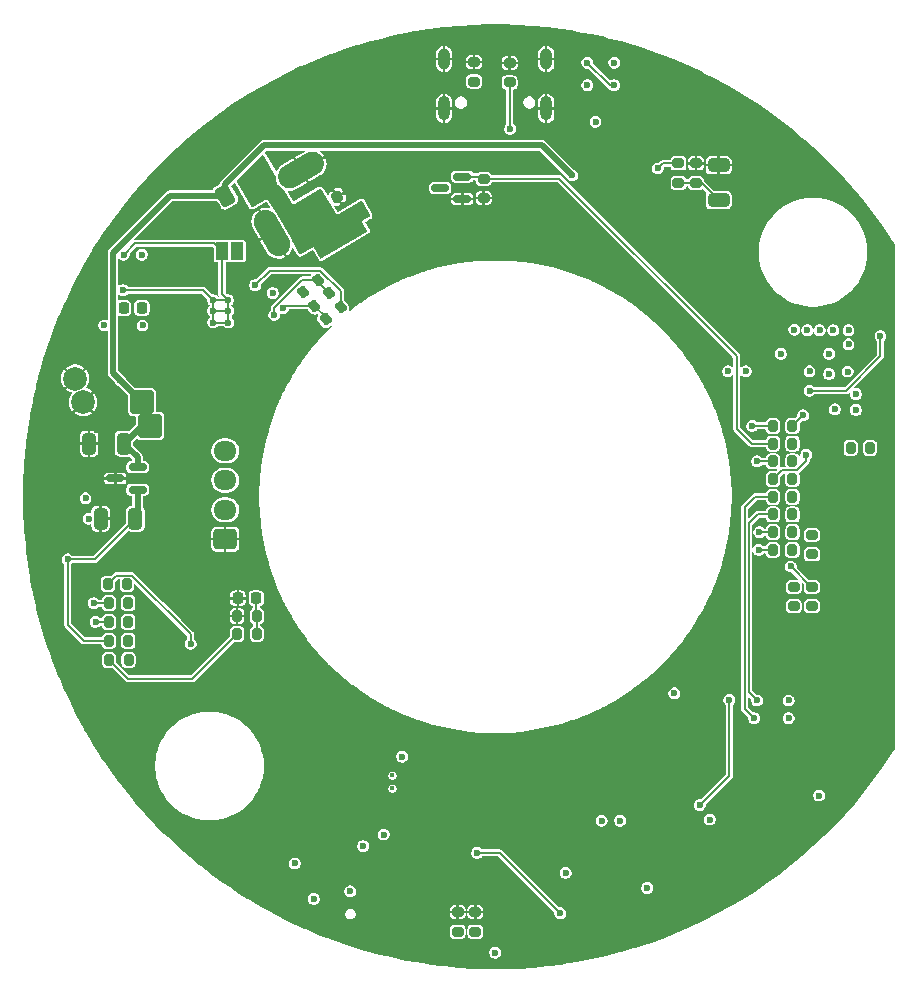
<source format=gbl>
%TF.GenerationSoftware,KiCad,Pcbnew,9.0.2*%
%TF.CreationDate,2026-02-22T16:58:40+01:00*%
%TF.ProjectId,LumiCtrl,4c756d69-4374-4726-9c2e-6b696361645f,rev11*%
%TF.SameCoordinates,Original*%
%TF.FileFunction,Copper,L4,Bot*%
%TF.FilePolarity,Positive*%
%FSLAX46Y46*%
G04 Gerber Fmt 4.6, Leading zero omitted, Abs format (unit mm)*
G04 Created by KiCad (PCBNEW 9.0.2) date 2026-02-22 16:58:40*
%MOMM*%
%LPD*%
G01*
G04 APERTURE LIST*
G04 Aperture macros list*
%AMRoundRect*
0 Rectangle with rounded corners*
0 $1 Rounding radius*
0 $2 $3 $4 $5 $6 $7 $8 $9 X,Y pos of 4 corners*
0 Add a 4 corners polygon primitive as box body*
4,1,4,$2,$3,$4,$5,$6,$7,$8,$9,$2,$3,0*
0 Add four circle primitives for the rounded corners*
1,1,$1+$1,$2,$3*
1,1,$1+$1,$4,$5*
1,1,$1+$1,$6,$7*
1,1,$1+$1,$8,$9*
0 Add four rect primitives between the rounded corners*
20,1,$1+$1,$2,$3,$4,$5,0*
20,1,$1+$1,$4,$5,$6,$7,0*
20,1,$1+$1,$6,$7,$8,$9,0*
20,1,$1+$1,$8,$9,$2,$3,0*%
%AMHorizOval*
0 Thick line with rounded ends*
0 $1 width*
0 $2 $3 position (X,Y) of the first rounded end (center of the circle)*
0 $4 $5 position (X,Y) of the second rounded end (center of the circle)*
0 Add line between two ends*
20,1,$1,$2,$3,$4,$5,0*
0 Add two circle primitives to create the rounded ends*
1,1,$1,$2,$3*
1,1,$1,$4,$5*%
%AMRotRect*
0 Rectangle, with rotation*
0 The origin of the aperture is its center*
0 $1 length*
0 $2 width*
0 $3 Rotation angle, in degrees counterclockwise*
0 Add horizontal line*
21,1,$1,$2,0,0,$3*%
G04 Aperture macros list end*
%TA.AperFunction,ComponentPad*%
%ADD10RotRect,4.600000X2.000000X210.000000*%
%TD*%
%TA.AperFunction,ComponentPad*%
%ADD11HorizOval,2.000000X-0.952628X-0.550000X0.952628X0.550000X0*%
%TD*%
%TA.AperFunction,ComponentPad*%
%ADD12HorizOval,2.000000X-0.550000X0.952628X0.550000X-0.952628X0*%
%TD*%
%TA.AperFunction,ComponentPad*%
%ADD13C,0.400000*%
%TD*%
%TA.AperFunction,ComponentPad*%
%ADD14RoundRect,0.250000X0.750000X0.750000X-0.750000X0.750000X-0.750000X-0.750000X0.750000X-0.750000X0*%
%TD*%
%TA.AperFunction,ComponentPad*%
%ADD15C,2.000000*%
%TD*%
%TA.AperFunction,HeatsinkPad*%
%ADD16O,1.000000X2.100000*%
%TD*%
%TA.AperFunction,HeatsinkPad*%
%ADD17O,1.000000X1.800000*%
%TD*%
%TA.AperFunction,SMDPad,CuDef*%
%ADD18RoundRect,0.250000X0.650000X-0.325000X0.650000X0.325000X-0.650000X0.325000X-0.650000X-0.325000X0*%
%TD*%
%TA.AperFunction,SMDPad,CuDef*%
%ADD19RoundRect,0.200000X0.200000X0.275000X-0.200000X0.275000X-0.200000X-0.275000X0.200000X-0.275000X0*%
%TD*%
%TA.AperFunction,SMDPad,CuDef*%
%ADD20RoundRect,0.200000X-0.023558X0.339220X-0.329975X0.082105X0.023558X-0.339220X0.329975X-0.082105X0*%
%TD*%
%TA.AperFunction,SMDPad,CuDef*%
%ADD21RoundRect,0.200000X0.275000X-0.200000X0.275000X0.200000X-0.275000X0.200000X-0.275000X-0.200000X0*%
%TD*%
%TA.AperFunction,SMDPad,CuDef*%
%ADD22RoundRect,0.200000X-0.275000X0.200000X-0.275000X-0.200000X0.275000X-0.200000X0.275000X0.200000X0*%
%TD*%
%TA.AperFunction,SMDPad,CuDef*%
%ADD23RoundRect,0.200000X-0.200000X-0.275000X0.200000X-0.275000X0.200000X0.275000X-0.200000X0.275000X0*%
%TD*%
%TA.AperFunction,SMDPad,CuDef*%
%ADD24RoundRect,0.250000X0.325000X0.650000X-0.325000X0.650000X-0.325000X-0.650000X0.325000X-0.650000X0*%
%TD*%
%TA.AperFunction,SMDPad,CuDef*%
%ADD25RoundRect,0.225000X-0.225000X-0.250000X0.225000X-0.250000X0.225000X0.250000X-0.225000X0.250000X0*%
%TD*%
%TA.AperFunction,SMDPad,CuDef*%
%ADD26RoundRect,0.200000X0.023558X-0.339220X0.329975X-0.082105X-0.023558X0.339220X-0.329975X0.082105X0*%
%TD*%
%TA.AperFunction,SMDPad,CuDef*%
%ADD27R,1.000000X1.500000*%
%TD*%
%TA.AperFunction,SMDPad,CuDef*%
%ADD28RoundRect,0.250000X0.012260X0.728766X-0.637260X0.353766X-0.012260X-0.728766X0.637260X-0.353766X0*%
%TD*%
%TA.AperFunction,SMDPad,CuDef*%
%ADD29RoundRect,0.225000X0.225000X0.250000X-0.225000X0.250000X-0.225000X-0.250000X0.225000X-0.250000X0*%
%TD*%
%TA.AperFunction,SMDPad,CuDef*%
%ADD30RoundRect,0.225000X-0.069856X-0.329006X0.319856X-0.104006X0.069856X0.329006X-0.319856X0.104006X0*%
%TD*%
%TA.AperFunction,ComponentPad*%
%ADD31RoundRect,0.250000X0.725000X-0.600000X0.725000X0.600000X-0.725000X0.600000X-0.725000X-0.600000X0*%
%TD*%
%TA.AperFunction,ComponentPad*%
%ADD32O,1.950000X1.700000*%
%TD*%
%TA.AperFunction,SMDPad,CuDef*%
%ADD33RoundRect,0.150000X0.587500X0.150000X-0.587500X0.150000X-0.587500X-0.150000X0.587500X-0.150000X0*%
%TD*%
%TA.AperFunction,ViaPad*%
%ADD34C,0.600000*%
%TD*%
%TA.AperFunction,Conductor*%
%ADD35C,0.200000*%
%TD*%
%TA.AperFunction,Conductor*%
%ADD36C,0.500000*%
%TD*%
G04 APERTURE END LIST*
D10*
%TO.P,J1,1*%
%TO.N,+12V_IN*%
X86700000Y-77800000D03*
D11*
%TO.P,J1,2*%
%TO.N,GND*%
X83550000Y-72344040D03*
D12*
%TO.P,J1,3*%
X81093078Y-77688526D03*
%TD*%
D13*
%TO.P,U2,9_1*%
%TO.N,N/C*%
X91285000Y-123600000D03*
%TO.P,U2,9_2*%
X91285000Y-124700000D03*
%TD*%
D14*
%TO.P,C18,1*%
%TO.N,+12V*%
X70772144Y-94000000D03*
X70100000Y-92000000D03*
D15*
%TO.P,C18,2*%
%TO.N,GND*%
X65100000Y-92000000D03*
X64427856Y-90000000D03*
%TD*%
D16*
%TO.P,J4,S1*%
%TO.N,GND*%
X104300000Y-67125000D03*
D17*
X104300000Y-62945000D03*
D16*
X95660000Y-67125000D03*
D17*
X95660000Y-62945000D03*
%TD*%
D18*
%TO.P,C12,1*%
%TO.N,Net-(U5-EN)*%
X118900000Y-74875000D03*
%TO.P,C12,2*%
%TO.N,GND*%
X118900000Y-71925000D03*
%TD*%
D19*
%TO.P,R45,1*%
%TO.N,Net-(U1-IO14)*%
X125146916Y-103003722D03*
%TO.P,R45,2*%
%TO.N,DATA_ESP*%
X123496916Y-103003722D03*
%TD*%
%TO.P,R46,1*%
%TO.N,Net-(U1-IO15)*%
X125145894Y-104500000D03*
%TO.P,R46,2*%
%TO.N,LVL_GATE*%
X123495894Y-104500000D03*
%TD*%
D20*
%TO.P,R24,1*%
%TO.N,Net-(U6-UVLO)*%
X85931987Y-82769700D03*
%TO.P,R24,2*%
%TO.N,Net-(U6-OVP)*%
X84668013Y-83830300D03*
%TD*%
D21*
%TO.P,R19,1*%
%TO.N,Net-(U5-EN)*%
X117000000Y-73425000D03*
%TO.P,R19,2*%
%TO.N,GND*%
X117000000Y-71775000D03*
%TD*%
D19*
%TO.P,R44,1*%
%TO.N,MIC_SCK*%
X131725000Y-95850000D03*
%TO.P,R44,2*%
%TO.N,Net-(U1-IO2)*%
X130075000Y-95850000D03*
%TD*%
D22*
%TO.P,R28,1*%
%TO.N,eFuse_SHDN*%
X99000000Y-73075000D03*
%TO.P,R28,2*%
%TO.N,GND*%
X99000000Y-74725000D03*
%TD*%
D23*
%TO.P,R52,1*%
%TO.N,ESP_SCL*%
X123500000Y-101500000D03*
%TO.P,R52,2*%
%TO.N,Net-(U1-IO7)*%
X125150000Y-101500000D03*
%TD*%
D21*
%TO.P,R5,1*%
%TO.N,Net-(U9-NCS)*%
X98300000Y-136825000D03*
%TO.P,R5,2*%
%TO.N,GND*%
X98300000Y-135175000D03*
%TD*%
D24*
%TO.P,C25,1*%
%TO.N,+12V*%
X68550000Y-95500000D03*
%TO.P,C25,2*%
%TO.N,GND*%
X65600000Y-95500000D03*
%TD*%
D23*
%TO.P,R22,1*%
%TO.N,+3V3*%
X67275000Y-109000000D03*
%TO.P,R22,2*%
%TO.N,Net-(D8-A)*%
X68925000Y-109000000D03*
%TD*%
D25*
%TO.P,C20,1*%
%TO.N,RTN*%
X68525000Y-84000000D03*
%TO.P,C20,2*%
%TO.N,Net-(U6-dVdT)*%
X70075000Y-84000000D03*
%TD*%
D26*
%TO.P,R23,1*%
%TO.N,+12V_IN*%
X83727620Y-82700001D03*
%TO.P,R23,2*%
%TO.N,Net-(U6-UVLO)*%
X84991592Y-81639399D03*
%TD*%
D22*
%TO.P,R11,1*%
%TO.N,GND*%
X98200000Y-63195000D03*
%TO.P,R11,2*%
%TO.N,Net-(J4-CC2)*%
X98200000Y-64845000D03*
%TD*%
D21*
%TO.P,R70,1*%
%TO.N,Net-(U1-IO21)*%
X126800000Y-104875000D03*
%TO.P,R70,2*%
%TO.N,I_SNS*%
X126800000Y-103225000D03*
%TD*%
D23*
%TO.P,R33,1*%
%TO.N,GND*%
X78147382Y-110090000D03*
%TO.P,R33,2*%
%TO.N,+12V_SNS*%
X79797382Y-110090000D03*
%TD*%
D26*
%TO.P,R25,1*%
%TO.N,Net-(U6-OVP)*%
X85640208Y-84989479D03*
%TO.P,R25,2*%
%TO.N,RTN*%
X86904182Y-83928879D03*
%TD*%
D23*
%TO.P,R51,1*%
%TO.N,ESP_SDA*%
X123500000Y-100000000D03*
%TO.P,R51,2*%
%TO.N,Net-(U1-IO6)*%
X125150000Y-100000000D03*
%TD*%
D21*
%TO.P,R7,1*%
%TO.N,Net-(U9-SPI_I2C_N)*%
X96800000Y-136825000D03*
%TO.P,R7,2*%
%TO.N,GND*%
X96800000Y-135175000D03*
%TD*%
D27*
%TO.P,JP1,1,A*%
%TO.N,MODE*%
X78150000Y-79200000D03*
%TO.P,JP1,2,B*%
%TO.N,RTN*%
X76850000Y-79200000D03*
%TD*%
D28*
%TO.P,F1,1*%
%TO.N,+12V_IN*%
X79562436Y-73100000D03*
%TO.P,F1,2*%
%TO.N,+12V*%
X77137564Y-74500000D03*
%TD*%
D22*
%TO.P,R48,1*%
%TO.N,Net-(U1-IO20)*%
X126800000Y-107625000D03*
%TO.P,R48,2*%
%TO.N,unconnected-(R48-Pad2)*%
X126800000Y-109275000D03*
%TD*%
D19*
%TO.P,R54,1*%
%TO.N,Net-(D5-A)*%
X68825000Y-107400000D03*
%TO.P,R54,2*%
%TO.N,+1V8*%
X67175000Y-107400000D03*
%TD*%
D29*
%TO.P,C23,1*%
%TO.N,+12V_SNS*%
X79747382Y-108600000D03*
%TO.P,C23,2*%
%TO.N,GND*%
X78197382Y-108600000D03*
%TD*%
D19*
%TO.P,R32,1*%
%TO.N,+12V_SNS*%
X79797382Y-111600000D03*
%TO.P,R32,2*%
%TO.N,+12V*%
X78147382Y-111600000D03*
%TD*%
D23*
%TO.P,R41,1*%
%TO.N,MIC_WS*%
X123500000Y-97000000D03*
%TO.P,R41,2*%
%TO.N,Net-(U1-IO0)*%
X125150000Y-97000000D03*
%TD*%
D19*
%TO.P,R15,1*%
%TO.N,Net-(D3-A)*%
X68925000Y-110600000D03*
%TO.P,R15,2*%
%TO.N,VBUS*%
X67275000Y-110600000D03*
%TD*%
D22*
%TO.P,R69,1*%
%TO.N,Net-(U1-IO19)*%
X125250000Y-107625000D03*
%TO.P,R69,2*%
%TO.N,+12V_SNS*%
X125250000Y-109275000D03*
%TD*%
D23*
%TO.P,R49,1*%
%TO.N,eFuse_FAULT*%
X123500000Y-94000000D03*
%TO.P,R49,2*%
%TO.N,Net-(U1-IO4)*%
X125150000Y-94000000D03*
%TD*%
D30*
%TO.P,C10,1*%
%TO.N,+12V_IN*%
X85278830Y-75387500D03*
%TO.P,C10,2*%
%TO.N,GND*%
X86621170Y-74612500D03*
%TD*%
D22*
%TO.P,R12,1*%
%TO.N,GND*%
X101200000Y-63275000D03*
%TO.P,R12,2*%
%TO.N,Net-(J4-CC1)*%
X101200000Y-64925000D03*
%TD*%
D23*
%TO.P,R50,1*%
%TO.N,eFuse_SHDN*%
X123500000Y-95500000D03*
%TO.P,R50,2*%
%TO.N,Net-(U1-IO5)*%
X125150000Y-95500000D03*
%TD*%
D24*
%TO.P,C26,1*%
%TO.N,+5V*%
X69524100Y-101849999D03*
%TO.P,C26,2*%
%TO.N,GND*%
X66574100Y-101849999D03*
%TD*%
D22*
%TO.P,R18,1*%
%TO.N,Vin_Buck*%
X115500000Y-71775000D03*
%TO.P,R18,2*%
%TO.N,Net-(U5-EN)*%
X115500000Y-73425000D03*
%TD*%
D31*
%TO.P,J3,1,Pin_1*%
%TO.N,GND*%
X77125000Y-103600000D03*
D32*
%TO.P,J3,2,Pin_2*%
%TO.N,BACKUP*%
X77125000Y-101100000D03*
%TO.P,J3,3,Pin_3*%
%TO.N,Net-(J3-Pin_3)*%
X77125000Y-98600000D03*
%TO.P,J3,4,Pin_4*%
%TO.N,+12V*%
X77125000Y-96100000D03*
%TD*%
D23*
%TO.P,R43,1*%
%TO.N,MIC_SD*%
X123500000Y-98499274D03*
%TO.P,R43,2*%
%TO.N,Net-(U1-IO1)*%
X125150000Y-98499274D03*
%TD*%
D33*
%TO.P,Q1,1,G*%
%TO.N,eFuse_SHDN*%
X97200000Y-72900000D03*
%TO.P,Q1,2,S*%
%TO.N,GND*%
X97200000Y-74800000D03*
%TO.P,Q1,3,D*%
%TO.N,Net-(Q1-D)*%
X95325000Y-73850000D03*
%TD*%
D19*
%TO.P,R57,1*%
%TO.N,Net-(D9-A)*%
X68925000Y-112200000D03*
%TO.P,R57,2*%
%TO.N,+5V*%
X67275000Y-112200000D03*
%TD*%
%TO.P,R16,1*%
%TO.N,Net-(D4-A)*%
X68937500Y-113800000D03*
%TO.P,R16,2*%
%TO.N,+12V*%
X67287500Y-113800000D03*
%TD*%
D33*
%TO.P,U8,1,VI*%
%TO.N,+12V*%
X69700000Y-97500000D03*
%TO.P,U8,2,VO*%
%TO.N,+5V*%
X69700000Y-99400000D03*
%TO.P,U8,3,GND*%
%TO.N,GND*%
X67825000Y-98450000D03*
%TD*%
D34*
%TO.N,+3V3*%
X129900000Y-87100000D03*
X105950000Y-131850000D03*
X92100000Y-122000000D03*
X129825000Y-89400000D03*
X118158877Y-127332102D03*
X66874000Y-85500000D03*
X83025000Y-131050000D03*
X66000000Y-109000000D03*
X84625000Y-134050000D03*
X124825000Y-118750000D03*
X99975000Y-138600000D03*
X128600000Y-85900000D03*
X130525000Y-92650000D03*
X124825000Y-117250000D03*
X126400000Y-85900000D03*
X127450000Y-85900000D03*
X129900000Y-85900000D03*
X128250000Y-87900000D03*
X112850000Y-133125000D03*
X125300000Y-85850000D03*
X128250000Y-89600000D03*
X115148400Y-116646402D03*
X130525000Y-91300000D03*
%TO.N,Net-(U1-EN)*%
X126600000Y-91025000D03*
X132600000Y-86400000D03*
%TO.N,Vin_Buck*%
X113750000Y-72205000D03*
%TO.N,Net-(U5-EN)*%
X118900000Y-74875000D03*
%TO.N,+12V*%
X78147382Y-111600000D03*
X68250000Y-90150000D03*
X68550000Y-95500000D03*
X106500000Y-72800000D03*
%TO.N,RTN*%
X76100000Y-84250000D03*
X77350000Y-83350000D03*
X68525000Y-79500000D03*
X79650768Y-82089613D03*
X76100000Y-83350000D03*
X68525000Y-84000000D03*
X77400000Y-84250000D03*
X68475000Y-82500000D03*
X76100000Y-85250000D03*
X77400000Y-85250000D03*
%TO.N,Net-(U6-dVdT)*%
X70075000Y-84000000D03*
%TO.N,I_SNS*%
X126800000Y-103225000D03*
X70075000Y-79500000D03*
%TO.N,+12V_SNS*%
X79797382Y-110100000D03*
X125250000Y-109275000D03*
%TO.N,USB_D-*%
X110050000Y-65150000D03*
X107787501Y-63250000D03*
X121200000Y-89375000D03*
%TO.N,MODE*%
X78150000Y-79200000D03*
%TO.N,ESP_EN*%
X126600000Y-89375000D03*
X127400000Y-125300000D03*
%TO.N,Net-(U1-IO0)*%
X125150000Y-97000000D03*
%TO.N,Net-(U9-NCS)*%
X98358087Y-136874885D03*
%TO.N,Net-(U9-SPI_I2C_N)*%
X96800000Y-136825000D03*
%TO.N,Net-(U6-OVP)*%
X82000000Y-84050000D03*
%TO.N,LVL_GATE*%
X122300000Y-104500000D03*
X65300000Y-100125000D03*
%TO.N,DATA_ESP*%
X65549100Y-101850000D03*
X122350000Y-103000000D03*
%TO.N,Net-(J4-CC2)*%
X98200000Y-64850000D03*
%TO.N,Net-(J4-CC1)*%
X101250000Y-68850000D03*
%TO.N,ESP_IO9*%
X119800000Y-117200000D03*
X117299710Y-126109761D03*
%TO.N,+12V_IN*%
X83727620Y-82700001D03*
%TO.N,+5V*%
X69700000Y-99600000D03*
X63800000Y-105300000D03*
%TO.N,+1V8*%
X74200000Y-112450000D03*
X105500000Y-135275000D03*
X98450000Y-130150000D03*
%TO.N,Net-(D3-A)*%
X68887500Y-110600000D03*
%TO.N,Net-(D4-A)*%
X68900000Y-113800000D03*
%TO.N,Net-(D5-A)*%
X68862500Y-107410000D03*
%TO.N,VBUS*%
X66150000Y-110600000D03*
X108475000Y-68250000D03*
%TO.N,Net-(D8-A)*%
X68887500Y-109000000D03*
%TO.N,Net-(D9-A)*%
X68887500Y-112200000D03*
%TO.N,Net-(Q1-D)*%
X81150000Y-82750000D03*
X95325000Y-73850000D03*
%TO.N,USB_D+*%
X107787501Y-65150000D03*
X119700000Y-89375000D03*
X110062501Y-63250000D03*
%TO.N,Net-(U6-UVLO)*%
X81273925Y-84600000D03*
%TO.N,eFuse_FAULT*%
X70125000Y-85500000D03*
X121750000Y-94000000D03*
%TO.N,Net-(U1-IO1)*%
X125049998Y-98499274D03*
%TO.N,Net-(U1-IO2)*%
X130075000Y-95850000D03*
%TO.N,Net-(U1-IO14)*%
X125146916Y-103003722D03*
%TO.N,Net-(U1-IO15)*%
X125145894Y-104500000D03*
%TO.N,Net-(U1-IO20)*%
X125000000Y-105900000D03*
%TO.N,Net-(U1-IO5)*%
X125150000Y-95500000D03*
%TO.N,Net-(U1-IO4)*%
X126050000Y-93100000D03*
%TO.N,Net-(U1-IO7)*%
X125049998Y-101500000D03*
%TO.N,ESP_SCL*%
X122150000Y-117250000D03*
X109000000Y-127425000D03*
%TO.N,Net-(U1-IO6)*%
X125049998Y-100000000D03*
%TO.N,ESP_SDA*%
X110550000Y-127425000D03*
X121900000Y-118750000D03*
%TO.N,MIC_SD*%
X88800000Y-129575000D03*
X126300000Y-96450000D03*
%TO.N,GND*%
X66050000Y-85150000D03*
X103950000Y-76600000D03*
X114450000Y-65750000D03*
X75450000Y-81200000D03*
X62650000Y-92550000D03*
X64600000Y-114000000D03*
X118250000Y-68700000D03*
X104300000Y-69076000D03*
X107550000Y-123900000D03*
X130000000Y-113900000D03*
X133250000Y-92600000D03*
X87350000Y-123900000D03*
X98300000Y-135175000D03*
X118250000Y-67550000D03*
X81150000Y-88300000D03*
X76950000Y-87700000D03*
X72400000Y-84700000D03*
X116200000Y-76500000D03*
X83300000Y-66800000D03*
X122400000Y-131850000D03*
X103050000Y-137650000D03*
X105950000Y-66150000D03*
X74350000Y-81200000D03*
X63450000Y-86750000D03*
X71350000Y-84700000D03*
X127000000Y-127850000D03*
X133100000Y-104800000D03*
X79100000Y-68500000D03*
X63200000Y-112000000D03*
X116150000Y-134050000D03*
X98425000Y-138600000D03*
X132075000Y-91300000D03*
X107000000Y-137650000D03*
X101850000Y-135250000D03*
X76250000Y-107150000D03*
X62250000Y-88600000D03*
X133250000Y-91350000D03*
X120500000Y-68850000D03*
X72300000Y-112200000D03*
X112350000Y-119550000D03*
X78450000Y-77050000D03*
X93050000Y-127650000D03*
X88600000Y-124700000D03*
X85050000Y-117750000D03*
X116275000Y-80800000D03*
X66450000Y-79550000D03*
X120650000Y-77200000D03*
X66000000Y-83300000D03*
X92400000Y-62950000D03*
X66300000Y-94350000D03*
X132650000Y-109200000D03*
X123650000Y-107300000D03*
X117750000Y-76900000D03*
X116900000Y-70200000D03*
X74150000Y-73000000D03*
X106500000Y-63900000D03*
X130100000Y-103500000D03*
X128750000Y-95950000D03*
X105150000Y-123900000D03*
X73500000Y-113750000D03*
X79950000Y-89350000D03*
X92450000Y-67000000D03*
X80600000Y-107100000D03*
X132775000Y-89400000D03*
X88600000Y-123500000D03*
X120600000Y-75250000D03*
X98150000Y-61650000D03*
X129250000Y-109350000D03*
X96525000Y-131500000D03*
X71550000Y-105150000D03*
X129500000Y-107550000D03*
X133100000Y-100800000D03*
X65850000Y-104100000D03*
X100000000Y-135257501D03*
X122950000Y-91700000D03*
X73250000Y-81200000D03*
X70700000Y-103850000D03*
X133100000Y-97600000D03*
X117000000Y-71775000D03*
X101250000Y-61600000D03*
X94800000Y-136400000D03*
X122150000Y-109500000D03*
X86650000Y-119250000D03*
X74350000Y-77850000D03*
X72250000Y-81200000D03*
X87450000Y-72600000D03*
X105750000Y-64550000D03*
X79300000Y-131800000D03*
X120350000Y-67550000D03*
X112050000Y-65750000D03*
X78350000Y-130000000D03*
X132800000Y-107650000D03*
X77750000Y-89300000D03*
X96850000Y-76500000D03*
X118100000Y-115200000D03*
X105300000Y-126100000D03*
%TO.N,MIC_SCK*%
X131725000Y-95850000D03*
X87700000Y-133400000D03*
%TO.N,MIC_WS*%
X122150000Y-97000000D03*
X90550000Y-128600000D03*
%TO.N,Net-(U1-IO3)*%
X124175000Y-87900000D03*
X128750000Y-92600000D03*
%TO.N,Net-(U1-IO19)*%
X125250000Y-107625000D03*
%TO.N,Net-(U1-IO21)*%
X126800000Y-104875000D03*
%TD*%
D35*
%TO.N,+3V3*%
X67275000Y-109000000D02*
X66000000Y-109000000D01*
%TO.N,Net-(U1-EN)*%
X132600000Y-88100000D02*
X129675000Y-91025000D01*
X132600000Y-86400000D02*
X132600000Y-88100000D01*
X129675000Y-91025000D02*
X126600000Y-91025000D01*
%TO.N,Vin_Buck*%
X114180000Y-71775000D02*
X113750000Y-72205000D01*
X115500000Y-71775000D02*
X114180000Y-71775000D01*
%TO.N,Net-(U5-EN)*%
X115500000Y-73425000D02*
X117000000Y-73425000D01*
X117450000Y-73425000D02*
X117000000Y-73425000D01*
X118900000Y-74875000D02*
X117450000Y-73425000D01*
%TO.N,+12V*%
X74347382Y-115400000D02*
X68887500Y-115400000D01*
D36*
X72462925Y-74500000D02*
X77137564Y-74500000D01*
X70772144Y-94000000D02*
X70050000Y-94000000D01*
X69700000Y-97500000D02*
X69700000Y-96650000D01*
X69700000Y-96650000D02*
X68550000Y-95500000D01*
X70100000Y-92000000D02*
X68250000Y-90150000D01*
X103936925Y-70236925D02*
X106500000Y-72800000D01*
D35*
X78147382Y-111600000D02*
X74347382Y-115400000D01*
D36*
X68250000Y-90150000D02*
X67624000Y-89524000D01*
D35*
X68887500Y-115400000D02*
X67287500Y-113800000D01*
D36*
X77137564Y-74500000D02*
X77137564Y-73538640D01*
X80439279Y-70236925D02*
X103936925Y-70236925D01*
X67624000Y-79338925D02*
X72462925Y-74500000D01*
X77137564Y-73538640D02*
X80439279Y-70236925D01*
X67624000Y-89524000D02*
X67624000Y-79338925D01*
X70050000Y-94000000D02*
X68550000Y-95500000D01*
D35*
%TO.N,RTN*%
X76850000Y-79200000D02*
X76200000Y-78550000D01*
X86904182Y-82597163D02*
X85153056Y-80846037D01*
X76200000Y-78550000D02*
X69475000Y-78550000D01*
X77400000Y-84250000D02*
X77400000Y-85250000D01*
X77350000Y-83350000D02*
X77350000Y-84200000D01*
X76100000Y-83350000D02*
X76100000Y-84250000D01*
X80894344Y-80846037D02*
X79650768Y-82089613D01*
X77400000Y-85250000D02*
X76100000Y-85250000D01*
X86904182Y-83928879D02*
X86904182Y-82597163D01*
X76100000Y-83350000D02*
X75250000Y-82500000D01*
X76850000Y-82850000D02*
X76850000Y-79200000D01*
X69475000Y-78550000D02*
X68525000Y-79500000D01*
X76100000Y-84250000D02*
X76100000Y-85250000D01*
X76100000Y-84250000D02*
X77400000Y-84250000D01*
X77350000Y-83350000D02*
X76850000Y-82850000D01*
X77350000Y-83350000D02*
X76100000Y-83350000D01*
X75250000Y-82500000D02*
X68475000Y-82500000D01*
X77350000Y-84200000D02*
X77400000Y-84250000D01*
X85153056Y-80846037D02*
X80894344Y-80846037D01*
%TO.N,+12V_SNS*%
X79797382Y-110100000D02*
X79797382Y-110090000D01*
X79797382Y-111600000D02*
X79797382Y-110100000D01*
X79747382Y-110040000D02*
X79797382Y-110090000D01*
X79747382Y-108600000D02*
X79747382Y-110040000D01*
%TO.N,USB_D-*%
X109687501Y-65150000D02*
X110050000Y-65150000D01*
X107787501Y-63250000D02*
X109687501Y-65150000D01*
%TO.N,eFuse_SHDN*%
X121700000Y-95500000D02*
X120450000Y-94250000D01*
X120450000Y-94250000D02*
X120450000Y-88100000D01*
X105425000Y-73075000D02*
X99000000Y-73075000D01*
X120450000Y-88100000D02*
X105425000Y-73075000D01*
X98825000Y-72900000D02*
X99000000Y-73075000D01*
X123500000Y-95500000D02*
X121700000Y-95500000D01*
X97200000Y-72900000D02*
X98825000Y-72900000D01*
%TO.N,Net-(U6-OVP)*%
X82219700Y-83830300D02*
X84668013Y-83830300D01*
X85640208Y-84989479D02*
X85640208Y-84802495D01*
X85640208Y-84802495D02*
X84668013Y-83830300D01*
X82000000Y-84050000D02*
X82219700Y-83830300D01*
%TO.N,LVL_GATE*%
X123495894Y-104500000D02*
X122300000Y-104500000D01*
%TO.N,DATA_ESP*%
X123496916Y-103003722D02*
X122353722Y-103003722D01*
X122353722Y-103003722D02*
X122350000Y-103000000D01*
%TO.N,Net-(J4-CC1)*%
X101200000Y-68800000D02*
X101200000Y-64925000D01*
X101250000Y-68850000D02*
X101200000Y-68800000D01*
%TO.N,ESP_IO9*%
X119800000Y-123609471D02*
X117299710Y-126109761D01*
X119800000Y-117200000D02*
X119800000Y-123609471D01*
%TO.N,+5V*%
X63800000Y-105300000D02*
X66074099Y-105300000D01*
D36*
X69700000Y-101674099D02*
X69524100Y-101849999D01*
D35*
X66074099Y-105300000D02*
X69524100Y-101849999D01*
D36*
X69700000Y-99600000D02*
X69700000Y-101674099D01*
X69700000Y-99400000D02*
X69700000Y-99600000D01*
D35*
X63800000Y-110850000D02*
X63800000Y-105300000D01*
X67275000Y-112200000D02*
X65150000Y-112200000D01*
X65150000Y-112200000D02*
X63800000Y-110850000D01*
%TO.N,+1V8*%
X100375000Y-130150000D02*
X98450000Y-130150000D01*
X74200000Y-111656648D02*
X69217352Y-106674000D01*
X105500000Y-135275000D02*
X100375000Y-130150000D01*
X69217352Y-106674000D02*
X67901000Y-106674000D01*
X67901000Y-106674000D02*
X67175000Y-107400000D01*
X74200000Y-112450000D02*
X74200000Y-111656648D01*
%TO.N,VBUS*%
X67275000Y-110600000D02*
X66150000Y-110600000D01*
%TO.N,Net-(U6-UVLO)*%
X84991592Y-81829305D02*
X85931987Y-82769700D01*
X81273925Y-83996843D02*
X83631369Y-81639399D01*
X83631369Y-81639399D02*
X84991592Y-81639399D01*
X81273925Y-84600000D02*
X81273925Y-83996843D01*
X84991592Y-81639399D02*
X84991592Y-81829305D01*
%TO.N,eFuse_FAULT*%
X123500000Y-94000000D02*
X121750000Y-94000000D01*
%TO.N,Net-(U1-IO20)*%
X126725000Y-107625000D02*
X125000000Y-105900000D01*
X126800000Y-107625000D02*
X126725000Y-107625000D01*
%TO.N,Net-(U1-IO4)*%
X126050000Y-93100000D02*
X125150000Y-94000000D01*
%TO.N,ESP_SCL*%
X122200000Y-101500000D02*
X123500000Y-101500000D01*
X122150000Y-117250000D02*
X121450000Y-116550000D01*
X121450000Y-116550000D02*
X121450000Y-102250000D01*
X121450000Y-102250000D02*
X122200000Y-101500000D01*
%TO.N,ESP_SDA*%
X121100000Y-117950000D02*
X121100000Y-100900000D01*
X122000000Y-100000000D02*
X123500000Y-100000000D01*
X121100000Y-100900000D02*
X122000000Y-100000000D01*
X121900000Y-118750000D02*
X121100000Y-117950000D01*
%TO.N,MIC_SD*%
X124226000Y-97773274D02*
X123748194Y-98251080D01*
X126300000Y-96450000D02*
X126300000Y-96968352D01*
X126300000Y-96968352D02*
X125495078Y-97773274D01*
X125495078Y-97773274D02*
X124226000Y-97773274D01*
%TO.N,MIC_WS*%
X122150000Y-97000000D02*
X123500000Y-97000000D01*
%TD*%
%TA.AperFunction,Conductor*%
%TO.N,GND*%
G36*
X76089881Y-78864852D02*
G01*
X76135148Y-78910119D01*
X76149500Y-78944767D01*
X76149500Y-79969748D01*
X76161133Y-80028231D01*
X76178882Y-80054795D01*
X76205447Y-80094552D01*
X76216271Y-80101784D01*
X76271769Y-80138867D01*
X76330252Y-80150500D01*
X76500500Y-80150500D01*
X76535148Y-80164852D01*
X76549500Y-80199500D01*
X76549500Y-82889563D01*
X76569979Y-82965989D01*
X76569980Y-82965993D01*
X76575758Y-82975999D01*
X76577428Y-82988680D01*
X76582324Y-83000500D01*
X76579790Y-83006616D01*
X76580655Y-83013181D01*
X76572867Y-83023330D01*
X76567972Y-83035148D01*
X76561855Y-83037681D01*
X76557825Y-83042934D01*
X76533324Y-83049500D01*
X76527610Y-83049500D01*
X76492962Y-83035148D01*
X76407314Y-82949500D01*
X76293188Y-82883608D01*
X76293184Y-82883607D01*
X76165895Y-82849500D01*
X76165892Y-82849500D01*
X76044767Y-82849500D01*
X76010119Y-82835148D01*
X75434513Y-82259542D01*
X75434507Y-82259537D01*
X75423722Y-82253311D01*
X75417121Y-82249500D01*
X75365991Y-82219979D01*
X75365987Y-82219978D01*
X75289564Y-82199500D01*
X75289562Y-82199500D01*
X68902610Y-82199500D01*
X68867962Y-82185148D01*
X68782314Y-82099500D01*
X68668188Y-82033608D01*
X68668184Y-82033607D01*
X68540895Y-81999500D01*
X68540892Y-81999500D01*
X68409108Y-81999500D01*
X68409105Y-81999500D01*
X68281815Y-82033607D01*
X68281811Y-82033608D01*
X68167685Y-82099500D01*
X68167685Y-82099501D01*
X68158148Y-82109038D01*
X68123500Y-82123390D01*
X68088852Y-82109038D01*
X68074500Y-82074390D01*
X68074500Y-79875610D01*
X68088852Y-79840962D01*
X68123500Y-79826610D01*
X68158148Y-79840962D01*
X68217686Y-79900500D01*
X68259457Y-79924617D01*
X68331811Y-79966391D01*
X68331813Y-79966391D01*
X68331814Y-79966392D01*
X68375920Y-79978210D01*
X68459104Y-80000499D01*
X68459105Y-80000500D01*
X68459108Y-80000500D01*
X68590895Y-80000500D01*
X68590895Y-80000499D01*
X68718186Y-79966392D01*
X68832314Y-79900500D01*
X68925500Y-79807314D01*
X68991392Y-79693186D01*
X69025499Y-79565895D01*
X69025500Y-79565895D01*
X69025500Y-79444766D01*
X69029916Y-79434104D01*
X69574500Y-79434104D01*
X69574500Y-79565895D01*
X69608607Y-79693184D01*
X69608608Y-79693188D01*
X69656318Y-79775822D01*
X69674500Y-79807314D01*
X69767686Y-79900500D01*
X69809457Y-79924617D01*
X69881811Y-79966391D01*
X69881813Y-79966391D01*
X69881814Y-79966392D01*
X69925920Y-79978210D01*
X70009104Y-80000499D01*
X70009105Y-80000500D01*
X70009108Y-80000500D01*
X70140895Y-80000500D01*
X70140895Y-80000499D01*
X70268186Y-79966392D01*
X70382314Y-79900500D01*
X70475500Y-79807314D01*
X70541392Y-79693186D01*
X70575499Y-79565895D01*
X70575500Y-79565895D01*
X70575500Y-79434105D01*
X70575499Y-79434104D01*
X70541392Y-79306815D01*
X70541391Y-79306811D01*
X70475499Y-79192685D01*
X70382314Y-79099500D01*
X70268188Y-79033608D01*
X70268184Y-79033607D01*
X70140895Y-78999500D01*
X70140892Y-78999500D01*
X70009108Y-78999500D01*
X70009105Y-78999500D01*
X69881815Y-79033607D01*
X69881811Y-79033608D01*
X69767685Y-79099500D01*
X69767685Y-79099501D01*
X69674501Y-79192685D01*
X69674500Y-79192685D01*
X69608608Y-79306811D01*
X69608607Y-79306815D01*
X69574500Y-79434104D01*
X69029916Y-79434104D01*
X69039852Y-79410118D01*
X69053722Y-79396248D01*
X69585119Y-78864852D01*
X69619767Y-78850500D01*
X76055233Y-78850500D01*
X76089881Y-78864852D01*
G37*
%TD.AperFunction*%
%TA.AperFunction,Conductor*%
G36*
X83871119Y-70701777D02*
G01*
X83885471Y-70736425D01*
X83871119Y-70771073D01*
X83860971Y-70778860D01*
X83036602Y-71254808D01*
X83386602Y-71861027D01*
X83213397Y-71961027D01*
X82863397Y-71354809D01*
X81915584Y-71902028D01*
X81915580Y-71902031D01*
X81768793Y-72020897D01*
X81768789Y-72020900D01*
X81642405Y-72161264D01*
X81539531Y-72319677D01*
X81539525Y-72319689D01*
X81488762Y-72433702D01*
X81461558Y-72459517D01*
X81424068Y-72458534D01*
X81401755Y-72438597D01*
X80558310Y-71003261D01*
X80522020Y-70957768D01*
X80481611Y-70919715D01*
X80475269Y-70914580D01*
X80457372Y-70881625D01*
X80468020Y-70845665D01*
X80471443Y-70841862D01*
X80611530Y-70701777D01*
X80646178Y-70687425D01*
X83836471Y-70687425D01*
X83871119Y-70701777D01*
G37*
%TD.AperFunction*%
%TA.AperFunction,Conductor*%
G36*
X100598424Y-60005448D02*
G01*
X100721263Y-60008358D01*
X100721552Y-60008366D01*
X101855616Y-60044004D01*
X101856613Y-60044048D01*
X101972527Y-60050459D01*
X101972557Y-60050460D01*
X103112062Y-60122152D01*
X103113136Y-60122233D01*
X103221235Y-60131642D01*
X104365531Y-60239810D01*
X104366511Y-60239915D01*
X104466521Y-60251812D01*
X105614564Y-60396843D01*
X105615650Y-60396994D01*
X105706977Y-60410795D01*
X105707213Y-60410831D01*
X106858183Y-60593127D01*
X106859130Y-60593289D01*
X106941484Y-60608406D01*
X108094955Y-60828441D01*
X108095879Y-60828630D01*
X108168927Y-60844438D01*
X109323614Y-61102541D01*
X109324674Y-61102792D01*
X109387982Y-61118599D01*
X110543147Y-61415196D01*
X110544270Y-61415500D01*
X110597157Y-61430494D01*
X111752161Y-61766053D01*
X111753312Y-61766403D01*
X111795746Y-61779895D01*
X112777159Y-62098776D01*
X112949644Y-62154820D01*
X112950815Y-62155217D01*
X112982021Y-62166234D01*
X114134279Y-62581072D01*
X114135365Y-62581478D01*
X114155363Y-62589257D01*
X115304980Y-63044423D01*
X115306015Y-63044848D01*
X115314188Y-63048328D01*
X116459672Y-63544023D01*
X116461031Y-63544636D01*
X117596695Y-64079039D01*
X117598011Y-64079684D01*
X118716293Y-64649477D01*
X118717609Y-64650174D01*
X119275386Y-64956815D01*
X119817433Y-65254808D01*
X119818770Y-65255571D01*
X120899018Y-65894428D01*
X120900330Y-65895232D01*
X121952822Y-66563163D01*
X121959978Y-66567704D01*
X121961260Y-66568545D01*
X122144193Y-66692867D01*
X122999274Y-67273979D01*
X123000534Y-67274864D01*
X124015896Y-68012569D01*
X124017126Y-68013493D01*
X125008785Y-68782702D01*
X125009987Y-68783665D01*
X125977017Y-69583662D01*
X125978181Y-69584657D01*
X126241863Y-69817124D01*
X126919579Y-70414610D01*
X126920709Y-70415638D01*
X127745147Y-71189836D01*
X127835606Y-71274783D01*
X127836711Y-71275854D01*
X128724145Y-72163288D01*
X128725216Y-72164393D01*
X129581123Y-73075842D01*
X129584353Y-73079281D01*
X129585384Y-73080415D01*
X130204993Y-73783223D01*
X130415337Y-74021812D01*
X130416337Y-74022982D01*
X131216334Y-74990012D01*
X131217297Y-74991214D01*
X131986506Y-75982873D01*
X131987430Y-75984103D01*
X132725135Y-76999465D01*
X132726020Y-77000725D01*
X133431440Y-78038719D01*
X133432285Y-78040005D01*
X133512150Y-78165852D01*
X133708146Y-78474693D01*
X133792372Y-78607411D01*
X133800000Y-78633667D01*
X133800000Y-121366332D01*
X133792372Y-121392587D01*
X133432295Y-121959978D01*
X133431450Y-121961265D01*
X132726020Y-122999274D01*
X132725135Y-123000534D01*
X131987430Y-124015896D01*
X131986506Y-124017126D01*
X131217297Y-125008785D01*
X131216334Y-125009987D01*
X130416337Y-125977017D01*
X130415337Y-125978187D01*
X129585389Y-126919579D01*
X129584353Y-126920718D01*
X128725216Y-127835606D01*
X128724145Y-127836711D01*
X127836711Y-128724145D01*
X127835606Y-128725216D01*
X126920718Y-129584353D01*
X126919579Y-129585389D01*
X125978187Y-130415337D01*
X125977017Y-130416337D01*
X125009987Y-131216334D01*
X125008785Y-131217297D01*
X124017126Y-131986506D01*
X124015896Y-131987430D01*
X123000534Y-132725135D01*
X122999274Y-132726020D01*
X121961265Y-133431450D01*
X121959978Y-133432295D01*
X120900330Y-134104767D01*
X120899018Y-134105571D01*
X119818770Y-134744428D01*
X119817433Y-134745191D01*
X118717631Y-135349813D01*
X118716271Y-135350533D01*
X117598045Y-135920298D01*
X117596662Y-135920976D01*
X116461052Y-136455353D01*
X116459649Y-136455986D01*
X115314282Y-136951630D01*
X115314017Y-136951744D01*
X115306097Y-136955116D01*
X115304940Y-136955591D01*
X114155564Y-137410662D01*
X114155290Y-137410770D01*
X114135423Y-137418498D01*
X114134257Y-137418934D01*
X112982324Y-137833655D01*
X112982039Y-137833757D01*
X112950815Y-137844781D01*
X112949644Y-137845178D01*
X111795884Y-138220059D01*
X111795588Y-138220154D01*
X111753324Y-138233591D01*
X111752149Y-138233948D01*
X110597372Y-138569442D01*
X110597066Y-138569530D01*
X110544298Y-138584490D01*
X110543119Y-138584809D01*
X109388025Y-138881388D01*
X109387710Y-138881467D01*
X109324746Y-138897189D01*
X109323564Y-138897469D01*
X108169098Y-139155523D01*
X108168773Y-139155594D01*
X108096010Y-139171341D01*
X108094828Y-139171582D01*
X106941810Y-139391531D01*
X106941475Y-139391594D01*
X106859246Y-139406689D01*
X106858064Y-139406891D01*
X105707256Y-139589160D01*
X105706912Y-139589213D01*
X105615696Y-139602997D01*
X105614516Y-139603161D01*
X104466712Y-139748163D01*
X104466359Y-139748206D01*
X104366610Y-139760072D01*
X104365433Y-139760198D01*
X103221387Y-139868342D01*
X103221025Y-139868374D01*
X103113185Y-139877761D01*
X103112013Y-139877849D01*
X101972789Y-139949523D01*
X101972418Y-139949545D01*
X101856699Y-139955946D01*
X101855532Y-139955997D01*
X100721592Y-139991631D01*
X100721214Y-139991641D01*
X100598425Y-139994551D01*
X100597264Y-139994565D01*
X99469495Y-139994565D01*
X99469108Y-139994563D01*
X99339564Y-139993539D01*
X99338412Y-139993517D01*
X98217769Y-139958301D01*
X98217374Y-139958287D01*
X98081283Y-139952912D01*
X98080140Y-139952853D01*
X96967355Y-139882843D01*
X96966954Y-139882816D01*
X96825049Y-139872717D01*
X96823916Y-139872624D01*
X95719594Y-139768235D01*
X95719186Y-139768194D01*
X95571911Y-139753028D01*
X95570789Y-139752900D01*
X94475961Y-139614591D01*
X94475547Y-139614537D01*
X94323144Y-139593963D01*
X94322034Y-139593800D01*
X93237351Y-139422003D01*
X93236931Y-139421934D01*
X93080070Y-139395691D01*
X93078973Y-139395495D01*
X92005397Y-139190701D01*
X92004972Y-139190618D01*
X91843794Y-139158391D01*
X91842712Y-139158162D01*
X90781003Y-138920843D01*
X90780573Y-138920745D01*
X90615646Y-138882318D01*
X90614579Y-138882057D01*
X89565251Y-138612635D01*
X89564817Y-138612521D01*
X89436214Y-138578243D01*
X89396839Y-138567748D01*
X89395788Y-138567455D01*
X89280993Y-138534104D01*
X99474500Y-138534104D01*
X99474500Y-138665895D01*
X99508607Y-138793184D01*
X99508608Y-138793188D01*
X99566993Y-138894311D01*
X99574500Y-138907314D01*
X99667686Y-139000500D01*
X99709457Y-139024617D01*
X99781811Y-139066391D01*
X99781813Y-139066391D01*
X99781814Y-139066392D01*
X99882207Y-139093292D01*
X99909104Y-139100499D01*
X99909105Y-139100500D01*
X99909108Y-139100500D01*
X100040895Y-139100500D01*
X100040895Y-139100499D01*
X100168186Y-139066392D01*
X100282314Y-139000500D01*
X100375500Y-138907314D01*
X100441392Y-138793186D01*
X100475499Y-138665895D01*
X100475500Y-138665895D01*
X100475500Y-138534105D01*
X100475499Y-138534104D01*
X100441392Y-138406815D01*
X100441391Y-138406811D01*
X100375499Y-138292685D01*
X100282314Y-138199500D01*
X100168188Y-138133608D01*
X100168184Y-138133607D01*
X100040895Y-138099500D01*
X100040892Y-138099500D01*
X99909108Y-138099500D01*
X99909105Y-138099500D01*
X99781815Y-138133607D01*
X99781811Y-138133608D01*
X99667685Y-138199500D01*
X99667685Y-138199501D01*
X99574501Y-138292685D01*
X99574500Y-138292685D01*
X99508608Y-138406811D01*
X99508607Y-138406815D01*
X99474500Y-138534104D01*
X89280993Y-138534104D01*
X88359871Y-138266494D01*
X88359434Y-138266365D01*
X88188515Y-138214977D01*
X88187481Y-138214654D01*
X87165584Y-137882619D01*
X87165143Y-137882473D01*
X86991894Y-137824361D01*
X86990879Y-137824008D01*
X85983914Y-137461479D01*
X85983471Y-137461317D01*
X85808170Y-137396292D01*
X85807173Y-137395910D01*
X85698931Y-137353054D01*
X85186852Y-137150307D01*
X84815667Y-137003344D01*
X84815222Y-137003165D01*
X84638587Y-136931222D01*
X84637610Y-136930812D01*
X83957555Y-136636526D01*
X83858084Y-136593481D01*
X96124500Y-136593481D01*
X96124500Y-136593482D01*
X96124500Y-137056517D01*
X96139353Y-137150303D01*
X96196945Y-137263335D01*
X96196950Y-137263342D01*
X96286657Y-137353049D01*
X96286664Y-137353054D01*
X96399691Y-137410644D01*
X96399692Y-137410644D01*
X96399696Y-137410646D01*
X96493481Y-137425500D01*
X97106518Y-137425499D01*
X97200304Y-137410646D01*
X97261387Y-137379522D01*
X97313335Y-137353054D01*
X97313337Y-137353052D01*
X97313342Y-137353050D01*
X97403050Y-137263342D01*
X97403054Y-137263335D01*
X97460644Y-137150309D01*
X97460644Y-137150307D01*
X97460646Y-137150304D01*
X97475500Y-137056519D01*
X97475499Y-136593482D01*
X97475499Y-136593481D01*
X97624500Y-136593481D01*
X97624500Y-136593482D01*
X97624500Y-137056517D01*
X97639353Y-137150303D01*
X97696945Y-137263335D01*
X97696950Y-137263342D01*
X97786657Y-137353049D01*
X97786664Y-137353054D01*
X97899691Y-137410644D01*
X97899692Y-137410644D01*
X97899696Y-137410646D01*
X97993481Y-137425500D01*
X98606518Y-137425499D01*
X98700304Y-137410646D01*
X98761387Y-137379522D01*
X98813335Y-137353054D01*
X98813337Y-137353052D01*
X98813342Y-137353050D01*
X98903050Y-137263342D01*
X98903054Y-137263335D01*
X98960644Y-137150309D01*
X98960644Y-137150307D01*
X98960646Y-137150304D01*
X98975500Y-137056519D01*
X98975499Y-136593482D01*
X98960646Y-136499696D01*
X98924913Y-136429566D01*
X98903054Y-136386664D01*
X98903049Y-136386657D01*
X98813342Y-136296950D01*
X98813335Y-136296945D01*
X98700308Y-136239355D01*
X98700305Y-136239354D01*
X98700304Y-136239354D01*
X98606519Y-136224500D01*
X98606517Y-136224500D01*
X97993482Y-136224500D01*
X97899696Y-136239353D01*
X97786664Y-136296945D01*
X97786657Y-136296950D01*
X97696950Y-136386657D01*
X97696945Y-136386664D01*
X97639355Y-136499690D01*
X97639355Y-136499692D01*
X97639354Y-136499694D01*
X97639354Y-136499696D01*
X97624500Y-136593481D01*
X97475499Y-136593481D01*
X97460646Y-136499696D01*
X97424913Y-136429566D01*
X97403054Y-136386664D01*
X97403049Y-136386657D01*
X97313342Y-136296950D01*
X97313335Y-136296945D01*
X97200308Y-136239355D01*
X97200305Y-136239354D01*
X97200304Y-136239354D01*
X97106519Y-136224500D01*
X97106517Y-136224500D01*
X96493482Y-136224500D01*
X96399696Y-136239353D01*
X96286664Y-136296945D01*
X96286657Y-136296950D01*
X96196950Y-136386657D01*
X96196945Y-136386664D01*
X96139355Y-136499690D01*
X96139355Y-136499692D01*
X96139354Y-136499694D01*
X96139354Y-136499696D01*
X96124500Y-136593481D01*
X83858084Y-136593481D01*
X83662352Y-136508780D01*
X83661906Y-136508584D01*
X83484175Y-136429566D01*
X83483218Y-136429129D01*
X82524964Y-135978209D01*
X82524517Y-135977995D01*
X82346108Y-135891829D01*
X82345172Y-135891365D01*
X81404717Y-135412180D01*
X81404271Y-135411950D01*
X81225561Y-135318570D01*
X81224647Y-135318080D01*
X81204009Y-135306734D01*
X81131738Y-135267003D01*
X87284500Y-135267003D01*
X87284500Y-135382996D01*
X87314518Y-135495025D01*
X87314519Y-135495028D01*
X87364915Y-135582314D01*
X87372512Y-135595473D01*
X87454527Y-135677488D01*
X87554973Y-135735481D01*
X87643332Y-135759156D01*
X87667003Y-135765499D01*
X87667004Y-135765500D01*
X87667007Y-135765500D01*
X87782996Y-135765500D01*
X87782996Y-135765499D01*
X87895027Y-135735481D01*
X87995473Y-135677488D01*
X88077488Y-135595473D01*
X88135481Y-135495027D01*
X88159207Y-135406479D01*
X96125001Y-135406479D01*
X96139834Y-135500147D01*
X96197354Y-135613038D01*
X96197359Y-135613045D01*
X96286954Y-135702640D01*
X96286961Y-135702645D01*
X96399849Y-135760163D01*
X96493519Y-135774999D01*
X96699999Y-135774999D01*
X96900000Y-135774999D01*
X97106479Y-135774999D01*
X97200147Y-135760165D01*
X97313038Y-135702645D01*
X97313045Y-135702640D01*
X97402640Y-135613045D01*
X97402645Y-135613038D01*
X97460163Y-135500150D01*
X97475000Y-135406480D01*
X97475000Y-135406479D01*
X97625001Y-135406479D01*
X97639834Y-135500147D01*
X97697354Y-135613038D01*
X97697359Y-135613045D01*
X97786954Y-135702640D01*
X97786961Y-135702645D01*
X97899849Y-135760163D01*
X97993519Y-135774999D01*
X98199999Y-135774999D01*
X98400000Y-135774999D01*
X98606479Y-135774999D01*
X98700147Y-135760165D01*
X98813038Y-135702645D01*
X98813045Y-135702640D01*
X98902640Y-135613045D01*
X98902645Y-135613038D01*
X98960163Y-135500150D01*
X98975000Y-135406480D01*
X98975000Y-135275000D01*
X98400000Y-135275000D01*
X98400000Y-135774999D01*
X98199999Y-135774999D01*
X98200000Y-135774998D01*
X98200000Y-135275000D01*
X97625001Y-135275000D01*
X97625001Y-135406479D01*
X97475000Y-135406479D01*
X97475000Y-135275000D01*
X96900000Y-135275000D01*
X96900000Y-135774999D01*
X96699999Y-135774999D01*
X96700000Y-135774998D01*
X96700000Y-135275000D01*
X96125001Y-135275000D01*
X96125001Y-135406479D01*
X88159207Y-135406479D01*
X88165499Y-135382996D01*
X88165500Y-135382996D01*
X88165500Y-135267005D01*
X88135481Y-135154973D01*
X88135480Y-135154971D01*
X88093242Y-135081814D01*
X88077488Y-135054527D01*
X87995473Y-134972512D01*
X87987114Y-134967686D01*
X87945256Y-134943519D01*
X96125000Y-134943519D01*
X96125000Y-135075000D01*
X96700000Y-135075000D01*
X96900000Y-135075000D01*
X97474999Y-135075000D01*
X97474999Y-134943520D01*
X97474999Y-134943519D01*
X97625000Y-134943519D01*
X97625000Y-135075000D01*
X98200000Y-135075000D01*
X98400000Y-135075000D01*
X98974999Y-135075000D01*
X98974999Y-134943520D01*
X98960165Y-134849852D01*
X98902645Y-134736961D01*
X98902640Y-134736954D01*
X98813045Y-134647359D01*
X98813038Y-134647354D01*
X98700150Y-134589836D01*
X98606480Y-134575000D01*
X98400000Y-134575000D01*
X98400000Y-135075000D01*
X98200000Y-135075000D01*
X98200000Y-134575000D01*
X97993520Y-134575000D01*
X97899852Y-134589834D01*
X97786961Y-134647354D01*
X97786954Y-134647359D01*
X97697359Y-134736954D01*
X97697354Y-134736961D01*
X97639836Y-134849849D01*
X97625000Y-134943519D01*
X97474999Y-134943519D01*
X97460165Y-134849852D01*
X97402645Y-134736961D01*
X97402640Y-134736954D01*
X97313045Y-134647359D01*
X97313038Y-134647354D01*
X97200150Y-134589836D01*
X97106480Y-134575000D01*
X96900000Y-134575000D01*
X96900000Y-135075000D01*
X96700000Y-135075000D01*
X96700000Y-134575000D01*
X96493520Y-134575000D01*
X96399852Y-134589834D01*
X96286961Y-134647354D01*
X96286954Y-134647359D01*
X96197359Y-134736954D01*
X96197354Y-134736961D01*
X96139836Y-134849849D01*
X96125000Y-134943519D01*
X87945256Y-134943519D01*
X87895028Y-134914519D01*
X87895025Y-134914518D01*
X87782996Y-134884500D01*
X87782993Y-134884500D01*
X87667007Y-134884500D01*
X87667004Y-134884500D01*
X87554974Y-134914518D01*
X87554971Y-134914519D01*
X87454526Y-134972512D01*
X87454526Y-134972513D01*
X87372513Y-135054526D01*
X87372512Y-135054526D01*
X87314519Y-135154971D01*
X87314518Y-135154974D01*
X87284500Y-135267003D01*
X81131738Y-135267003D01*
X80302624Y-134811194D01*
X80302178Y-134810946D01*
X80123594Y-134710331D01*
X80122703Y-134709816D01*
X79219795Y-134175837D01*
X79219350Y-134175571D01*
X79041400Y-134067776D01*
X79040532Y-134067238D01*
X78969671Y-134022268D01*
X78969670Y-134022266D01*
X78909536Y-133984104D01*
X84124500Y-133984104D01*
X84124500Y-134115895D01*
X84158607Y-134243184D01*
X84158608Y-134243188D01*
X84224500Y-134357314D01*
X84317686Y-134450500D01*
X84359457Y-134474617D01*
X84431811Y-134516391D01*
X84431813Y-134516391D01*
X84431814Y-134516392D01*
X84532207Y-134543292D01*
X84559104Y-134550499D01*
X84559105Y-134550500D01*
X84559108Y-134550500D01*
X84690895Y-134550500D01*
X84690895Y-134550499D01*
X84818186Y-134516392D01*
X84932314Y-134450500D01*
X85025500Y-134357314D01*
X85091392Y-134243186D01*
X85125499Y-134115895D01*
X85125500Y-134115895D01*
X85125500Y-133984105D01*
X85125499Y-133984104D01*
X85118292Y-133957207D01*
X85091392Y-133856814D01*
X85091391Y-133856813D01*
X85091391Y-133856811D01*
X85025499Y-133742685D01*
X84932314Y-133649500D01*
X84818188Y-133583608D01*
X84818184Y-133583607D01*
X84690895Y-133549500D01*
X84690892Y-133549500D01*
X84559108Y-133549500D01*
X84559105Y-133549500D01*
X84431815Y-133583607D01*
X84431811Y-133583608D01*
X84317685Y-133649500D01*
X84317685Y-133649501D01*
X84224501Y-133742685D01*
X84224500Y-133742685D01*
X84158608Y-133856811D01*
X84158607Y-133856815D01*
X84124500Y-133984104D01*
X78909536Y-133984104D01*
X78157357Y-133506758D01*
X78156914Y-133506474D01*
X78094464Y-133465895D01*
X77979855Y-133391424D01*
X77979068Y-133390901D01*
X77895494Y-133334104D01*
X87199500Y-133334104D01*
X87199500Y-133465895D01*
X87233607Y-133593184D01*
X87233608Y-133593188D01*
X87299500Y-133707314D01*
X87392686Y-133800500D01*
X87434457Y-133824617D01*
X87506811Y-133866391D01*
X87506813Y-133866391D01*
X87506814Y-133866392D01*
X87607207Y-133893292D01*
X87634104Y-133900499D01*
X87634105Y-133900500D01*
X87634108Y-133900500D01*
X87765895Y-133900500D01*
X87765895Y-133900499D01*
X87893186Y-133866392D01*
X88007314Y-133800500D01*
X88100500Y-133707314D01*
X88166392Y-133593186D01*
X88200499Y-133465895D01*
X88200500Y-133465895D01*
X88200500Y-133334105D01*
X88200499Y-133334104D01*
X88166392Y-133206815D01*
X88166391Y-133206811D01*
X88100499Y-133092685D01*
X88007314Y-132999500D01*
X87893188Y-132933608D01*
X87893184Y-132933607D01*
X87765895Y-132899500D01*
X87765892Y-132899500D01*
X87634108Y-132899500D01*
X87634105Y-132899500D01*
X87506815Y-132933607D01*
X87506811Y-132933608D01*
X87392685Y-132999500D01*
X87392685Y-132999501D01*
X87299501Y-133092685D01*
X87299500Y-133092685D01*
X87233608Y-133206811D01*
X87233607Y-133206815D01*
X87199500Y-133334104D01*
X77895494Y-133334104D01*
X77490849Y-133059108D01*
X77116445Y-132804663D01*
X77116005Y-132804361D01*
X76940199Y-132682063D01*
X76939380Y-132681480D01*
X76097763Y-132070009D01*
X76097326Y-132069688D01*
X75923433Y-131940387D01*
X75922639Y-131939784D01*
X75102723Y-131303792D01*
X75102291Y-131303453D01*
X74930461Y-131167057D01*
X74929691Y-131166433D01*
X74709294Y-130984104D01*
X82524500Y-130984104D01*
X82524500Y-131115895D01*
X82558607Y-131243184D01*
X82558608Y-131243188D01*
X82624500Y-131357314D01*
X82717686Y-131450500D01*
X82759457Y-131474617D01*
X82831811Y-131516391D01*
X82831813Y-131516391D01*
X82831814Y-131516392D01*
X82932207Y-131543292D01*
X82959104Y-131550499D01*
X82959105Y-131550500D01*
X82959108Y-131550500D01*
X83090895Y-131550500D01*
X83090895Y-131550499D01*
X83218186Y-131516392D01*
X83332314Y-131450500D01*
X83425500Y-131357314D01*
X83491392Y-131243186D01*
X83525499Y-131115895D01*
X83525500Y-131115895D01*
X83525500Y-130984105D01*
X83525499Y-130984104D01*
X83491392Y-130856815D01*
X83491391Y-130856811D01*
X83425499Y-130742685D01*
X83332314Y-130649500D01*
X83218188Y-130583608D01*
X83218184Y-130583607D01*
X83090895Y-130549500D01*
X83090892Y-130549500D01*
X82959108Y-130549500D01*
X82959105Y-130549500D01*
X82831815Y-130583607D01*
X82831811Y-130583608D01*
X82717685Y-130649500D01*
X82717685Y-130649501D01*
X82624501Y-130742685D01*
X82624500Y-130742685D01*
X82558608Y-130856811D01*
X82558607Y-130856815D01*
X82524500Y-130984104D01*
X74709294Y-130984104D01*
X74132037Y-130506555D01*
X74131748Y-130506314D01*
X73962317Y-130362873D01*
X73961574Y-130362230D01*
X73646101Y-130084104D01*
X97949500Y-130084104D01*
X97949500Y-130215895D01*
X97983607Y-130343184D01*
X97983608Y-130343188D01*
X98028171Y-130420371D01*
X98049500Y-130457314D01*
X98142686Y-130550500D01*
X98184457Y-130574617D01*
X98256811Y-130616391D01*
X98256813Y-130616391D01*
X98256814Y-130616392D01*
X98357207Y-130643292D01*
X98384104Y-130650499D01*
X98384105Y-130650500D01*
X98384108Y-130650500D01*
X98515895Y-130650500D01*
X98515895Y-130650499D01*
X98643186Y-130616392D01*
X98757314Y-130550500D01*
X98842962Y-130464852D01*
X98877610Y-130450500D01*
X100230233Y-130450500D01*
X100264881Y-130464852D01*
X104985148Y-135185119D01*
X104999500Y-135219767D01*
X104999500Y-135340895D01*
X105033607Y-135468184D01*
X105033608Y-135468188D01*
X105052062Y-135500150D01*
X105099500Y-135582314D01*
X105192686Y-135675500D01*
X105234457Y-135699617D01*
X105306811Y-135741391D01*
X105306813Y-135741391D01*
X105306814Y-135741392D01*
X105396787Y-135765500D01*
X105434104Y-135775499D01*
X105434105Y-135775500D01*
X105434108Y-135775500D01*
X105565895Y-135775500D01*
X105565895Y-135775499D01*
X105693186Y-135741392D01*
X105807314Y-135675500D01*
X105900500Y-135582314D01*
X105966392Y-135468186D01*
X106000499Y-135340895D01*
X106000500Y-135340895D01*
X106000500Y-135209105D01*
X106000499Y-135209104D01*
X105966392Y-135081815D01*
X105966391Y-135081811D01*
X105900499Y-134967685D01*
X105807314Y-134874500D01*
X105693188Y-134808608D01*
X105693184Y-134808607D01*
X105565895Y-134774500D01*
X105565892Y-134774500D01*
X105444767Y-134774500D01*
X105410119Y-134760148D01*
X103709075Y-133059104D01*
X112349500Y-133059104D01*
X112349500Y-133190895D01*
X112383607Y-133318184D01*
X112383608Y-133318188D01*
X112414344Y-133371423D01*
X112449500Y-133432314D01*
X112542686Y-133525500D01*
X112584255Y-133549500D01*
X112656811Y-133591391D01*
X112656813Y-133591391D01*
X112656814Y-133591392D01*
X112757207Y-133618292D01*
X112784104Y-133625499D01*
X112784105Y-133625500D01*
X112784108Y-133625500D01*
X112915895Y-133625500D01*
X112915895Y-133625499D01*
X113043186Y-133591392D01*
X113157314Y-133525500D01*
X113250500Y-133432314D01*
X113316392Y-133318186D01*
X113350499Y-133190895D01*
X113350500Y-133190895D01*
X113350500Y-133059105D01*
X113350499Y-133059104D01*
X113343292Y-133032207D01*
X113316392Y-132931814D01*
X113316391Y-132931813D01*
X113316391Y-132931811D01*
X113250499Y-132817685D01*
X113157314Y-132724500D01*
X113043188Y-132658608D01*
X113043184Y-132658607D01*
X112915895Y-132624500D01*
X112915892Y-132624500D01*
X112784108Y-132624500D01*
X112784105Y-132624500D01*
X112656815Y-132658607D01*
X112656811Y-132658608D01*
X112542685Y-132724500D01*
X112542685Y-132724501D01*
X112449501Y-132817685D01*
X112449500Y-132817685D01*
X112383608Y-132931811D01*
X112383607Y-132931815D01*
X112349500Y-133059104D01*
X103709075Y-133059104D01*
X102434075Y-131784104D01*
X105449500Y-131784104D01*
X105449500Y-131915895D01*
X105483607Y-132043184D01*
X105483608Y-132043188D01*
X105549500Y-132157314D01*
X105642686Y-132250500D01*
X105684457Y-132274617D01*
X105756811Y-132316391D01*
X105756813Y-132316391D01*
X105756814Y-132316392D01*
X105857207Y-132343292D01*
X105884104Y-132350499D01*
X105884105Y-132350500D01*
X105884108Y-132350500D01*
X106015895Y-132350500D01*
X106015895Y-132350499D01*
X106143186Y-132316392D01*
X106257314Y-132250500D01*
X106350500Y-132157314D01*
X106416392Y-132043186D01*
X106450499Y-131915895D01*
X106450500Y-131915895D01*
X106450500Y-131784105D01*
X106450499Y-131784104D01*
X106416392Y-131656815D01*
X106416391Y-131656811D01*
X106350499Y-131542685D01*
X106257314Y-131449500D01*
X106143188Y-131383608D01*
X106143184Y-131383607D01*
X106015895Y-131349500D01*
X106015892Y-131349500D01*
X105884108Y-131349500D01*
X105884105Y-131349500D01*
X105756815Y-131383607D01*
X105756811Y-131383608D01*
X105642685Y-131449500D01*
X105642685Y-131449501D01*
X105549501Y-131542685D01*
X105549500Y-131542685D01*
X105483608Y-131656811D01*
X105483607Y-131656815D01*
X105449500Y-131784104D01*
X102434075Y-131784104D01*
X100559511Y-129909540D01*
X100490990Y-129869979D01*
X100414564Y-129849500D01*
X100414562Y-129849500D01*
X98877610Y-129849500D01*
X98842962Y-129835148D01*
X98757314Y-129749500D01*
X98643188Y-129683608D01*
X98643184Y-129683607D01*
X98515895Y-129649500D01*
X98515892Y-129649500D01*
X98384108Y-129649500D01*
X98384105Y-129649500D01*
X98256815Y-129683607D01*
X98256811Y-129683608D01*
X98142685Y-129749500D01*
X98142685Y-129749501D01*
X98049501Y-129842685D01*
X98049500Y-129842685D01*
X97983608Y-129956811D01*
X97983607Y-129956815D01*
X97949500Y-130084104D01*
X73646101Y-130084104D01*
X73379995Y-129849500D01*
X73186990Y-129679342D01*
X73186576Y-129678975D01*
X73035077Y-129542276D01*
X73035077Y-129542275D01*
X73019991Y-129528663D01*
X73019273Y-129528002D01*
X72999149Y-129509104D01*
X88299500Y-129509104D01*
X88299500Y-129640895D01*
X88333607Y-129768184D01*
X88333608Y-129768188D01*
X88392378Y-129869979D01*
X88399500Y-129882314D01*
X88492686Y-129975500D01*
X88534457Y-129999617D01*
X88606811Y-130041391D01*
X88606813Y-130041391D01*
X88606814Y-130041392D01*
X88707207Y-130068292D01*
X88734104Y-130075499D01*
X88734105Y-130075500D01*
X88734108Y-130075500D01*
X88865895Y-130075500D01*
X88865895Y-130075499D01*
X88993186Y-130041392D01*
X89107314Y-129975500D01*
X89200500Y-129882314D01*
X89266392Y-129768186D01*
X89300499Y-129640895D01*
X89300500Y-129640895D01*
X89300500Y-129509105D01*
X89300499Y-129509104D01*
X89266392Y-129381815D01*
X89266391Y-129381811D01*
X89200499Y-129267685D01*
X89107314Y-129174500D01*
X88993188Y-129108608D01*
X88993184Y-129108607D01*
X88865895Y-129074500D01*
X88865892Y-129074500D01*
X88734108Y-129074500D01*
X88734105Y-129074500D01*
X88606815Y-129108607D01*
X88606811Y-129108608D01*
X88492685Y-129174500D01*
X88492685Y-129174501D01*
X88399501Y-129267685D01*
X88399500Y-129267685D01*
X88333608Y-129381811D01*
X88333607Y-129381815D01*
X88299500Y-129509104D01*
X72999149Y-129509104D01*
X72268144Y-128822644D01*
X72267729Y-128822250D01*
X72104394Y-128665238D01*
X72103704Y-128664561D01*
X71973247Y-128534104D01*
X90049500Y-128534104D01*
X90049500Y-128665895D01*
X90083607Y-128793184D01*
X90083608Y-128793188D01*
X90149500Y-128907314D01*
X90242686Y-129000500D01*
X90284457Y-129024617D01*
X90356811Y-129066391D01*
X90356813Y-129066391D01*
X90356814Y-129066392D01*
X90387074Y-129074500D01*
X90484104Y-129100499D01*
X90484105Y-129100500D01*
X90484108Y-129100500D01*
X90615895Y-129100500D01*
X90615895Y-129100499D01*
X90743186Y-129066392D01*
X90857314Y-129000500D01*
X90950500Y-128907314D01*
X91016392Y-128793186D01*
X91050499Y-128665895D01*
X91050500Y-128665895D01*
X91050500Y-128534105D01*
X91050499Y-128534104D01*
X91016392Y-128406815D01*
X91016391Y-128406811D01*
X90950499Y-128292685D01*
X90857314Y-128199500D01*
X90743188Y-128133608D01*
X90743184Y-128133607D01*
X90615895Y-128099500D01*
X90615892Y-128099500D01*
X90484108Y-128099500D01*
X90484105Y-128099500D01*
X90356815Y-128133607D01*
X90356811Y-128133608D01*
X90242685Y-128199500D01*
X90242685Y-128199501D01*
X90149501Y-128292685D01*
X90149500Y-128292685D01*
X90083608Y-128406811D01*
X90083607Y-128406815D01*
X90049500Y-128534104D01*
X71973247Y-128534104D01*
X71376652Y-127937509D01*
X71376244Y-127937096D01*
X71216424Y-127773445D01*
X71215761Y-127772753D01*
X70513284Y-127024691D01*
X70512884Y-127024260D01*
X70356960Y-126854174D01*
X70356324Y-126853466D01*
X70003529Y-126453299D01*
X69678973Y-126085161D01*
X69678631Y-126084770D01*
X69526863Y-125908343D01*
X69526255Y-125907622D01*
X68874560Y-125119861D01*
X68874262Y-125119497D01*
X68726868Y-124936793D01*
X68726398Y-124936199D01*
X68100776Y-124129652D01*
X68100411Y-124129174D01*
X68094767Y-124121707D01*
X67957968Y-123940731D01*
X67957453Y-123940036D01*
X67358498Y-123115645D01*
X67358138Y-123115143D01*
X67220734Y-122920911D01*
X67220209Y-122920154D01*
X67020038Y-122625611D01*
X67002047Y-122599138D01*
X71199500Y-122599138D01*
X71199500Y-123000861D01*
X71234512Y-123401059D01*
X71304271Y-123796682D01*
X71304272Y-123796687D01*
X71408242Y-124184708D01*
X71545641Y-124562208D01*
X71545647Y-124562222D01*
X71715421Y-124926302D01*
X71916277Y-125274197D01*
X71916283Y-125274206D01*
X72146695Y-125603268D01*
X72146699Y-125603273D01*
X72235634Y-125709262D01*
X72404924Y-125911014D01*
X72688986Y-126195076D01*
X72907005Y-126378015D01*
X72996726Y-126453300D01*
X72996731Y-126453304D01*
X73325793Y-126683716D01*
X73325802Y-126683722D01*
X73581939Y-126831602D01*
X73673702Y-126884581D01*
X74037788Y-127054357D01*
X74415285Y-127191755D01*
X74415286Y-127191755D01*
X74415291Y-127191757D01*
X74803312Y-127295727D01*
X74803318Y-127295728D01*
X74803321Y-127295729D01*
X75198942Y-127365488D01*
X75599138Y-127400500D01*
X75599143Y-127400500D01*
X76000857Y-127400500D01*
X76000862Y-127400500D01*
X76401058Y-127365488D01*
X76437263Y-127359104D01*
X108499500Y-127359104D01*
X108499500Y-127490895D01*
X108533607Y-127618184D01*
X108533608Y-127618188D01*
X108599500Y-127732314D01*
X108692686Y-127825500D01*
X108710190Y-127835606D01*
X108806811Y-127891391D01*
X108806813Y-127891391D01*
X108806814Y-127891392D01*
X108907207Y-127918292D01*
X108934104Y-127925499D01*
X108934105Y-127925500D01*
X108934108Y-127925500D01*
X109065895Y-127925500D01*
X109065895Y-127925499D01*
X109193186Y-127891392D01*
X109307314Y-127825500D01*
X109400500Y-127732314D01*
X109466392Y-127618186D01*
X109500499Y-127490895D01*
X109500500Y-127490895D01*
X109500500Y-127359105D01*
X109500499Y-127359104D01*
X110049500Y-127359104D01*
X110049500Y-127490895D01*
X110083607Y-127618184D01*
X110083608Y-127618188D01*
X110149500Y-127732314D01*
X110242686Y-127825500D01*
X110260190Y-127835606D01*
X110356811Y-127891391D01*
X110356813Y-127891391D01*
X110356814Y-127891392D01*
X110457207Y-127918292D01*
X110484104Y-127925499D01*
X110484105Y-127925500D01*
X110484108Y-127925500D01*
X110615895Y-127925500D01*
X110615895Y-127925499D01*
X110743186Y-127891392D01*
X110857314Y-127825500D01*
X110950500Y-127732314D01*
X111016392Y-127618186D01*
X111050499Y-127490895D01*
X111050500Y-127490895D01*
X111050500Y-127359105D01*
X111050499Y-127359104D01*
X111028146Y-127275680D01*
X111025607Y-127266206D01*
X117658377Y-127266206D01*
X117658377Y-127397997D01*
X117692484Y-127525286D01*
X117692485Y-127525290D01*
X117746120Y-127618186D01*
X117758377Y-127639416D01*
X117851563Y-127732602D01*
X117893334Y-127756719D01*
X117965688Y-127798493D01*
X117965690Y-127798493D01*
X117965691Y-127798494D01*
X118066084Y-127825394D01*
X118092981Y-127832601D01*
X118092982Y-127832602D01*
X118092985Y-127832602D01*
X118224772Y-127832602D01*
X118224772Y-127832601D01*
X118352063Y-127798494D01*
X118466191Y-127732602D01*
X118559377Y-127639416D01*
X118625269Y-127525288D01*
X118659376Y-127397997D01*
X118659377Y-127397997D01*
X118659377Y-127266207D01*
X118659376Y-127266206D01*
X118650160Y-127231811D01*
X118625269Y-127138916D01*
X118625268Y-127138915D01*
X118625268Y-127138913D01*
X118559376Y-127024787D01*
X118466191Y-126931602D01*
X118352065Y-126865710D01*
X118352061Y-126865709D01*
X118224772Y-126831602D01*
X118224769Y-126831602D01*
X118092985Y-126831602D01*
X118092982Y-126831602D01*
X117965692Y-126865709D01*
X117965688Y-126865710D01*
X117851562Y-126931602D01*
X117851562Y-126931603D01*
X117758378Y-127024787D01*
X117758377Y-127024787D01*
X117692485Y-127138913D01*
X117692484Y-127138917D01*
X117658377Y-127266206D01*
X111025607Y-127266206D01*
X111016392Y-127231814D01*
X111016391Y-127231811D01*
X110950499Y-127117685D01*
X110857314Y-127024500D01*
X110743188Y-126958608D01*
X110743184Y-126958607D01*
X110615895Y-126924500D01*
X110615892Y-126924500D01*
X110484108Y-126924500D01*
X110484105Y-126924500D01*
X110356815Y-126958607D01*
X110356811Y-126958608D01*
X110242685Y-127024500D01*
X110242685Y-127024501D01*
X110149501Y-127117685D01*
X110149500Y-127117685D01*
X110083608Y-127231811D01*
X110083607Y-127231815D01*
X110049500Y-127359104D01*
X109500499Y-127359104D01*
X109483518Y-127295729D01*
X109466392Y-127231814D01*
X109466391Y-127231813D01*
X109466391Y-127231811D01*
X109400499Y-127117685D01*
X109307314Y-127024500D01*
X109193188Y-126958608D01*
X109193184Y-126958607D01*
X109065895Y-126924500D01*
X109065892Y-126924500D01*
X108934108Y-126924500D01*
X108934105Y-126924500D01*
X108806815Y-126958607D01*
X108806811Y-126958608D01*
X108692685Y-127024500D01*
X108692685Y-127024501D01*
X108599501Y-127117685D01*
X108599500Y-127117685D01*
X108533608Y-127231811D01*
X108533607Y-127231815D01*
X108499500Y-127359104D01*
X76437263Y-127359104D01*
X76796679Y-127295729D01*
X76796684Y-127295727D01*
X76796687Y-127295727D01*
X77184708Y-127191757D01*
X77184709Y-127191756D01*
X77184715Y-127191755D01*
X77562212Y-127054357D01*
X77926298Y-126884581D01*
X78274202Y-126683719D01*
X78521925Y-126510261D01*
X78603268Y-126453304D01*
X78603268Y-126453303D01*
X78603275Y-126453299D01*
X78911014Y-126195076D01*
X79062225Y-126043865D01*
X116799210Y-126043865D01*
X116799210Y-126175656D01*
X116833317Y-126302945D01*
X116833318Y-126302949D01*
X116899210Y-126417075D01*
X116992396Y-126510261D01*
X117034167Y-126534378D01*
X117106521Y-126576152D01*
X117106523Y-126576152D01*
X117106524Y-126576153D01*
X117206917Y-126603053D01*
X117233814Y-126610260D01*
X117233815Y-126610261D01*
X117233818Y-126610261D01*
X117365605Y-126610261D01*
X117365605Y-126610260D01*
X117492896Y-126576153D01*
X117607024Y-126510261D01*
X117700210Y-126417075D01*
X117766102Y-126302947D01*
X117800209Y-126175656D01*
X117800210Y-126175656D01*
X117800210Y-126054527D01*
X117814562Y-126019879D01*
X118600337Y-125234104D01*
X126899500Y-125234104D01*
X126899500Y-125365895D01*
X126933607Y-125493184D01*
X126933608Y-125493188D01*
X126992338Y-125594909D01*
X126999500Y-125607314D01*
X127092686Y-125700500D01*
X127134457Y-125724617D01*
X127206811Y-125766391D01*
X127206813Y-125766391D01*
X127206814Y-125766392D01*
X127307207Y-125793292D01*
X127334104Y-125800499D01*
X127334105Y-125800500D01*
X127334108Y-125800500D01*
X127465895Y-125800500D01*
X127465895Y-125800499D01*
X127593186Y-125766392D01*
X127707314Y-125700500D01*
X127800500Y-125607314D01*
X127866392Y-125493186D01*
X127900499Y-125365895D01*
X127900500Y-125365895D01*
X127900500Y-125234105D01*
X127900499Y-125234104D01*
X127866392Y-125106815D01*
X127866391Y-125106811D01*
X127800499Y-124992685D01*
X127707314Y-124899500D01*
X127593188Y-124833608D01*
X127593184Y-124833607D01*
X127465895Y-124799500D01*
X127465892Y-124799500D01*
X127334108Y-124799500D01*
X127334105Y-124799500D01*
X127206815Y-124833607D01*
X127206811Y-124833608D01*
X127092685Y-124899500D01*
X127092685Y-124899501D01*
X126999501Y-124992685D01*
X126999500Y-124992685D01*
X126933608Y-125106811D01*
X126933607Y-125106815D01*
X126899500Y-125234104D01*
X118600337Y-125234104D01*
X118919236Y-124915205D01*
X120040460Y-123793982D01*
X120049473Y-123778371D01*
X120080021Y-123725460D01*
X120100500Y-123649033D01*
X120100500Y-117627610D01*
X120114852Y-117592962D01*
X120200499Y-117507315D01*
X120200500Y-117507314D01*
X120264180Y-117397018D01*
X120266391Y-117393188D01*
X120266391Y-117393187D01*
X120266392Y-117393186D01*
X120300499Y-117265895D01*
X120300500Y-117265895D01*
X120300500Y-117134105D01*
X120300499Y-117134104D01*
X120290774Y-117097810D01*
X120266392Y-117006814D01*
X120266391Y-117006813D01*
X120266391Y-117006811D01*
X120200499Y-116892685D01*
X120107314Y-116799500D01*
X119993188Y-116733608D01*
X119993184Y-116733607D01*
X119865895Y-116699500D01*
X119865892Y-116699500D01*
X119734108Y-116699500D01*
X119734105Y-116699500D01*
X119606815Y-116733607D01*
X119606811Y-116733608D01*
X119492685Y-116799500D01*
X119492685Y-116799501D01*
X119399501Y-116892685D01*
X119399500Y-116892685D01*
X119333608Y-117006811D01*
X119333607Y-117006815D01*
X119299500Y-117134104D01*
X119299500Y-117265895D01*
X119333607Y-117393184D01*
X119333608Y-117393188D01*
X119399500Y-117507314D01*
X119485148Y-117592962D01*
X119499500Y-117627610D01*
X119499500Y-123464703D01*
X119485148Y-123499351D01*
X117389590Y-125594909D01*
X117354942Y-125609261D01*
X117233815Y-125609261D01*
X117106525Y-125643368D01*
X117106521Y-125643369D01*
X116992395Y-125709261D01*
X116992395Y-125709262D01*
X116899211Y-125802446D01*
X116899210Y-125802446D01*
X116833318Y-125916572D01*
X116833317Y-125916576D01*
X116799210Y-126043865D01*
X79062225Y-126043865D01*
X79195076Y-125911014D01*
X79453299Y-125603275D01*
X79683719Y-125274202D01*
X79884581Y-124926298D01*
X80011624Y-124653853D01*
X90934500Y-124653853D01*
X90934500Y-124746146D01*
X90958385Y-124835286D01*
X90958386Y-124835289D01*
X90995460Y-124899501D01*
X91004531Y-124915212D01*
X91069788Y-124980469D01*
X91149712Y-125026614D01*
X91171998Y-125032585D01*
X91238853Y-125050500D01*
X91238856Y-125050500D01*
X91331146Y-125050500D01*
X91375716Y-125038557D01*
X91420288Y-125026614D01*
X91500212Y-124980469D01*
X91565469Y-124915212D01*
X91611614Y-124835288D01*
X91623557Y-124790716D01*
X91635500Y-124746146D01*
X91635500Y-124653853D01*
X91611614Y-124564713D01*
X91611613Y-124564710D01*
X91565472Y-124484794D01*
X91565469Y-124484788D01*
X91500212Y-124419531D01*
X91494842Y-124416430D01*
X91420289Y-124373386D01*
X91420286Y-124373385D01*
X91331147Y-124349500D01*
X91331144Y-124349500D01*
X91238856Y-124349500D01*
X91238853Y-124349500D01*
X91149713Y-124373385D01*
X91149710Y-124373386D01*
X91069794Y-124419527D01*
X91069784Y-124419534D01*
X91004534Y-124484784D01*
X91004527Y-124484794D01*
X90958386Y-124564710D01*
X90958385Y-124564713D01*
X90934500Y-124653853D01*
X80011624Y-124653853D01*
X80054357Y-124562212D01*
X80191755Y-124184715D01*
X80295729Y-123796679D01*
X80338546Y-123553853D01*
X90934500Y-123553853D01*
X90934500Y-123646146D01*
X90958385Y-123735286D01*
X90958386Y-123735289D01*
X90993835Y-123796687D01*
X91004531Y-123815212D01*
X91069788Y-123880469D01*
X91149712Y-123926614D01*
X91171998Y-123932585D01*
X91238853Y-123950500D01*
X91238856Y-123950500D01*
X91331146Y-123950500D01*
X91375716Y-123938557D01*
X91420288Y-123926614D01*
X91500212Y-123880469D01*
X91565469Y-123815212D01*
X91611614Y-123735288D01*
X91634726Y-123649033D01*
X91635500Y-123646146D01*
X91635500Y-123553853D01*
X91611614Y-123464713D01*
X91611613Y-123464710D01*
X91574863Y-123401059D01*
X91565469Y-123384788D01*
X91500212Y-123319531D01*
X91494842Y-123316430D01*
X91420289Y-123273386D01*
X91420286Y-123273385D01*
X91331147Y-123249500D01*
X91331144Y-123249500D01*
X91238856Y-123249500D01*
X91238853Y-123249500D01*
X91149713Y-123273385D01*
X91149710Y-123273386D01*
X91069794Y-123319527D01*
X91069784Y-123319534D01*
X91004534Y-123384784D01*
X91004527Y-123384794D01*
X90958386Y-123464710D01*
X90958385Y-123464713D01*
X90934500Y-123553853D01*
X80338546Y-123553853D01*
X80365488Y-123401058D01*
X80400500Y-123000862D01*
X80400500Y-122599138D01*
X80365488Y-122198942D01*
X80318790Y-121934104D01*
X91599500Y-121934104D01*
X91599500Y-122065895D01*
X91633607Y-122193184D01*
X91633608Y-122193188D01*
X91699500Y-122307314D01*
X91792686Y-122400500D01*
X91834457Y-122424617D01*
X91906811Y-122466391D01*
X91906813Y-122466391D01*
X91906814Y-122466392D01*
X92007207Y-122493292D01*
X92034104Y-122500499D01*
X92034105Y-122500500D01*
X92034108Y-122500500D01*
X92165895Y-122500500D01*
X92165895Y-122500499D01*
X92293186Y-122466392D01*
X92407314Y-122400500D01*
X92500500Y-122307314D01*
X92566392Y-122193186D01*
X92600499Y-122065895D01*
X92600500Y-122065895D01*
X92600500Y-121934105D01*
X92600499Y-121934104D01*
X92566392Y-121806815D01*
X92566391Y-121806811D01*
X92500499Y-121692685D01*
X92407314Y-121599500D01*
X92293188Y-121533608D01*
X92293184Y-121533607D01*
X92165895Y-121499500D01*
X92165892Y-121499500D01*
X92034108Y-121499500D01*
X92034105Y-121499500D01*
X91906815Y-121533607D01*
X91906811Y-121533608D01*
X91792685Y-121599500D01*
X91792685Y-121599501D01*
X91699501Y-121692685D01*
X91699500Y-121692685D01*
X91633608Y-121806811D01*
X91633607Y-121806815D01*
X91599500Y-121934104D01*
X80318790Y-121934104D01*
X80295729Y-121803321D01*
X80266084Y-121692686D01*
X80191757Y-121415291D01*
X80183493Y-121392587D01*
X80054357Y-121037788D01*
X79884581Y-120673702D01*
X79856279Y-120624682D01*
X79683722Y-120325802D01*
X79683716Y-120325793D01*
X79453304Y-119996731D01*
X79453300Y-119996726D01*
X79303414Y-119818099D01*
X79195076Y-119688986D01*
X78911014Y-119404924D01*
X78667411Y-119200517D01*
X78603273Y-119146699D01*
X78603268Y-119146695D01*
X78274206Y-118916283D01*
X78274197Y-118916277D01*
X77926302Y-118715421D01*
X77562222Y-118545647D01*
X77562208Y-118545641D01*
X77184708Y-118408242D01*
X76796687Y-118304272D01*
X76796682Y-118304271D01*
X76401059Y-118234512D01*
X76141957Y-118211844D01*
X76000862Y-118199500D01*
X75599138Y-118199500D01*
X75198940Y-118234512D01*
X74803317Y-118304271D01*
X74803312Y-118304272D01*
X74415291Y-118408242D01*
X74037791Y-118545641D01*
X74037777Y-118545647D01*
X73673697Y-118715421D01*
X73325802Y-118916277D01*
X73325793Y-118916283D01*
X72996731Y-119146695D01*
X72996726Y-119146699D01*
X72688996Y-119404915D01*
X72688978Y-119404931D01*
X72404931Y-119688978D01*
X72404915Y-119688996D01*
X72146699Y-119996726D01*
X72146695Y-119996731D01*
X71916283Y-120325793D01*
X71916277Y-120325802D01*
X71715421Y-120673697D01*
X71545647Y-121037777D01*
X71545641Y-121037791D01*
X71408242Y-121415291D01*
X71304272Y-121803312D01*
X71304271Y-121803317D01*
X71234512Y-122198940D01*
X71199500Y-122599138D01*
X67002047Y-122599138D01*
X66648300Y-122078615D01*
X66648117Y-122078343D01*
X66515933Y-121878387D01*
X66515450Y-121877639D01*
X66470503Y-121806814D01*
X65971105Y-121019888D01*
X65970794Y-121019390D01*
X65844338Y-120814307D01*
X65843893Y-120813569D01*
X65761173Y-120673697D01*
X65327446Y-119940304D01*
X65327190Y-119939865D01*
X65206527Y-119729595D01*
X65206109Y-119728851D01*
X65184193Y-119688986D01*
X64774405Y-118943584D01*
X64717995Y-118840974D01*
X64717686Y-118840403D01*
X64651119Y-118715421D01*
X64603163Y-118625382D01*
X64602830Y-118624743D01*
X64143309Y-117722883D01*
X64143105Y-117722475D01*
X64034850Y-117502774D01*
X64034546Y-117502143D01*
X63604042Y-116587276D01*
X63603834Y-116586825D01*
X63502159Y-116362914D01*
X63501824Y-116362156D01*
X63491841Y-116339087D01*
X63100762Y-115435355D01*
X63100499Y-115434736D01*
X63005591Y-115206880D01*
X63005265Y-115206077D01*
X62710127Y-114460646D01*
X62633871Y-114268046D01*
X62633634Y-114267433D01*
X62545615Y-114035769D01*
X62545317Y-114034964D01*
X62375406Y-113563019D01*
X62350371Y-113493481D01*
X66687000Y-113493481D01*
X66687000Y-113493482D01*
X66687000Y-114106517D01*
X66701853Y-114200303D01*
X66759445Y-114313335D01*
X66759450Y-114313342D01*
X66849157Y-114403049D01*
X66849164Y-114403054D01*
X66962191Y-114460644D01*
X66962192Y-114460644D01*
X66962196Y-114460646D01*
X67055981Y-114475500D01*
X67517732Y-114475499D01*
X67552380Y-114489851D01*
X68702989Y-115640460D01*
X68753148Y-115669420D01*
X68771508Y-115680020D01*
X68771512Y-115680022D01*
X68831786Y-115696172D01*
X68847934Y-115700499D01*
X68847935Y-115700500D01*
X68847938Y-115700500D01*
X74386946Y-115700500D01*
X74413612Y-115693354D01*
X74463371Y-115680021D01*
X74531893Y-115640460D01*
X74587842Y-115584511D01*
X77882501Y-112289850D01*
X77917145Y-112275499D01*
X78378900Y-112275499D01*
X78472686Y-112260646D01*
X78533769Y-112229522D01*
X78585717Y-112203054D01*
X78585719Y-112203052D01*
X78585724Y-112203050D01*
X78675432Y-112113342D01*
X78675436Y-112113335D01*
X78733026Y-112000309D01*
X78733026Y-112000307D01*
X78733028Y-112000304D01*
X78747882Y-111906519D01*
X78747881Y-111293482D01*
X78733028Y-111199696D01*
X78733025Y-111199690D01*
X78675436Y-111086664D01*
X78675431Y-111086657D01*
X78585724Y-110996950D01*
X78585717Y-110996945D01*
X78472690Y-110939355D01*
X78472687Y-110939354D01*
X78472686Y-110939354D01*
X78378901Y-110924500D01*
X78378899Y-110924500D01*
X77915864Y-110924500D01*
X77822078Y-110939353D01*
X77709046Y-110996945D01*
X77709039Y-110996950D01*
X77619332Y-111086657D01*
X77619327Y-111086664D01*
X77561737Y-111199690D01*
X77561737Y-111199692D01*
X77561736Y-111199694D01*
X77561736Y-111199696D01*
X77552083Y-111260644D01*
X77546882Y-111293482D01*
X77546882Y-111755232D01*
X77532530Y-111789880D01*
X74237263Y-115085148D01*
X74202615Y-115099500D01*
X69032267Y-115099500D01*
X68997619Y-115085148D01*
X67902351Y-113989880D01*
X67887999Y-113955232D01*
X67887999Y-113493482D01*
X67887999Y-113493481D01*
X68337000Y-113493481D01*
X68337000Y-113493482D01*
X68337000Y-114106517D01*
X68351853Y-114200303D01*
X68409445Y-114313335D01*
X68409450Y-114313342D01*
X68499157Y-114403049D01*
X68499164Y-114403054D01*
X68612191Y-114460644D01*
X68612192Y-114460644D01*
X68612196Y-114460646D01*
X68705981Y-114475500D01*
X69169018Y-114475499D01*
X69262804Y-114460646D01*
X69323887Y-114429522D01*
X69375835Y-114403054D01*
X69375837Y-114403052D01*
X69375842Y-114403050D01*
X69465550Y-114313342D01*
X69465554Y-114313335D01*
X69523144Y-114200309D01*
X69523144Y-114200307D01*
X69523146Y-114200304D01*
X69538000Y-114106519D01*
X69537999Y-113493482D01*
X69523146Y-113399696D01*
X69523143Y-113399690D01*
X69465554Y-113286664D01*
X69465549Y-113286657D01*
X69375842Y-113196950D01*
X69375835Y-113196945D01*
X69262808Y-113139355D01*
X69262805Y-113139354D01*
X69262804Y-113139354D01*
X69169019Y-113124500D01*
X69169017Y-113124500D01*
X68705982Y-113124500D01*
X68612196Y-113139353D01*
X68499164Y-113196945D01*
X68499157Y-113196950D01*
X68409450Y-113286657D01*
X68409445Y-113286664D01*
X68351855Y-113399690D01*
X68351855Y-113399692D01*
X68351854Y-113399694D01*
X68351854Y-113399696D01*
X68337000Y-113493481D01*
X67887999Y-113493481D01*
X67873146Y-113399696D01*
X67815554Y-113286664D01*
X67815549Y-113286657D01*
X67725842Y-113196950D01*
X67725835Y-113196945D01*
X67612808Y-113139355D01*
X67612805Y-113139354D01*
X67612804Y-113139354D01*
X67519019Y-113124500D01*
X67519017Y-113124500D01*
X67055982Y-113124500D01*
X66962196Y-113139353D01*
X66849164Y-113196945D01*
X66849157Y-113196950D01*
X66759450Y-113286657D01*
X66759445Y-113286664D01*
X66701855Y-113399690D01*
X66701855Y-113399692D01*
X66701854Y-113399694D01*
X66701854Y-113399696D01*
X66687000Y-113493481D01*
X62350371Y-113493481D01*
X62203830Y-113086449D01*
X62203707Y-113086098D01*
X62122691Y-112850745D01*
X62122491Y-112850148D01*
X61811170Y-111892000D01*
X61811048Y-111891615D01*
X61737269Y-111653065D01*
X61737092Y-111652475D01*
X61456240Y-110685775D01*
X61456112Y-110685321D01*
X61389754Y-110444031D01*
X61389577Y-110443366D01*
X61139412Y-109469040D01*
X61139241Y-109468349D01*
X61088775Y-109259238D01*
X61080405Y-109224557D01*
X61080253Y-109223907D01*
X60860923Y-108242680D01*
X60860813Y-108242170D01*
X60809574Y-107996018D01*
X60809424Y-107995262D01*
X60800848Y-107950307D01*
X60621136Y-107008217D01*
X60621012Y-107007540D01*
X60577521Y-106759619D01*
X60577423Y-106759034D01*
X60420254Y-105766705D01*
X60420181Y-105766220D01*
X60384464Y-105516535D01*
X60384389Y-105515976D01*
X60348780Y-105234104D01*
X63299500Y-105234104D01*
X63299500Y-105365895D01*
X63333607Y-105493184D01*
X63333608Y-105493188D01*
X63399500Y-105607314D01*
X63485148Y-105692962D01*
X63499500Y-105727610D01*
X63499500Y-110889563D01*
X63513506Y-110941835D01*
X63519979Y-110965989D01*
X63539791Y-111000304D01*
X63547288Y-111013289D01*
X63559537Y-111034507D01*
X63559539Y-111034509D01*
X63559540Y-111034511D01*
X64909540Y-112384511D01*
X64965489Y-112440460D01*
X65034011Y-112480021D01*
X65069478Y-112489524D01*
X65110436Y-112500500D01*
X65110438Y-112500500D01*
X65189562Y-112500500D01*
X66631697Y-112500500D01*
X66666345Y-112514852D01*
X66680094Y-112541835D01*
X66689353Y-112600304D01*
X66746945Y-112713335D01*
X66746950Y-112713342D01*
X66836657Y-112803049D01*
X66836664Y-112803054D01*
X66949691Y-112860644D01*
X66949692Y-112860644D01*
X66949696Y-112860646D01*
X67043481Y-112875500D01*
X67506518Y-112875499D01*
X67600304Y-112860646D01*
X67661387Y-112829522D01*
X67713335Y-112803054D01*
X67713337Y-112803052D01*
X67713342Y-112803050D01*
X67803050Y-112713342D01*
X67803054Y-112713335D01*
X67860644Y-112600309D01*
X67860644Y-112600307D01*
X67860646Y-112600304D01*
X67875500Y-112506519D01*
X67875499Y-111893482D01*
X68324500Y-111893482D01*
X68324500Y-112506517D01*
X68339353Y-112600303D01*
X68396945Y-112713335D01*
X68396950Y-112713342D01*
X68486657Y-112803049D01*
X68486664Y-112803054D01*
X68599691Y-112860644D01*
X68599692Y-112860644D01*
X68599696Y-112860646D01*
X68693481Y-112875500D01*
X69156518Y-112875499D01*
X69250304Y-112860646D01*
X69311387Y-112829522D01*
X69363335Y-112803054D01*
X69363337Y-112803052D01*
X69363342Y-112803050D01*
X69453050Y-112713342D01*
X69453054Y-112713335D01*
X69510644Y-112600309D01*
X69510644Y-112600307D01*
X69510646Y-112600304D01*
X69525500Y-112506519D01*
X69525499Y-111893482D01*
X69510646Y-111799696D01*
X69510643Y-111799690D01*
X69453054Y-111686664D01*
X69453049Y-111686657D01*
X69363342Y-111596950D01*
X69363335Y-111596945D01*
X69250308Y-111539355D01*
X69250305Y-111539354D01*
X69250304Y-111539354D01*
X69156519Y-111524500D01*
X69156517Y-111524500D01*
X68693482Y-111524500D01*
X68599696Y-111539353D01*
X68486664Y-111596945D01*
X68486657Y-111596950D01*
X68396950Y-111686657D01*
X68396945Y-111686664D01*
X68339355Y-111799690D01*
X68339355Y-111799692D01*
X68339354Y-111799694D01*
X68339354Y-111799696D01*
X68325820Y-111885148D01*
X68324500Y-111893482D01*
X67875499Y-111893482D01*
X67860646Y-111799696D01*
X67860643Y-111799690D01*
X67803054Y-111686664D01*
X67803049Y-111686657D01*
X67713342Y-111596950D01*
X67713335Y-111596945D01*
X67600308Y-111539355D01*
X67600305Y-111539354D01*
X67600304Y-111539354D01*
X67506519Y-111524500D01*
X67506517Y-111524500D01*
X67043482Y-111524500D01*
X66949696Y-111539353D01*
X66836664Y-111596945D01*
X66836657Y-111596950D01*
X66746950Y-111686657D01*
X66746945Y-111686664D01*
X66689355Y-111799690D01*
X66689355Y-111799692D01*
X66689354Y-111799694D01*
X66689354Y-111799696D01*
X66680093Y-111858166D01*
X66660498Y-111890142D01*
X66631697Y-111899500D01*
X65294767Y-111899500D01*
X65260119Y-111885148D01*
X64114852Y-110739881D01*
X64100500Y-110705233D01*
X64100500Y-110534104D01*
X65649500Y-110534104D01*
X65649500Y-110665895D01*
X65683607Y-110793184D01*
X65683608Y-110793188D01*
X65739251Y-110889562D01*
X65749500Y-110907314D01*
X65842686Y-111000500D01*
X65884457Y-111024617D01*
X65956811Y-111066391D01*
X65956813Y-111066391D01*
X65956814Y-111066392D01*
X66032471Y-111086664D01*
X66084104Y-111100499D01*
X66084105Y-111100500D01*
X66084108Y-111100500D01*
X66215895Y-111100500D01*
X66215895Y-111100499D01*
X66343186Y-111066392D01*
X66457314Y-111000500D01*
X66542962Y-110914852D01*
X66577610Y-110900500D01*
X66631697Y-110900500D01*
X66666345Y-110914852D01*
X66680094Y-110941835D01*
X66689353Y-111000304D01*
X66746945Y-111113335D01*
X66746950Y-111113342D01*
X66836657Y-111203049D01*
X66836664Y-111203054D01*
X66949691Y-111260644D01*
X66949692Y-111260644D01*
X66949696Y-111260646D01*
X67043481Y-111275500D01*
X67506518Y-111275499D01*
X67600304Y-111260646D01*
X67661387Y-111229522D01*
X67713335Y-111203054D01*
X67713337Y-111203052D01*
X67713342Y-111203050D01*
X67803050Y-111113342D01*
X67804179Y-111111127D01*
X67860644Y-111000309D01*
X67860645Y-111000305D01*
X67860646Y-111000304D01*
X67875500Y-110906519D01*
X67875499Y-110293482D01*
X68324500Y-110293482D01*
X68324500Y-110906517D01*
X68339353Y-111000303D01*
X68396945Y-111113335D01*
X68396950Y-111113342D01*
X68486657Y-111203049D01*
X68486664Y-111203054D01*
X68599691Y-111260644D01*
X68599692Y-111260644D01*
X68599696Y-111260646D01*
X68693481Y-111275500D01*
X69156518Y-111275499D01*
X69250304Y-111260646D01*
X69311387Y-111229522D01*
X69363335Y-111203054D01*
X69363337Y-111203052D01*
X69363342Y-111203050D01*
X69453050Y-111113342D01*
X69454179Y-111111127D01*
X69510644Y-111000309D01*
X69510645Y-111000305D01*
X69510646Y-111000304D01*
X69525500Y-110906519D01*
X69525499Y-110293482D01*
X69510646Y-110199696D01*
X69505706Y-110190000D01*
X69453054Y-110086664D01*
X69453049Y-110086657D01*
X69363342Y-109996950D01*
X69363335Y-109996945D01*
X69250308Y-109939355D01*
X69250305Y-109939354D01*
X69250304Y-109939354D01*
X69156519Y-109924500D01*
X69156517Y-109924500D01*
X68693482Y-109924500D01*
X68599696Y-109939353D01*
X68486664Y-109996945D01*
X68486657Y-109996950D01*
X68396950Y-110086657D01*
X68396945Y-110086664D01*
X68339355Y-110199690D01*
X68339355Y-110199692D01*
X68339354Y-110199694D01*
X68339354Y-110199696D01*
X68328042Y-110271116D01*
X68324500Y-110293482D01*
X67875499Y-110293482D01*
X67860646Y-110199696D01*
X67855706Y-110190000D01*
X67803054Y-110086664D01*
X67803049Y-110086657D01*
X67713342Y-109996950D01*
X67713335Y-109996945D01*
X67600308Y-109939355D01*
X67600305Y-109939354D01*
X67600304Y-109939354D01*
X67506519Y-109924500D01*
X67506517Y-109924500D01*
X67043482Y-109924500D01*
X66949696Y-109939353D01*
X66836664Y-109996945D01*
X66836657Y-109996950D01*
X66746950Y-110086657D01*
X66746945Y-110086664D01*
X66689355Y-110199690D01*
X66689355Y-110199692D01*
X66689354Y-110199694D01*
X66689354Y-110199696D01*
X66680093Y-110258166D01*
X66672157Y-110271116D01*
X66666345Y-110285148D01*
X66662610Y-110286694D01*
X66660498Y-110290142D01*
X66631697Y-110299500D01*
X66577610Y-110299500D01*
X66542962Y-110285148D01*
X66457314Y-110199500D01*
X66343188Y-110133608D01*
X66343184Y-110133607D01*
X66215895Y-110099500D01*
X66215892Y-110099500D01*
X66084108Y-110099500D01*
X66084105Y-110099500D01*
X65956815Y-110133607D01*
X65956811Y-110133608D01*
X65842685Y-110199500D01*
X65842685Y-110199501D01*
X65749501Y-110292685D01*
X65749500Y-110292685D01*
X65683608Y-110406811D01*
X65683607Y-110406815D01*
X65649500Y-110534104D01*
X64100500Y-110534104D01*
X64100500Y-108934104D01*
X65499500Y-108934104D01*
X65499500Y-109065895D01*
X65533607Y-109193184D01*
X65533608Y-109193188D01*
X65595566Y-109300500D01*
X65599500Y-109307314D01*
X65692686Y-109400500D01*
X65699540Y-109404457D01*
X65806811Y-109466391D01*
X65806813Y-109466391D01*
X65806814Y-109466392D01*
X65883538Y-109486950D01*
X65934104Y-109500499D01*
X65934105Y-109500500D01*
X65934108Y-109500500D01*
X66065895Y-109500500D01*
X66065895Y-109500499D01*
X66193186Y-109466392D01*
X66307314Y-109400500D01*
X66392962Y-109314852D01*
X66427610Y-109300500D01*
X66631697Y-109300500D01*
X66666345Y-109314852D01*
X66680094Y-109341835D01*
X66689353Y-109400304D01*
X66746945Y-109513335D01*
X66746950Y-109513342D01*
X66836657Y-109603049D01*
X66836664Y-109603054D01*
X66949691Y-109660644D01*
X66949692Y-109660644D01*
X66949696Y-109660646D01*
X67043481Y-109675500D01*
X67506518Y-109675499D01*
X67600304Y-109660646D01*
X67680989Y-109619535D01*
X67713335Y-109603054D01*
X67713337Y-109603052D01*
X67713342Y-109603050D01*
X67803050Y-109513342D01*
X67806528Y-109506517D01*
X67860644Y-109400309D01*
X67860644Y-109400307D01*
X67860646Y-109400304D01*
X67875500Y-109306519D01*
X67875499Y-108693482D01*
X68324500Y-108693482D01*
X68324500Y-109306517D01*
X68339353Y-109400303D01*
X68396945Y-109513335D01*
X68396950Y-109513342D01*
X68486657Y-109603049D01*
X68486664Y-109603054D01*
X68599691Y-109660644D01*
X68599692Y-109660644D01*
X68599696Y-109660646D01*
X68693481Y-109675500D01*
X69156518Y-109675499D01*
X69250304Y-109660646D01*
X69330989Y-109619535D01*
X69363335Y-109603054D01*
X69363337Y-109603052D01*
X69363342Y-109603050D01*
X69453050Y-109513342D01*
X69456528Y-109506517D01*
X69510644Y-109400309D01*
X69510644Y-109400307D01*
X69510646Y-109400304D01*
X69525500Y-109306519D01*
X69525499Y-108693482D01*
X69510646Y-108599696D01*
X69510546Y-108599500D01*
X69453054Y-108486664D01*
X69453049Y-108486657D01*
X69363342Y-108396950D01*
X69363335Y-108396945D01*
X69250308Y-108339355D01*
X69250305Y-108339354D01*
X69250304Y-108339354D01*
X69156519Y-108324500D01*
X69156517Y-108324500D01*
X68693482Y-108324500D01*
X68599696Y-108339353D01*
X68486664Y-108396945D01*
X68486657Y-108396950D01*
X68396950Y-108486657D01*
X68396945Y-108486664D01*
X68339355Y-108599690D01*
X68339355Y-108599692D01*
X68339354Y-108599694D01*
X68339354Y-108599696D01*
X68325029Y-108690142D01*
X68324500Y-108693482D01*
X67875499Y-108693482D01*
X67860646Y-108599696D01*
X67860546Y-108599500D01*
X67803054Y-108486664D01*
X67803049Y-108486657D01*
X67713342Y-108396950D01*
X67713335Y-108396945D01*
X67600308Y-108339355D01*
X67600305Y-108339354D01*
X67600304Y-108339354D01*
X67506519Y-108324500D01*
X67506517Y-108324500D01*
X67043482Y-108324500D01*
X66949696Y-108339353D01*
X66836664Y-108396945D01*
X66836657Y-108396950D01*
X66746950Y-108486657D01*
X66746945Y-108486664D01*
X66689355Y-108599690D01*
X66689355Y-108599692D01*
X66689354Y-108599694D01*
X66689354Y-108599696D01*
X66680093Y-108658166D01*
X66660498Y-108690142D01*
X66631697Y-108699500D01*
X66427610Y-108699500D01*
X66392962Y-108685148D01*
X66307314Y-108599500D01*
X66193188Y-108533608D01*
X66193184Y-108533607D01*
X66065895Y-108499500D01*
X66065892Y-108499500D01*
X65934108Y-108499500D01*
X65934105Y-108499500D01*
X65806815Y-108533607D01*
X65806811Y-108533608D01*
X65692685Y-108599500D01*
X65692685Y-108599501D01*
X65599501Y-108692685D01*
X65599500Y-108692685D01*
X65533608Y-108806811D01*
X65533607Y-108806815D01*
X65499500Y-108934104D01*
X64100500Y-108934104D01*
X64100500Y-107093482D01*
X66574500Y-107093482D01*
X66574500Y-107706517D01*
X66589353Y-107800303D01*
X66646945Y-107913335D01*
X66646950Y-107913342D01*
X66736657Y-108003049D01*
X66736664Y-108003054D01*
X66849691Y-108060644D01*
X66849692Y-108060644D01*
X66849696Y-108060646D01*
X66943481Y-108075500D01*
X67406518Y-108075499D01*
X67500304Y-108060646D01*
X67561387Y-108029522D01*
X67613335Y-108003054D01*
X67613337Y-108003052D01*
X67613342Y-108003050D01*
X67703050Y-107913342D01*
X67732003Y-107856519D01*
X67760644Y-107800309D01*
X67760644Y-107800307D01*
X67760646Y-107800304D01*
X67775500Y-107706519D01*
X67775499Y-107244766D01*
X67789851Y-107210119D01*
X68011119Y-106988852D01*
X68045767Y-106974500D01*
X68185973Y-106974500D01*
X68220621Y-106988852D01*
X68234973Y-107023500D01*
X68234370Y-107031165D01*
X68224500Y-107093481D01*
X68224500Y-107706517D01*
X68239353Y-107800303D01*
X68296945Y-107913335D01*
X68296950Y-107913342D01*
X68386657Y-108003049D01*
X68386664Y-108003054D01*
X68499691Y-108060644D01*
X68499692Y-108060644D01*
X68499696Y-108060646D01*
X68593481Y-108075500D01*
X69056518Y-108075499D01*
X69150304Y-108060646D01*
X69211387Y-108029522D01*
X69263335Y-108003054D01*
X69263337Y-108003052D01*
X69263342Y-108003050D01*
X69353050Y-107913342D01*
X69382003Y-107856519D01*
X69410644Y-107800309D01*
X69410644Y-107800307D01*
X69410646Y-107800304D01*
X69425500Y-107706519D01*
X69425499Y-107425413D01*
X69439851Y-107390766D01*
X69474499Y-107376414D01*
X69509147Y-107390766D01*
X73885148Y-111766767D01*
X73899500Y-111801415D01*
X73899500Y-112022390D01*
X73885148Y-112057038D01*
X73799501Y-112142685D01*
X73799500Y-112142685D01*
X73733608Y-112256811D01*
X73733607Y-112256815D01*
X73699500Y-112384104D01*
X73699500Y-112515895D01*
X73733607Y-112643184D01*
X73733608Y-112643188D01*
X73799500Y-112757314D01*
X73892686Y-112850500D01*
X73934457Y-112874617D01*
X74006811Y-112916391D01*
X74006813Y-112916391D01*
X74006814Y-112916392D01*
X74107207Y-112943292D01*
X74134104Y-112950499D01*
X74134105Y-112950500D01*
X74134108Y-112950500D01*
X74265895Y-112950500D01*
X74265895Y-112950499D01*
X74393186Y-112916392D01*
X74507314Y-112850500D01*
X74600500Y-112757314D01*
X74666392Y-112643186D01*
X74700499Y-112515895D01*
X74700500Y-112515895D01*
X74700500Y-112384105D01*
X74700499Y-112384104D01*
X74671399Y-112275500D01*
X74666392Y-112256814D01*
X74666391Y-112256813D01*
X74666391Y-112256811D01*
X74600499Y-112142685D01*
X74514852Y-112057038D01*
X74500500Y-112022390D01*
X74500500Y-111617084D01*
X74491843Y-111584782D01*
X74480021Y-111540659D01*
X74480020Y-111540657D01*
X74480020Y-111540656D01*
X74454939Y-111497216D01*
X74440460Y-111472137D01*
X74384511Y-111416188D01*
X73364802Y-110396479D01*
X77547383Y-110396479D01*
X77562216Y-110490147D01*
X77619736Y-110603038D01*
X77619741Y-110603045D01*
X77709336Y-110692640D01*
X77709343Y-110692645D01*
X77822231Y-110750163D01*
X77915901Y-110764999D01*
X78047381Y-110764999D01*
X78247382Y-110764999D01*
X78378861Y-110764999D01*
X78472529Y-110750165D01*
X78585420Y-110692645D01*
X78585427Y-110692640D01*
X78675022Y-110603045D01*
X78675027Y-110603038D01*
X78732545Y-110490150D01*
X78747382Y-110396480D01*
X78747382Y-110190000D01*
X78247382Y-110190000D01*
X78247382Y-110764999D01*
X78047381Y-110764999D01*
X78047382Y-110764998D01*
X78047382Y-110190000D01*
X77547383Y-110190000D01*
X77547383Y-110396479D01*
X73364802Y-110396479D01*
X72751842Y-109783519D01*
X77547382Y-109783519D01*
X77547382Y-109990000D01*
X78047382Y-109990000D01*
X78247382Y-109990000D01*
X78747381Y-109990000D01*
X78747381Y-109783520D01*
X78732547Y-109689852D01*
X78675027Y-109576961D01*
X78675022Y-109576954D01*
X78585427Y-109487359D01*
X78585420Y-109487354D01*
X78472532Y-109429836D01*
X78378862Y-109415000D01*
X78247382Y-109415000D01*
X78247382Y-109990000D01*
X78047382Y-109990000D01*
X78047382Y-109415000D01*
X77915902Y-109415000D01*
X77822234Y-109429834D01*
X77709343Y-109487354D01*
X77709336Y-109487359D01*
X77619741Y-109576954D01*
X77619736Y-109576961D01*
X77562218Y-109689849D01*
X77547382Y-109783519D01*
X72751842Y-109783519D01*
X71851772Y-108883449D01*
X77547383Y-108883449D01*
X77563143Y-108982968D01*
X77624259Y-109102916D01*
X77624264Y-109102923D01*
X77719458Y-109198117D01*
X77719463Y-109198121D01*
X77839410Y-109259236D01*
X77839409Y-109259236D01*
X77938932Y-109274999D01*
X78097381Y-109274999D01*
X78297382Y-109274999D01*
X78455831Y-109274999D01*
X78555350Y-109259238D01*
X78675298Y-109198122D01*
X78675305Y-109198117D01*
X78770499Y-109102923D01*
X78770503Y-109102918D01*
X78831618Y-108982972D01*
X78847382Y-108883449D01*
X78847382Y-108700000D01*
X78297382Y-108700000D01*
X78297382Y-109274999D01*
X78097381Y-109274999D01*
X78097382Y-109274998D01*
X78097382Y-108700000D01*
X77547383Y-108700000D01*
X77547383Y-108883449D01*
X71851772Y-108883449D01*
X71284873Y-108316550D01*
X77547382Y-108316550D01*
X77547382Y-108500000D01*
X78097382Y-108500000D01*
X78297382Y-108500000D01*
X78847381Y-108500000D01*
X78847381Y-108316550D01*
X78847375Y-108316512D01*
X79096882Y-108316512D01*
X79096882Y-108883488D01*
X79112663Y-108983126D01*
X79112663Y-108983127D01*
X79112664Y-108983129D01*
X79173849Y-109103213D01*
X79173854Y-109103220D01*
X79269161Y-109198527D01*
X79269168Y-109198532D01*
X79347126Y-109238253D01*
X79389256Y-109259719D01*
X79389254Y-109259719D01*
X79405546Y-109262299D01*
X79437523Y-109281894D01*
X79446882Y-109310696D01*
X79446882Y-109412164D01*
X79432530Y-109446812D01*
X79420128Y-109455823D01*
X79359044Y-109486946D01*
X79359039Y-109486950D01*
X79269332Y-109576657D01*
X79269327Y-109576664D01*
X79211737Y-109689690D01*
X79211737Y-109689692D01*
X79211736Y-109689694D01*
X79211736Y-109689696D01*
X79207992Y-109713335D01*
X79196882Y-109783482D01*
X79196882Y-110396517D01*
X79211735Y-110490303D01*
X79269327Y-110603335D01*
X79269332Y-110603342D01*
X79359039Y-110693049D01*
X79359046Y-110693054D01*
X79470127Y-110749652D01*
X79494484Y-110778169D01*
X79496882Y-110793311D01*
X79496882Y-110896688D01*
X79482530Y-110931336D01*
X79470128Y-110940347D01*
X79359044Y-110996946D01*
X79359039Y-110996950D01*
X79269332Y-111086657D01*
X79269327Y-111086664D01*
X79211737Y-111199690D01*
X79211737Y-111199692D01*
X79211736Y-111199694D01*
X79211736Y-111199696D01*
X79202083Y-111260644D01*
X79196882Y-111293482D01*
X79196882Y-111906517D01*
X79211735Y-112000303D01*
X79269327Y-112113335D01*
X79269332Y-112113342D01*
X79359039Y-112203049D01*
X79359046Y-112203054D01*
X79472073Y-112260644D01*
X79472074Y-112260644D01*
X79472078Y-112260646D01*
X79565863Y-112275500D01*
X80028900Y-112275499D01*
X80122686Y-112260646D01*
X80183769Y-112229522D01*
X80235717Y-112203054D01*
X80235719Y-112203052D01*
X80235724Y-112203050D01*
X80325432Y-112113342D01*
X80325436Y-112113335D01*
X80383026Y-112000309D01*
X80383026Y-112000307D01*
X80383028Y-112000304D01*
X80397882Y-111906519D01*
X80397881Y-111293482D01*
X80383028Y-111199696D01*
X80383025Y-111199690D01*
X80325436Y-111086664D01*
X80325431Y-111086657D01*
X80235724Y-110996950D01*
X80235719Y-110996946D01*
X80124636Y-110940347D01*
X80100280Y-110911830D01*
X80097882Y-110896688D01*
X80097882Y-110793311D01*
X80112234Y-110758663D01*
X80124637Y-110749652D01*
X80235717Y-110693054D01*
X80235719Y-110693052D01*
X80235724Y-110693050D01*
X80325432Y-110603342D01*
X80325436Y-110603335D01*
X80383026Y-110490309D01*
X80383026Y-110490307D01*
X80383028Y-110490304D01*
X80397882Y-110396519D01*
X80397881Y-109783482D01*
X80383028Y-109689696D01*
X80348691Y-109622306D01*
X80325436Y-109576664D01*
X80325431Y-109576657D01*
X80235724Y-109486950D01*
X80235717Y-109486945D01*
X80122690Y-109429355D01*
X80122687Y-109429354D01*
X80122686Y-109429354D01*
X80089215Y-109424052D01*
X80076263Y-109416115D01*
X80062234Y-109410304D01*
X80060687Y-109406569D01*
X80057240Y-109404457D01*
X80047882Y-109375656D01*
X80047882Y-109310696D01*
X80062234Y-109276048D01*
X80089218Y-109262299D01*
X80098645Y-109260805D01*
X80105508Y-109259719D01*
X80176052Y-109223775D01*
X80225595Y-109198532D01*
X80225597Y-109198530D01*
X80225602Y-109198528D01*
X80320910Y-109103220D01*
X80321062Y-109102923D01*
X80382099Y-108983129D01*
X80382101Y-108983126D01*
X80397882Y-108883488D01*
X80397882Y-108316512D01*
X80382101Y-108216874D01*
X80378927Y-108210644D01*
X80320914Y-108096786D01*
X80320909Y-108096779D01*
X80225602Y-108001472D01*
X80225595Y-108001467D01*
X80105511Y-107940282D01*
X80105509Y-107940281D01*
X80105508Y-107940281D01*
X80005870Y-107924500D01*
X79488894Y-107924500D01*
X79389256Y-107940281D01*
X79389254Y-107940281D01*
X79389252Y-107940282D01*
X79269168Y-108001467D01*
X79269161Y-108001472D01*
X79173854Y-108096779D01*
X79173849Y-108096786D01*
X79112664Y-108216870D01*
X79112663Y-108216872D01*
X79112663Y-108216874D01*
X79096882Y-108316512D01*
X78847375Y-108316512D01*
X78831620Y-108217031D01*
X78770504Y-108097083D01*
X78770499Y-108097076D01*
X78675305Y-108001882D01*
X78675300Y-108001878D01*
X78555353Y-107940763D01*
X78555354Y-107940763D01*
X78455831Y-107925000D01*
X78297382Y-107925000D01*
X78297382Y-108500000D01*
X78097382Y-108500000D01*
X78097382Y-107925000D01*
X77938932Y-107925000D01*
X77839413Y-107940761D01*
X77719465Y-108001877D01*
X77719458Y-108001882D01*
X77624264Y-108097076D01*
X77624260Y-108097081D01*
X77563145Y-108217027D01*
X77547382Y-108316550D01*
X71284873Y-108316550D01*
X69401863Y-106433540D01*
X69401859Y-106433538D01*
X69401857Y-106433536D01*
X69393357Y-106428629D01*
X69333342Y-106393979D01*
X69256916Y-106373500D01*
X69256914Y-106373500D01*
X67861438Y-106373500D01*
X67861436Y-106373500D01*
X67785010Y-106393979D01*
X67785008Y-106393979D01*
X67724995Y-106428628D01*
X67724995Y-106428629D01*
X67716496Y-106433536D01*
X67716486Y-106433542D01*
X67439880Y-106710148D01*
X67405232Y-106724500D01*
X66943482Y-106724500D01*
X66849696Y-106739353D01*
X66736664Y-106796945D01*
X66736657Y-106796950D01*
X66646950Y-106886657D01*
X66646945Y-106886664D01*
X66589355Y-106999690D01*
X66589355Y-106999692D01*
X66589354Y-106999694D01*
X66589354Y-106999696D01*
X66584804Y-107028425D01*
X66574500Y-107093482D01*
X64100500Y-107093482D01*
X64100500Y-105727610D01*
X64114852Y-105692962D01*
X64192962Y-105614852D01*
X64227610Y-105600500D01*
X66113663Y-105600500D01*
X66140329Y-105593354D01*
X66190088Y-105580021D01*
X66258610Y-105540460D01*
X66314559Y-105484511D01*
X68904653Y-102894415D01*
X68939300Y-102880064D01*
X68968394Y-102889637D01*
X68986218Y-102902792D01*
X68986220Y-102902792D01*
X68986222Y-102902794D01*
X69109085Y-102945785D01*
X69114401Y-102947645D01*
X69144834Y-102950499D01*
X69144844Y-102950499D01*
X69903356Y-102950499D01*
X69903366Y-102950499D01*
X69933799Y-102947645D01*
X69939055Y-102945806D01*
X75950000Y-102945806D01*
X75950000Y-103500000D01*
X76660039Y-103500000D01*
X76650000Y-103537465D01*
X76650000Y-103662535D01*
X76660039Y-103700000D01*
X75950001Y-103700000D01*
X75950001Y-104254191D01*
X75950002Y-104254215D01*
X75952850Y-104284602D01*
X75952851Y-104284608D01*
X75997651Y-104412640D01*
X75997655Y-104412648D01*
X76078207Y-104521792D01*
X76187351Y-104602344D01*
X76187359Y-104602348D01*
X76315395Y-104647149D01*
X76345785Y-104649998D01*
X76345806Y-104649999D01*
X77024999Y-104649999D01*
X77025000Y-104649998D01*
X77025000Y-104064961D01*
X77062465Y-104075000D01*
X77187535Y-104075000D01*
X77225000Y-104064961D01*
X77225000Y-104649999D01*
X77904191Y-104649999D01*
X77904215Y-104649997D01*
X77934602Y-104647149D01*
X77934608Y-104647148D01*
X78062640Y-104602348D01*
X78062648Y-104602344D01*
X78171792Y-104521792D01*
X78252344Y-104412648D01*
X78252348Y-104412640D01*
X78297149Y-104284605D01*
X78297149Y-104284603D01*
X78299998Y-104254214D01*
X78300000Y-104254193D01*
X78300000Y-103700000D01*
X77589961Y-103700000D01*
X77600000Y-103662535D01*
X77600000Y-103537465D01*
X77589961Y-103500000D01*
X78299999Y-103500000D01*
X78299999Y-102945808D01*
X78299997Y-102945784D01*
X78297149Y-102915397D01*
X78297148Y-102915391D01*
X78252348Y-102787359D01*
X78252344Y-102787351D01*
X78171792Y-102678207D01*
X78062648Y-102597655D01*
X78062640Y-102597651D01*
X77934604Y-102552850D01*
X77904214Y-102550001D01*
X77904193Y-102550000D01*
X77225000Y-102550000D01*
X77225000Y-103135038D01*
X77187535Y-103125000D01*
X77062465Y-103125000D01*
X77025000Y-103135038D01*
X77025000Y-102550000D01*
X76345808Y-102550000D01*
X76345784Y-102550002D01*
X76315397Y-102552850D01*
X76315391Y-102552851D01*
X76187359Y-102597651D01*
X76187351Y-102597655D01*
X76078207Y-102678207D01*
X75997655Y-102787351D01*
X75997651Y-102787359D01*
X75952850Y-102915394D01*
X75952850Y-102915396D01*
X75950001Y-102945785D01*
X75950000Y-102945806D01*
X69939055Y-102945806D01*
X70061978Y-102902794D01*
X70061980Y-102902792D01*
X70061982Y-102902792D01*
X70171250Y-102822149D01*
X70251893Y-102712881D01*
X70296746Y-102584698D01*
X70299600Y-102554265D01*
X70299600Y-101145733D01*
X70296746Y-101115300D01*
X70272066Y-101044767D01*
X70260010Y-101010311D01*
X70255189Y-100996535D01*
X75949500Y-100996535D01*
X75949500Y-101203465D01*
X75970299Y-101308030D01*
X75989869Y-101406417D01*
X75989871Y-101406423D01*
X76069058Y-101597596D01*
X76175054Y-101756233D01*
X76184023Y-101769655D01*
X76330345Y-101915977D01*
X76502402Y-102030941D01*
X76693580Y-102110130D01*
X76896535Y-102150500D01*
X76896538Y-102150500D01*
X77353462Y-102150500D01*
X77353465Y-102150500D01*
X77556420Y-102110130D01*
X77747598Y-102030941D01*
X77919655Y-101915977D01*
X78065977Y-101769655D01*
X78180941Y-101597598D01*
X78260130Y-101406420D01*
X78300500Y-101203465D01*
X78300500Y-100996535D01*
X78260130Y-100793580D01*
X78180941Y-100602402D01*
X78065977Y-100430345D01*
X77919655Y-100284023D01*
X77747598Y-100169059D01*
X77747596Y-100169058D01*
X77556423Y-100089871D01*
X77556417Y-100089869D01*
X77474572Y-100073589D01*
X77353465Y-100049500D01*
X76896535Y-100049500D01*
X76795520Y-100069592D01*
X76693582Y-100089869D01*
X76693576Y-100089871D01*
X76502403Y-100169058D01*
X76330345Y-100284022D01*
X76184022Y-100430345D01*
X76069058Y-100602403D01*
X75989871Y-100793576D01*
X75989869Y-100793582D01*
X75976571Y-100860438D01*
X75949500Y-100996535D01*
X70255189Y-100996535D01*
X70251977Y-100987358D01*
X70251893Y-100987117D01*
X70251892Y-100987116D01*
X70251891Y-100987113D01*
X70171250Y-100877849D01*
X70171248Y-100877847D01*
X70170396Y-100877218D01*
X70170058Y-100876657D01*
X70168654Y-100875253D01*
X70169002Y-100874904D01*
X70151046Y-100845093D01*
X70150500Y-100837798D01*
X70150500Y-99949500D01*
X70164852Y-99914852D01*
X70199500Y-99900500D01*
X70320762Y-99900500D01*
X70338090Y-99897974D01*
X70388893Y-99890573D01*
X70493983Y-99839198D01*
X70576698Y-99756483D01*
X70628073Y-99651393D01*
X70638000Y-99583260D01*
X70638000Y-99216740D01*
X70628073Y-99148607D01*
X70576698Y-99043517D01*
X70493983Y-98960802D01*
X70441438Y-98935114D01*
X70388896Y-98909428D01*
X70388894Y-98909427D01*
X70320762Y-98899500D01*
X70320760Y-98899500D01*
X69079240Y-98899500D01*
X69079238Y-98899500D01*
X69011105Y-98909427D01*
X69011103Y-98909428D01*
X68906019Y-98960801D01*
X68906015Y-98960803D01*
X68823303Y-99043515D01*
X68823301Y-99043519D01*
X68771928Y-99148603D01*
X68771927Y-99148605D01*
X68762000Y-99216738D01*
X68762000Y-99583261D01*
X68771927Y-99651394D01*
X68771928Y-99651396D01*
X68775454Y-99658608D01*
X68823302Y-99756483D01*
X68906017Y-99839198D01*
X69011107Y-99890573D01*
X69059384Y-99897606D01*
X69079238Y-99900500D01*
X69079240Y-99900500D01*
X69200500Y-99900500D01*
X69235148Y-99914852D01*
X69249500Y-99949500D01*
X69249500Y-100700499D01*
X69235148Y-100735147D01*
X69200500Y-100749499D01*
X69144824Y-100749499D01*
X69114401Y-100752352D01*
X69114400Y-100752352D01*
X68986223Y-100797203D01*
X68986214Y-100797207D01*
X68876949Y-100877848D01*
X68796308Y-100987113D01*
X68796304Y-100987122D01*
X68751453Y-101115299D01*
X68751453Y-101115300D01*
X68748600Y-101145723D01*
X68748600Y-102180232D01*
X68734248Y-102214880D01*
X65963980Y-104985148D01*
X65929332Y-104999500D01*
X64227610Y-104999500D01*
X64192962Y-104985148D01*
X64107314Y-104899500D01*
X63993188Y-104833608D01*
X63993184Y-104833607D01*
X63865895Y-104799500D01*
X63865892Y-104799500D01*
X63734108Y-104799500D01*
X63734105Y-104799500D01*
X63606815Y-104833607D01*
X63606811Y-104833608D01*
X63492685Y-104899500D01*
X63492685Y-104899501D01*
X63399501Y-104992685D01*
X63399500Y-104992685D01*
X63333608Y-105106811D01*
X63333607Y-105106815D01*
X63299500Y-105234104D01*
X60348780Y-105234104D01*
X60258496Y-104519433D01*
X60258461Y-104519137D01*
X60230594Y-104267991D01*
X60230546Y-104267526D01*
X60136056Y-103267936D01*
X60135994Y-103267202D01*
X60116073Y-103015363D01*
X60116031Y-103014761D01*
X60052993Y-102012814D01*
X60052977Y-102012523D01*
X60042151Y-101784104D01*
X65048600Y-101784104D01*
X65048600Y-101915895D01*
X65082707Y-102043184D01*
X65082708Y-102043188D01*
X65121357Y-102110128D01*
X65148600Y-102157314D01*
X65241786Y-102250500D01*
X65283557Y-102274617D01*
X65355911Y-102316391D01*
X65355913Y-102316391D01*
X65355914Y-102316392D01*
X65455497Y-102343075D01*
X65483204Y-102350499D01*
X65483205Y-102350500D01*
X65483208Y-102350500D01*
X65614994Y-102350500D01*
X65687877Y-102330970D01*
X65737418Y-102317696D01*
X65774600Y-102322591D01*
X65797430Y-102352344D01*
X65799100Y-102365026D01*
X65799100Y-102554190D01*
X65799102Y-102554214D01*
X65801950Y-102584601D01*
X65801951Y-102584607D01*
X65846751Y-102712639D01*
X65846755Y-102712647D01*
X65927307Y-102821791D01*
X66036451Y-102902343D01*
X66036459Y-102902347D01*
X66164495Y-102947148D01*
X66194885Y-102949998D01*
X66474099Y-102949998D01*
X66674100Y-102949998D01*
X66953291Y-102949998D01*
X66953315Y-102949996D01*
X66983702Y-102947148D01*
X66983708Y-102947147D01*
X67111740Y-102902347D01*
X67111748Y-102902343D01*
X67220892Y-102821791D01*
X67301444Y-102712647D01*
X67301448Y-102712639D01*
X67346249Y-102584604D01*
X67346249Y-102584602D01*
X67349098Y-102554213D01*
X67349100Y-102554192D01*
X67349100Y-101949999D01*
X66674100Y-101949999D01*
X66674100Y-102949998D01*
X66474099Y-102949998D01*
X66474100Y-102949997D01*
X66474100Y-101749999D01*
X66674100Y-101749999D01*
X67349099Y-101749999D01*
X67349099Y-101145807D01*
X67349097Y-101145783D01*
X67346249Y-101115396D01*
X67346248Y-101115390D01*
X67301448Y-100987358D01*
X67301444Y-100987350D01*
X67220892Y-100878206D01*
X67111748Y-100797654D01*
X67111740Y-100797650D01*
X66983704Y-100752849D01*
X66953314Y-100750000D01*
X66953293Y-100749999D01*
X66674100Y-100749999D01*
X66674100Y-101749999D01*
X66474100Y-101749999D01*
X66474100Y-100749999D01*
X66194908Y-100749999D01*
X66194884Y-100750001D01*
X66164497Y-100752849D01*
X66164491Y-100752850D01*
X66036459Y-100797650D01*
X66036451Y-100797654D01*
X65927307Y-100878206D01*
X65846755Y-100987350D01*
X65846751Y-100987358D01*
X65801950Y-101115393D01*
X65801950Y-101115395D01*
X65799101Y-101145784D01*
X65799100Y-101145805D01*
X65799100Y-101334973D01*
X65784748Y-101369621D01*
X65750100Y-101383973D01*
X65737418Y-101382303D01*
X65614995Y-101349500D01*
X65614992Y-101349500D01*
X65483208Y-101349500D01*
X65483205Y-101349500D01*
X65355915Y-101383607D01*
X65355911Y-101383608D01*
X65241785Y-101449500D01*
X65241785Y-101449501D01*
X65148601Y-101542685D01*
X65148600Y-101542685D01*
X65082708Y-101656811D01*
X65082707Y-101656815D01*
X65048600Y-101784104D01*
X60042151Y-101784104D01*
X60040997Y-101759761D01*
X60040969Y-101759032D01*
X60040881Y-101756233D01*
X60009444Y-100755870D01*
X60009434Y-100755448D01*
X60005441Y-100502480D01*
X60005435Y-100501707D01*
X60005435Y-100059104D01*
X64799500Y-100059104D01*
X64799500Y-100190895D01*
X64833607Y-100318184D01*
X64833608Y-100318188D01*
X64881022Y-100400309D01*
X64899500Y-100432314D01*
X64992686Y-100525500D01*
X65034457Y-100549617D01*
X65106811Y-100591391D01*
X65106813Y-100591391D01*
X65106814Y-100591392D01*
X65150319Y-100603049D01*
X65234104Y-100625499D01*
X65234105Y-100625500D01*
X65234108Y-100625500D01*
X65365895Y-100625500D01*
X65365895Y-100625499D01*
X65493186Y-100591392D01*
X65607314Y-100525500D01*
X65700500Y-100432314D01*
X65766392Y-100318186D01*
X65800499Y-100190895D01*
X65800500Y-100190895D01*
X65800500Y-100059105D01*
X65800499Y-100059104D01*
X65771131Y-99949500D01*
X65766392Y-99931814D01*
X65766391Y-99931813D01*
X65766391Y-99931811D01*
X65700499Y-99817685D01*
X65607314Y-99724500D01*
X65493188Y-99658608D01*
X65493184Y-99658607D01*
X65365895Y-99624500D01*
X65365892Y-99624500D01*
X65234108Y-99624500D01*
X65234105Y-99624500D01*
X65106815Y-99658607D01*
X65106811Y-99658608D01*
X64992685Y-99724500D01*
X64992685Y-99724501D01*
X64899501Y-99817685D01*
X64899500Y-99817685D01*
X64833608Y-99931811D01*
X64833607Y-99931815D01*
X64799500Y-100059104D01*
X60005435Y-100059104D01*
X60005435Y-99498291D01*
X60005441Y-99497518D01*
X60006728Y-99415977D01*
X60009434Y-99244545D01*
X60009444Y-99244142D01*
X60028642Y-98633221D01*
X66887501Y-98633221D01*
X66897411Y-98701248D01*
X66897411Y-98701249D01*
X66948712Y-98806186D01*
X66948715Y-98806190D01*
X67031309Y-98888784D01*
X67031313Y-98888786D01*
X67136251Y-98940087D01*
X67204279Y-98949999D01*
X67724999Y-98949999D01*
X67925000Y-98949999D01*
X68445721Y-98949999D01*
X68513748Y-98940088D01*
X68513749Y-98940088D01*
X68618686Y-98888787D01*
X68618690Y-98888784D01*
X68701284Y-98806190D01*
X68701286Y-98806186D01*
X68752587Y-98701249D01*
X68752587Y-98701248D01*
X68762500Y-98633220D01*
X68762500Y-98550000D01*
X67925000Y-98550000D01*
X67925000Y-98949999D01*
X67724999Y-98949999D01*
X67725000Y-98949998D01*
X67725000Y-98550000D01*
X66887501Y-98550000D01*
X66887501Y-98633221D01*
X60028642Y-98633221D01*
X60032938Y-98496535D01*
X75949500Y-98496535D01*
X75949500Y-98703465D01*
X75969933Y-98806190D01*
X75989869Y-98906417D01*
X75989871Y-98906423D01*
X76069058Y-99097596D01*
X76069059Y-99097598D01*
X76103139Y-99148603D01*
X76166843Y-99243944D01*
X76184023Y-99269655D01*
X76330345Y-99415977D01*
X76502402Y-99530941D01*
X76693580Y-99610130D01*
X76896535Y-99650500D01*
X76896538Y-99650500D01*
X77353462Y-99650500D01*
X77353465Y-99650500D01*
X77556420Y-99610130D01*
X77747598Y-99530941D01*
X77919655Y-99415977D01*
X78065977Y-99269655D01*
X78180941Y-99097598D01*
X78260130Y-98906420D01*
X78300500Y-98703465D01*
X78300500Y-98496535D01*
X78260130Y-98293580D01*
X78180941Y-98102402D01*
X78065977Y-97930345D01*
X77919655Y-97784023D01*
X77870820Y-97751393D01*
X77768851Y-97683260D01*
X77747598Y-97669059D01*
X77747596Y-97669058D01*
X77556423Y-97589871D01*
X77556417Y-97589869D01*
X77474572Y-97573589D01*
X77353465Y-97549500D01*
X76896535Y-97549500D01*
X76795520Y-97569592D01*
X76693582Y-97589869D01*
X76693576Y-97589871D01*
X76502403Y-97669058D01*
X76330345Y-97784022D01*
X76184022Y-97930345D01*
X76069058Y-98102403D01*
X75989871Y-98293576D01*
X75989869Y-98293582D01*
X75978647Y-98350000D01*
X75949500Y-98496535D01*
X60032938Y-98496535D01*
X60040158Y-98266779D01*
X66887500Y-98266779D01*
X66887500Y-98350000D01*
X67725000Y-98350000D01*
X67925000Y-98350000D01*
X68762499Y-98350000D01*
X68762499Y-98266778D01*
X68752588Y-98198751D01*
X68752588Y-98198750D01*
X68701287Y-98093813D01*
X68701284Y-98093809D01*
X68618690Y-98011215D01*
X68618686Y-98011213D01*
X68513748Y-97959912D01*
X68445721Y-97950000D01*
X67925000Y-97950000D01*
X67925000Y-98350000D01*
X67725000Y-98350000D01*
X67725000Y-97950000D01*
X67204278Y-97950000D01*
X67136251Y-97959911D01*
X67136250Y-97959911D01*
X67031313Y-98011212D01*
X67031309Y-98011215D01*
X66948715Y-98093809D01*
X66948713Y-98093813D01*
X66897412Y-98198750D01*
X66897412Y-98198751D01*
X66887500Y-98266779D01*
X60040158Y-98266779D01*
X60040971Y-98240900D01*
X60040997Y-98240253D01*
X60052978Y-97987462D01*
X60052993Y-97987183D01*
X60116037Y-96985148D01*
X60116072Y-96984654D01*
X60135997Y-96732753D01*
X60136058Y-96732049D01*
X60139779Y-96692685D01*
X60185956Y-96204191D01*
X64825001Y-96204191D01*
X64825002Y-96204215D01*
X64827850Y-96234602D01*
X64827851Y-96234608D01*
X64872651Y-96362640D01*
X64872655Y-96362648D01*
X64953207Y-96471792D01*
X65062351Y-96552344D01*
X65062359Y-96552348D01*
X65190395Y-96597149D01*
X65220785Y-96599999D01*
X65499999Y-96599999D01*
X65700000Y-96599999D01*
X65979191Y-96599999D01*
X65979215Y-96599997D01*
X66009602Y-96597149D01*
X66009608Y-96597148D01*
X66137640Y-96552348D01*
X66137648Y-96552344D01*
X66246792Y-96471792D01*
X66327344Y-96362648D01*
X66327348Y-96362640D01*
X66372149Y-96234605D01*
X66372149Y-96234603D01*
X66374998Y-96204214D01*
X66375000Y-96204193D01*
X66375000Y-95600000D01*
X65700000Y-95600000D01*
X65700000Y-96599999D01*
X65499999Y-96599999D01*
X65500000Y-96599998D01*
X65500000Y-95600000D01*
X64825001Y-95600000D01*
X64825001Y-96204191D01*
X60185956Y-96204191D01*
X60230549Y-95732444D01*
X60230591Y-95732035D01*
X60258465Y-95480829D01*
X60258493Y-95480588D01*
X60345001Y-94795806D01*
X64825000Y-94795806D01*
X64825000Y-95400000D01*
X65500000Y-95400000D01*
X65700000Y-95400000D01*
X66374999Y-95400000D01*
X66374999Y-94795808D01*
X66374997Y-94795784D01*
X66372149Y-94765397D01*
X66372148Y-94765391D01*
X66327348Y-94637359D01*
X66327344Y-94637351D01*
X66246792Y-94528207D01*
X66137648Y-94447655D01*
X66137640Y-94447651D01*
X66009604Y-94402850D01*
X65979214Y-94400001D01*
X65979193Y-94400000D01*
X65700000Y-94400000D01*
X65700000Y-95400000D01*
X65500000Y-95400000D01*
X65500000Y-94400000D01*
X65220808Y-94400000D01*
X65220784Y-94400002D01*
X65190397Y-94402850D01*
X65190391Y-94402851D01*
X65062359Y-94447651D01*
X65062351Y-94447655D01*
X64953207Y-94528207D01*
X64872655Y-94637351D01*
X64872651Y-94637359D01*
X64827850Y-94765394D01*
X64827850Y-94765396D01*
X64825001Y-94795785D01*
X64825000Y-94795806D01*
X60345001Y-94795806D01*
X60384394Y-94483982D01*
X60384459Y-94483499D01*
X60420187Y-94233737D01*
X60420247Y-94233338D01*
X60577431Y-93240919D01*
X60577514Y-93240420D01*
X60621031Y-92992351D01*
X60621124Y-92991845D01*
X60809446Y-92004620D01*
X60809565Y-92004024D01*
X60860824Y-91757776D01*
X60860905Y-91757403D01*
X61080266Y-90776034D01*
X61080391Y-90775500D01*
X61116833Y-90624500D01*
X61139241Y-90531649D01*
X61139398Y-90531012D01*
X61299988Y-89905558D01*
X63227856Y-89905558D01*
X63227856Y-90094441D01*
X63257403Y-90280998D01*
X63257404Y-90281001D01*
X63315771Y-90460638D01*
X63401524Y-90628936D01*
X63509238Y-90777194D01*
X63509239Y-90777194D01*
X64010066Y-90276366D01*
X64027757Y-90307007D01*
X64120849Y-90400099D01*
X64151488Y-90417788D01*
X63650660Y-90918616D01*
X63798919Y-91026331D01*
X63967217Y-91112084D01*
X64141419Y-91168685D01*
X64169936Y-91193041D01*
X64172879Y-91230429D01*
X64165919Y-91244088D01*
X64073668Y-91371063D01*
X63987915Y-91539361D01*
X63929548Y-91718998D01*
X63929547Y-91719001D01*
X63900000Y-91905558D01*
X63900000Y-92094441D01*
X63929547Y-92280998D01*
X63929548Y-92281001D01*
X63987915Y-92460638D01*
X64073668Y-92628936D01*
X64181382Y-92777194D01*
X64682210Y-92276366D01*
X64699901Y-92307007D01*
X64792993Y-92400099D01*
X64823632Y-92417788D01*
X64322804Y-92918616D01*
X64471063Y-93026331D01*
X64639361Y-93112084D01*
X64818998Y-93170451D01*
X64819001Y-93170452D01*
X65005559Y-93200000D01*
X65194441Y-93200000D01*
X65380998Y-93170452D01*
X65381001Y-93170451D01*
X65560638Y-93112084D01*
X65728933Y-93026333D01*
X65877193Y-92918615D01*
X65376367Y-92417789D01*
X65407007Y-92400099D01*
X65500099Y-92307007D01*
X65517789Y-92276367D01*
X66018615Y-92777193D01*
X66126333Y-92628933D01*
X66212084Y-92460638D01*
X66270451Y-92281001D01*
X66270452Y-92280998D01*
X66300000Y-92094441D01*
X66300000Y-91905558D01*
X66270452Y-91719001D01*
X66270451Y-91718998D01*
X66212084Y-91539361D01*
X66126331Y-91371063D01*
X66018616Y-91222804D01*
X65517788Y-91723632D01*
X65500099Y-91692993D01*
X65407007Y-91599901D01*
X65376366Y-91582210D01*
X65877194Y-91081382D01*
X65728936Y-90973668D01*
X65560638Y-90887915D01*
X65386436Y-90831314D01*
X65357919Y-90806958D01*
X65354976Y-90769570D01*
X65361936Y-90755911D01*
X65454187Y-90628936D01*
X65539940Y-90460638D01*
X65598307Y-90281001D01*
X65598308Y-90280998D01*
X65627856Y-90094441D01*
X65627856Y-89905558D01*
X65598308Y-89719001D01*
X65598307Y-89718998D01*
X65539940Y-89539361D01*
X65454187Y-89371063D01*
X65346472Y-89222804D01*
X64845644Y-89723632D01*
X64827955Y-89692993D01*
X64734863Y-89599901D01*
X64704221Y-89582210D01*
X65205050Y-89081382D01*
X65056792Y-88973668D01*
X64888494Y-88887915D01*
X64708857Y-88829548D01*
X64708854Y-88829547D01*
X64522297Y-88800000D01*
X64333415Y-88800000D01*
X64146857Y-88829547D01*
X64146854Y-88829548D01*
X63967217Y-88887915D01*
X63798919Y-88973668D01*
X63650660Y-89081382D01*
X64151488Y-89582210D01*
X64120849Y-89599901D01*
X64027757Y-89692993D01*
X64010066Y-89723632D01*
X63509238Y-89222804D01*
X63401524Y-89371063D01*
X63315771Y-89539361D01*
X63257404Y-89718998D01*
X63257403Y-89719001D01*
X63227856Y-89905558D01*
X61299988Y-89905558D01*
X61389593Y-89556570D01*
X61389737Y-89556030D01*
X61456131Y-89314609D01*
X61456213Y-89314316D01*
X61737120Y-88347428D01*
X61737249Y-88346997D01*
X61811076Y-88108293D01*
X61811129Y-88108125D01*
X62122523Y-87149753D01*
X62122667Y-87149323D01*
X62203735Y-86913819D01*
X62203774Y-86913708D01*
X62545331Y-85964994D01*
X62545615Y-85964229D01*
X62553852Y-85942550D01*
X62633683Y-85732437D01*
X62633828Y-85732062D01*
X62751798Y-85434104D01*
X66373500Y-85434104D01*
X66373500Y-85565895D01*
X66407607Y-85693184D01*
X66407608Y-85693188D01*
X66460100Y-85784105D01*
X66473500Y-85807314D01*
X66566686Y-85900500D01*
X66593346Y-85915892D01*
X66680811Y-85966391D01*
X66680813Y-85966391D01*
X66680814Y-85966392D01*
X66768477Y-85989881D01*
X66808104Y-86000499D01*
X66808105Y-86000500D01*
X66808108Y-86000500D01*
X66939895Y-86000500D01*
X66939895Y-86000499D01*
X67067186Y-85966392D01*
X67100001Y-85947445D01*
X67137181Y-85942550D01*
X67166935Y-85965380D01*
X67173500Y-85989881D01*
X67173500Y-89583310D01*
X67195628Y-89665891D01*
X67195628Y-89665892D01*
X67204200Y-89697886D01*
X67204201Y-89697888D01*
X67263511Y-89800614D01*
X67263512Y-89800615D01*
X67766097Y-90303201D01*
X67778779Y-90325166D01*
X67783607Y-90343184D01*
X67783608Y-90343188D01*
X67849500Y-90457314D01*
X67942686Y-90550500D01*
X68008574Y-90588540D01*
X68056810Y-90616390D01*
X68056811Y-90616390D01*
X68056814Y-90616392D01*
X68074834Y-90621220D01*
X68096799Y-90633902D01*
X68885148Y-91422251D01*
X68899500Y-91456899D01*
X68899500Y-92804275D01*
X68902353Y-92834698D01*
X68902353Y-92834699D01*
X68947204Y-92962876D01*
X68947208Y-92962885D01*
X69027849Y-93072150D01*
X69137114Y-93152791D01*
X69137117Y-93152792D01*
X69137118Y-93152793D01*
X69137120Y-93152793D01*
X69137123Y-93152795D01*
X69265301Y-93197646D01*
X69295734Y-93200500D01*
X69522644Y-93200500D01*
X69557292Y-93214852D01*
X69571644Y-93249500D01*
X69571644Y-93820956D01*
X69557292Y-93855604D01*
X69019133Y-94393762D01*
X68984485Y-94408114D01*
X68968301Y-94405364D01*
X68963145Y-94403560D01*
X68959699Y-94402354D01*
X68959698Y-94402353D01*
X68929275Y-94399500D01*
X68929266Y-94399500D01*
X68170734Y-94399500D01*
X68170724Y-94399500D01*
X68140301Y-94402353D01*
X68140300Y-94402353D01*
X68012123Y-94447204D01*
X68012114Y-94447208D01*
X67902849Y-94527849D01*
X67822208Y-94637114D01*
X67822204Y-94637123D01*
X67777353Y-94765300D01*
X67777353Y-94765301D01*
X67774500Y-94795724D01*
X67774500Y-96204275D01*
X67777353Y-96234698D01*
X67777353Y-96234699D01*
X67822204Y-96362876D01*
X67822208Y-96362885D01*
X67902849Y-96472150D01*
X68012114Y-96552791D01*
X68012117Y-96552792D01*
X68012118Y-96552793D01*
X68012120Y-96552793D01*
X68012123Y-96552795D01*
X68120416Y-96590688D01*
X68140301Y-96597646D01*
X68170734Y-96600500D01*
X68170744Y-96600500D01*
X68929256Y-96600500D01*
X68929266Y-96600500D01*
X68959699Y-96597646D01*
X68968300Y-96594636D01*
X69005743Y-96596736D01*
X69019134Y-96606237D01*
X69235148Y-96822251D01*
X69249500Y-96856899D01*
X69249500Y-96950500D01*
X69235148Y-96985148D01*
X69200500Y-96999500D01*
X69079238Y-96999500D01*
X69011105Y-97009427D01*
X69011103Y-97009428D01*
X68906019Y-97060801D01*
X68906015Y-97060803D01*
X68823303Y-97143515D01*
X68823301Y-97143519D01*
X68771928Y-97248603D01*
X68771927Y-97248605D01*
X68762000Y-97316738D01*
X68762000Y-97683261D01*
X68770968Y-97744808D01*
X68771927Y-97751393D01*
X68823302Y-97856483D01*
X68906017Y-97939198D01*
X69011107Y-97990573D01*
X69059384Y-97997606D01*
X69079238Y-98000500D01*
X69079240Y-98000500D01*
X70320762Y-98000500D01*
X70338090Y-97997974D01*
X70388893Y-97990573D01*
X70493983Y-97939198D01*
X70576698Y-97856483D01*
X70628073Y-97751393D01*
X70638000Y-97683260D01*
X70638000Y-97316740D01*
X70628073Y-97248607D01*
X70576698Y-97143517D01*
X70493983Y-97060802D01*
X70417854Y-97023585D01*
X70388896Y-97009428D01*
X70388894Y-97009427D01*
X70320762Y-96999500D01*
X70320760Y-96999500D01*
X70199500Y-96999500D01*
X70164852Y-96985148D01*
X70150500Y-96950500D01*
X70150500Y-96590688D01*
X70119799Y-96476115D01*
X70119798Y-96476112D01*
X70106483Y-96453050D01*
X70106482Y-96453049D01*
X70060492Y-96373389D01*
X70060487Y-96373383D01*
X69683639Y-95996535D01*
X75949500Y-95996535D01*
X75949500Y-96203465D01*
X75960112Y-96256814D01*
X75989869Y-96406417D01*
X75989871Y-96406423D01*
X76068873Y-96597149D01*
X76069059Y-96597598D01*
X76109528Y-96658165D01*
X76175777Y-96757315D01*
X76184023Y-96769655D01*
X76330345Y-96915977D01*
X76502402Y-97030941D01*
X76693580Y-97110130D01*
X76896535Y-97150500D01*
X76896538Y-97150500D01*
X77353462Y-97150500D01*
X77353465Y-97150500D01*
X77556420Y-97110130D01*
X77747598Y-97030941D01*
X77919655Y-96915977D01*
X78065977Y-96769655D01*
X78180941Y-96597598D01*
X78260130Y-96406420D01*
X78300500Y-96203465D01*
X78300500Y-95996535D01*
X78260130Y-95793580D01*
X78180941Y-95602402D01*
X78065977Y-95430345D01*
X77919655Y-95284023D01*
X77864163Y-95246945D01*
X77794653Y-95200500D01*
X77747598Y-95169059D01*
X77721298Y-95158165D01*
X77556423Y-95089871D01*
X77556417Y-95089869D01*
X77467335Y-95072150D01*
X77353465Y-95049500D01*
X76896535Y-95049500D01*
X76795520Y-95069592D01*
X76693582Y-95089869D01*
X76693576Y-95089871D01*
X76502403Y-95169058D01*
X76330345Y-95284022D01*
X76184022Y-95430345D01*
X76069058Y-95602403D01*
X75989871Y-95793576D01*
X75989869Y-95793582D01*
X75969592Y-95895520D01*
X75949500Y-95996535D01*
X69683639Y-95996535D01*
X69339852Y-95652748D01*
X69325500Y-95618100D01*
X69325500Y-95381898D01*
X69339851Y-95347251D01*
X69623620Y-95063481D01*
X69658267Y-95049130D01*
X69692915Y-95063482D01*
X69697690Y-95069030D01*
X69699993Y-95072150D01*
X69809258Y-95152791D01*
X69809261Y-95152792D01*
X69809262Y-95152793D01*
X69809264Y-95152793D01*
X69809267Y-95152795D01*
X69916000Y-95190142D01*
X69937445Y-95197646D01*
X69967878Y-95200500D01*
X69967888Y-95200500D01*
X71576400Y-95200500D01*
X71576410Y-95200500D01*
X71606843Y-95197646D01*
X71735026Y-95152793D01*
X71806979Y-95099690D01*
X71844294Y-95072150D01*
X71924935Y-94962885D01*
X71924935Y-94962884D01*
X71924937Y-94962882D01*
X71969790Y-94834699D01*
X71972644Y-94804266D01*
X71972644Y-93195734D01*
X71969790Y-93165301D01*
X71965413Y-93152793D01*
X71924939Y-93037123D01*
X71924935Y-93037114D01*
X71844294Y-92927849D01*
X71735029Y-92847208D01*
X71735020Y-92847204D01*
X71606842Y-92802353D01*
X71576419Y-92799500D01*
X71576410Y-92799500D01*
X71349500Y-92799500D01*
X71314852Y-92785148D01*
X71300500Y-92750500D01*
X71300500Y-91195743D01*
X71300499Y-91195724D01*
X71297646Y-91165301D01*
X71297646Y-91165300D01*
X71252795Y-91037123D01*
X71252791Y-91037114D01*
X71172150Y-90927849D01*
X71062885Y-90847208D01*
X71062876Y-90847204D01*
X70934698Y-90802353D01*
X70904275Y-90799500D01*
X70904266Y-90799500D01*
X69556899Y-90799500D01*
X69522251Y-90785148D01*
X68733902Y-89996799D01*
X68721220Y-89974834D01*
X68716392Y-89956814D01*
X68650500Y-89842686D01*
X68557314Y-89749500D01*
X68443188Y-89683608D01*
X68443184Y-89683607D01*
X68425166Y-89678779D01*
X68403201Y-89666097D01*
X68088852Y-89351748D01*
X68074500Y-89317100D01*
X68074500Y-85434104D01*
X69624500Y-85434104D01*
X69624500Y-85565895D01*
X69658607Y-85693184D01*
X69658608Y-85693188D01*
X69711100Y-85784105D01*
X69724500Y-85807314D01*
X69817686Y-85900500D01*
X69844346Y-85915892D01*
X69931811Y-85966391D01*
X69931813Y-85966391D01*
X69931814Y-85966392D01*
X70019477Y-85989881D01*
X70059104Y-86000499D01*
X70059105Y-86000500D01*
X70059108Y-86000500D01*
X70190895Y-86000500D01*
X70190895Y-86000499D01*
X70318186Y-85966392D01*
X70321933Y-85964229D01*
X70374969Y-85933608D01*
X70432314Y-85900500D01*
X70525500Y-85807314D01*
X70591392Y-85693186D01*
X70625499Y-85565895D01*
X70625500Y-85565895D01*
X70625500Y-85434105D01*
X70625499Y-85434104D01*
X70604159Y-85354462D01*
X70591392Y-85306814D01*
X70591391Y-85306813D01*
X70591391Y-85306811D01*
X70525499Y-85192685D01*
X70432314Y-85099500D01*
X70318188Y-85033608D01*
X70318184Y-85033607D01*
X70190895Y-84999500D01*
X70190892Y-84999500D01*
X70059108Y-84999500D01*
X70059105Y-84999500D01*
X69931815Y-85033607D01*
X69931811Y-85033608D01*
X69817685Y-85099500D01*
X69817685Y-85099501D01*
X69724501Y-85192685D01*
X69724500Y-85192685D01*
X69658608Y-85306811D01*
X69658607Y-85306815D01*
X69624500Y-85434104D01*
X68074500Y-85434104D01*
X68074500Y-84692612D01*
X68088852Y-84657964D01*
X68123500Y-84643612D01*
X68145743Y-84648952D01*
X68166874Y-84659719D01*
X68266512Y-84675500D01*
X68266514Y-84675500D01*
X68783486Y-84675500D01*
X68783488Y-84675500D01*
X68883126Y-84659719D01*
X68963852Y-84618587D01*
X69003213Y-84598532D01*
X69003215Y-84598530D01*
X69003220Y-84598528D01*
X69098528Y-84503220D01*
X69098940Y-84502413D01*
X69147651Y-84406811D01*
X69159719Y-84383126D01*
X69175500Y-84283488D01*
X69175500Y-83716512D01*
X69424500Y-83716512D01*
X69424500Y-84283488D01*
X69440281Y-84383126D01*
X69440281Y-84383127D01*
X69440282Y-84383129D01*
X69501467Y-84503213D01*
X69501472Y-84503220D01*
X69596779Y-84598527D01*
X69596786Y-84598532D01*
X69716870Y-84659717D01*
X69716874Y-84659719D01*
X69816512Y-84675500D01*
X69816514Y-84675500D01*
X70333486Y-84675500D01*
X70333488Y-84675500D01*
X70433126Y-84659719D01*
X70513852Y-84618587D01*
X70553213Y-84598532D01*
X70553215Y-84598530D01*
X70553220Y-84598528D01*
X70648528Y-84503220D01*
X70648940Y-84502413D01*
X70697651Y-84406811D01*
X70709719Y-84383126D01*
X70725500Y-84283488D01*
X70725500Y-83716512D01*
X70709719Y-83616874D01*
X70709717Y-83616870D01*
X70648532Y-83496786D01*
X70648527Y-83496779D01*
X70553220Y-83401472D01*
X70553213Y-83401467D01*
X70433129Y-83340282D01*
X70433127Y-83340281D01*
X70433126Y-83340281D01*
X70333488Y-83324500D01*
X69816512Y-83324500D01*
X69716874Y-83340281D01*
X69716872Y-83340281D01*
X69716870Y-83340282D01*
X69596786Y-83401467D01*
X69596779Y-83401472D01*
X69501472Y-83496779D01*
X69501467Y-83496786D01*
X69440282Y-83616870D01*
X69440281Y-83616872D01*
X69440281Y-83616874D01*
X69424500Y-83716512D01*
X69175500Y-83716512D01*
X69159719Y-83616874D01*
X69159717Y-83616870D01*
X69098532Y-83496786D01*
X69098527Y-83496779D01*
X69003220Y-83401472D01*
X69003213Y-83401467D01*
X68883129Y-83340282D01*
X68883127Y-83340281D01*
X68883126Y-83340281D01*
X68783488Y-83324500D01*
X68266512Y-83324500D01*
X68200508Y-83334954D01*
X68166873Y-83340281D01*
X68155577Y-83346036D01*
X68145743Y-83351047D01*
X68108357Y-83353989D01*
X68079840Y-83329632D01*
X68074500Y-83307387D01*
X68074500Y-82925610D01*
X68088852Y-82890962D01*
X68123500Y-82876610D01*
X68158148Y-82890962D01*
X68167686Y-82900500D01*
X68202982Y-82920878D01*
X68281811Y-82966391D01*
X68281813Y-82966391D01*
X68281814Y-82966392D01*
X68364995Y-82988680D01*
X68409104Y-83000499D01*
X68409105Y-83000500D01*
X68409108Y-83000500D01*
X68540895Y-83000500D01*
X68540895Y-83000499D01*
X68668186Y-82966392D01*
X68782314Y-82900500D01*
X68867962Y-82814852D01*
X68902610Y-82800500D01*
X75105233Y-82800500D01*
X75139881Y-82814852D01*
X75585148Y-83260119D01*
X75599500Y-83294767D01*
X75599500Y-83415895D01*
X75633607Y-83543184D01*
X75633608Y-83543188D01*
X75699500Y-83657314D01*
X75785148Y-83742962D01*
X75799500Y-83777610D01*
X75799500Y-83822390D01*
X75785148Y-83857038D01*
X75699501Y-83942685D01*
X75699500Y-83942685D01*
X75633608Y-84056811D01*
X75633607Y-84056815D01*
X75599500Y-84184104D01*
X75599500Y-84315895D01*
X75633607Y-84443184D01*
X75633608Y-84443188D01*
X75699500Y-84557314D01*
X75785148Y-84642962D01*
X75799500Y-84677610D01*
X75799500Y-84822390D01*
X75785148Y-84857038D01*
X75699501Y-84942685D01*
X75699500Y-84942685D01*
X75633608Y-85056811D01*
X75633607Y-85056815D01*
X75599500Y-85184104D01*
X75599500Y-85315895D01*
X75633607Y-85443184D01*
X75633608Y-85443188D01*
X75684450Y-85531247D01*
X75699500Y-85557314D01*
X75792686Y-85650500D01*
X75803624Y-85656815D01*
X75906811Y-85716391D01*
X75906813Y-85716391D01*
X75906814Y-85716392D01*
X75969554Y-85733203D01*
X76034104Y-85750499D01*
X76034105Y-85750500D01*
X76034108Y-85750500D01*
X76165895Y-85750500D01*
X76165895Y-85750499D01*
X76293186Y-85716392D01*
X76407314Y-85650500D01*
X76492962Y-85564852D01*
X76527610Y-85550500D01*
X76972390Y-85550500D01*
X77007038Y-85564852D01*
X77092686Y-85650500D01*
X77103624Y-85656815D01*
X77206811Y-85716391D01*
X77206813Y-85716391D01*
X77206814Y-85716392D01*
X77269554Y-85733203D01*
X77334104Y-85750499D01*
X77334105Y-85750500D01*
X77334108Y-85750500D01*
X77465895Y-85750500D01*
X77465895Y-85750499D01*
X77593186Y-85716392D01*
X77707314Y-85650500D01*
X77800500Y-85557314D01*
X77866392Y-85443186D01*
X77900499Y-85315895D01*
X77900500Y-85315895D01*
X77900500Y-85184105D01*
X77900499Y-85184104D01*
X77888857Y-85140657D01*
X77866392Y-85056814D01*
X77866391Y-85056813D01*
X77866391Y-85056811D01*
X77800499Y-84942685D01*
X77714852Y-84857038D01*
X77700500Y-84822390D01*
X77700500Y-84677610D01*
X77714852Y-84642962D01*
X77800499Y-84557315D01*
X77800500Y-84557314D01*
X77866392Y-84443186D01*
X77900499Y-84315895D01*
X77900500Y-84315895D01*
X77900500Y-84184105D01*
X77900499Y-84184104D01*
X77886216Y-84130800D01*
X77866392Y-84056814D01*
X77866391Y-84056813D01*
X77866391Y-84056811D01*
X77800499Y-83942685D01*
X77707317Y-83849503D01*
X77707314Y-83849500D01*
X77707310Y-83849498D01*
X77707308Y-83849496D01*
X77675000Y-83830843D01*
X77670969Y-83825589D01*
X77664852Y-83823056D01*
X77659956Y-83811237D01*
X77652170Y-83801090D01*
X77650500Y-83788408D01*
X77650500Y-83777610D01*
X77664852Y-83742962D01*
X77750499Y-83657315D01*
X77750500Y-83657314D01*
X77816392Y-83543186D01*
X77850499Y-83415895D01*
X77850500Y-83415895D01*
X77850500Y-83284105D01*
X77850499Y-83284104D01*
X77832355Y-83216391D01*
X77816392Y-83156814D01*
X77816391Y-83156813D01*
X77816391Y-83156811D01*
X77765787Y-83069164D01*
X77750500Y-83042686D01*
X77657314Y-82949500D01*
X77543188Y-82883608D01*
X77543184Y-82883607D01*
X77415895Y-82849500D01*
X77415892Y-82849500D01*
X77294767Y-82849500D01*
X77260119Y-82835148D01*
X77164852Y-82739881D01*
X77150500Y-82705233D01*
X77150500Y-82684104D01*
X80649500Y-82684104D01*
X80649500Y-82815895D01*
X80683607Y-82943184D01*
X80683608Y-82943188D01*
X80749500Y-83057314D01*
X80842686Y-83150500D01*
X80884457Y-83174617D01*
X80956811Y-83216391D01*
X80956813Y-83216391D01*
X80956814Y-83216392D01*
X81057207Y-83243292D01*
X81084104Y-83250499D01*
X81084105Y-83250500D01*
X81084108Y-83250500D01*
X81215895Y-83250500D01*
X81215895Y-83250499D01*
X81343186Y-83216392D01*
X81457314Y-83150500D01*
X81550500Y-83057314D01*
X81616392Y-82943186D01*
X81650499Y-82815895D01*
X81650500Y-82815895D01*
X81650500Y-82684105D01*
X81650499Y-82684104D01*
X81636057Y-82630205D01*
X81616392Y-82556814D01*
X81616391Y-82556813D01*
X81616391Y-82556811D01*
X81550499Y-82442685D01*
X81457314Y-82349500D01*
X81343188Y-82283608D01*
X81343184Y-82283607D01*
X81215895Y-82249500D01*
X81215892Y-82249500D01*
X81084108Y-82249500D01*
X81084105Y-82249500D01*
X80956815Y-82283607D01*
X80956811Y-82283608D01*
X80842685Y-82349500D01*
X80842685Y-82349501D01*
X80749501Y-82442685D01*
X80749500Y-82442685D01*
X80683608Y-82556811D01*
X80683607Y-82556815D01*
X80649500Y-82684104D01*
X77150500Y-82684104D01*
X77150500Y-82023717D01*
X79150268Y-82023717D01*
X79150268Y-82155508D01*
X79184375Y-82282797D01*
X79184376Y-82282801D01*
X79235913Y-82372064D01*
X79250268Y-82396927D01*
X79343454Y-82490113D01*
X79356992Y-82497929D01*
X79457579Y-82556004D01*
X79457581Y-82556004D01*
X79457582Y-82556005D01*
X79545335Y-82579518D01*
X79584872Y-82590112D01*
X79584873Y-82590113D01*
X79584876Y-82590113D01*
X79716663Y-82590113D01*
X79716663Y-82590112D01*
X79843954Y-82556005D01*
X79958082Y-82490113D01*
X80051268Y-82396927D01*
X80116693Y-82283608D01*
X80117159Y-82282801D01*
X80117159Y-82282800D01*
X80117160Y-82282799D01*
X80151267Y-82155508D01*
X80151268Y-82155508D01*
X80151268Y-82034379D01*
X80165620Y-81999731D01*
X81004463Y-81160889D01*
X81039111Y-81146537D01*
X84393446Y-81146537D01*
X84428094Y-81160889D01*
X84442446Y-81195537D01*
X84428094Y-81230185D01*
X84424943Y-81233073D01*
X84380039Y-81270752D01*
X84335447Y-81322047D01*
X84301884Y-81338780D01*
X84298467Y-81338899D01*
X83591805Y-81338899D01*
X83515379Y-81359378D01*
X83515377Y-81359378D01*
X83446857Y-81398939D01*
X83446857Y-81398940D01*
X81033466Y-83812331D01*
X81033465Y-83812331D01*
X80993904Y-83880851D01*
X80993904Y-83880853D01*
X80973425Y-83957279D01*
X80973425Y-84172390D01*
X80959073Y-84207038D01*
X80873426Y-84292685D01*
X80873425Y-84292685D01*
X80807533Y-84406811D01*
X80807532Y-84406815D01*
X80773425Y-84534104D01*
X80773425Y-84665895D01*
X80807532Y-84793184D01*
X80807533Y-84793188D01*
X80844398Y-84857038D01*
X80873425Y-84907314D01*
X80966611Y-85000500D01*
X81008382Y-85024617D01*
X81080736Y-85066391D01*
X81080738Y-85066391D01*
X81080739Y-85066392D01*
X81181132Y-85093292D01*
X81208029Y-85100499D01*
X81208030Y-85100500D01*
X81208033Y-85100500D01*
X81339820Y-85100500D01*
X81339820Y-85100499D01*
X81467111Y-85066392D01*
X81581239Y-85000500D01*
X81674425Y-84907314D01*
X81740317Y-84793186D01*
X81774424Y-84665895D01*
X81774425Y-84665895D01*
X81774425Y-84571571D01*
X81788777Y-84536923D01*
X81823425Y-84522571D01*
X81836107Y-84524241D01*
X81934104Y-84550499D01*
X81934105Y-84550500D01*
X81934108Y-84550500D01*
X82065895Y-84550500D01*
X82065895Y-84550499D01*
X82193186Y-84516392D01*
X82198374Y-84513397D01*
X82208478Y-84507563D01*
X82307314Y-84450500D01*
X82400500Y-84357314D01*
X82466392Y-84243186D01*
X82486774Y-84167118D01*
X82509604Y-84137365D01*
X82534104Y-84130800D01*
X84113417Y-84130800D01*
X84148065Y-84145152D01*
X84150950Y-84148300D01*
X84405030Y-84451100D01*
X84450225Y-84490388D01*
X84476691Y-84513396D01*
X84476692Y-84513396D01*
X84476693Y-84513397D01*
X84593473Y-84562967D01*
X84719857Y-84574024D01*
X84843471Y-84545486D01*
X84882341Y-84522129D01*
X84895389Y-84520179D01*
X84907577Y-84515131D01*
X84913301Y-84517502D01*
X84919430Y-84516586D01*
X84942225Y-84529483D01*
X84998631Y-84585889D01*
X85012983Y-84620537D01*
X85000964Y-84652684D01*
X84966355Y-84692497D01*
X84916786Y-84809273D01*
X84916785Y-84809275D01*
X84916785Y-84809277D01*
X84908208Y-84907314D01*
X84905728Y-84935660D01*
X84905728Y-84935662D01*
X84934266Y-85059272D01*
X84934266Y-85059274D01*
X84983166Y-85140657D01*
X84983173Y-85140668D01*
X85165641Y-85358124D01*
X85377225Y-85610279D01*
X85422420Y-85649567D01*
X85448886Y-85672575D01*
X85448887Y-85672575D01*
X85448888Y-85672576D01*
X85565668Y-85722146D01*
X85692052Y-85733203D01*
X85764874Y-85716391D01*
X85815663Y-85704666D01*
X85815663Y-85704665D01*
X85815666Y-85704665D01*
X85897057Y-85655760D01*
X86045445Y-85531246D01*
X86081211Y-85519969D01*
X86114477Y-85537286D01*
X86125755Y-85573053D01*
X86111589Y-85603431D01*
X85921469Y-85793550D01*
X85920683Y-85794319D01*
X85856083Y-85856083D01*
X85794319Y-85920683D01*
X85793550Y-85921469D01*
X85548919Y-86166101D01*
X85301421Y-86436196D01*
X85300713Y-86436953D01*
X85235756Y-86504894D01*
X85180535Y-86568099D01*
X85179762Y-86568963D01*
X84959244Y-86809618D01*
X84710003Y-87106651D01*
X84709368Y-87107392D01*
X84645172Y-87180872D01*
X84645154Y-87180894D01*
X84596643Y-87241725D01*
X84595870Y-87242670D01*
X84398208Y-87478235D01*
X84148442Y-87803736D01*
X84147878Y-87804458D01*
X84085499Y-87882680D01*
X84043679Y-87940239D01*
X84042912Y-87941266D01*
X83866863Y-88170697D01*
X83617733Y-88526491D01*
X83617237Y-88527187D01*
X83557899Y-88608859D01*
X83522708Y-88662170D01*
X83521953Y-88663280D01*
X83366229Y-88885678D01*
X83118968Y-89273799D01*
X83118536Y-89274464D01*
X83063393Y-89358003D01*
X83063390Y-89358007D01*
X83034589Y-89406210D01*
X83033852Y-89407403D01*
X82897268Y-89621799D01*
X82653174Y-90044581D01*
X82652803Y-90045213D01*
X82602997Y-90128574D01*
X82580232Y-90170878D01*
X82579518Y-90172157D01*
X82460850Y-90377696D01*
X82221145Y-90838163D01*
X82220831Y-90838756D01*
X82177632Y-90919034D01*
X82177622Y-90919054D01*
X82160478Y-90954652D01*
X82159795Y-90956016D01*
X82057824Y-91151905D01*
X81823925Y-91653500D01*
X81823664Y-91654051D01*
X81788153Y-91727793D01*
X81788152Y-91727794D01*
X81776046Y-91756117D01*
X81775399Y-91757565D01*
X81688957Y-91942940D01*
X81462043Y-92490758D01*
X81461909Y-92491081D01*
X81435363Y-92553189D01*
X81427455Y-92574258D01*
X81427121Y-92575066D01*
X81354942Y-92749324D01*
X81136393Y-93349779D01*
X81136224Y-93350236D01*
X81119949Y-93393603D01*
X81116111Y-93405417D01*
X81115555Y-93407033D01*
X81056415Y-93569521D01*
X80847515Y-94232059D01*
X80847516Y-94232060D01*
X80847379Y-94232493D01*
X80842572Y-94247289D01*
X80841566Y-94250933D01*
X80841293Y-94251800D01*
X80841292Y-94251803D01*
X80793948Y-94401956D01*
X80568047Y-95245032D01*
X80379137Y-96097147D01*
X80227569Y-96956736D01*
X80157756Y-97487024D01*
X80113644Y-97822090D01*
X80086667Y-98130439D01*
X80037570Y-98691612D01*
X79999500Y-99563579D01*
X79999500Y-100436420D01*
X80037570Y-101308387D01*
X80048569Y-101434099D01*
X80113644Y-102177910D01*
X80135389Y-102343077D01*
X80227569Y-103043263D01*
X80379137Y-103902852D01*
X80568047Y-104754967D01*
X80793948Y-105598043D01*
X80841298Y-105748214D01*
X80841298Y-105748216D01*
X80841566Y-105749067D01*
X80842572Y-105752711D01*
X80847403Y-105767579D01*
X80847442Y-105767703D01*
X80847483Y-105767832D01*
X81056415Y-106430478D01*
X81115549Y-106592948D01*
X81116105Y-106594564D01*
X81119952Y-106606402D01*
X81136236Y-106649795D01*
X81136405Y-106650252D01*
X81354941Y-107250675D01*
X81427125Y-107424940D01*
X81427440Y-107425702D01*
X81435363Y-107446811D01*
X81461943Y-107508999D01*
X81462057Y-107509273D01*
X81688953Y-108057051D01*
X81775404Y-108242443D01*
X81776052Y-108243893D01*
X81788154Y-108272209D01*
X81803085Y-108303213D01*
X81823648Y-108345911D01*
X81823879Y-108346398D01*
X82057827Y-108848101D01*
X82091849Y-108913458D01*
X82159801Y-109043994D01*
X82160484Y-109045359D01*
X82177613Y-109080929D01*
X82177632Y-109080965D01*
X82220847Y-109161273D01*
X82221162Y-109161866D01*
X82360659Y-109429836D01*
X82450827Y-109603049D01*
X82460860Y-109622321D01*
X82579518Y-109827841D01*
X82580232Y-109829122D01*
X82602973Y-109871383D01*
X82602981Y-109871397D01*
X82652803Y-109954785D01*
X82653174Y-109955417D01*
X82897261Y-110378189D01*
X83033862Y-110592609D01*
X83034600Y-110593805D01*
X83063384Y-110641981D01*
X83118536Y-110725534D01*
X83118968Y-110726200D01*
X83293595Y-111000309D01*
X83365600Y-111113335D01*
X83366239Y-111114337D01*
X83521952Y-111336718D01*
X83522708Y-111337829D01*
X83541564Y-111366394D01*
X83557888Y-111391124D01*
X83617256Y-111472837D01*
X83617733Y-111473507D01*
X83866863Y-111829302D01*
X84042925Y-112058750D01*
X84043693Y-112059778D01*
X84082609Y-112113342D01*
X84085505Y-112117327D01*
X84147851Y-112195506D01*
X84147878Y-112195540D01*
X84148442Y-112196262D01*
X84393702Y-112515892D01*
X84398207Y-112521762D01*
X84558956Y-112713335D01*
X84595866Y-112757323D01*
X84596640Y-112758269D01*
X84645165Y-112819118D01*
X84709368Y-112892605D01*
X84710003Y-112893347D01*
X84959244Y-113190381D01*
X85179762Y-113431034D01*
X85180504Y-113431863D01*
X85235761Y-113495110D01*
X85235769Y-113495118D01*
X85300688Y-113563019D01*
X85301397Y-113563777D01*
X85548919Y-113833898D01*
X85793550Y-114078529D01*
X85794319Y-114079315D01*
X85856084Y-114143916D01*
X85920683Y-114205679D01*
X85921469Y-114206448D01*
X86166101Y-114451080D01*
X86436221Y-114698601D01*
X86436979Y-114699310D01*
X86479537Y-114739999D01*
X86504890Y-114764239D01*
X86568122Y-114819483D01*
X86568964Y-114820236D01*
X86809618Y-115040755D01*
X87106651Y-115289995D01*
X87107393Y-115290630D01*
X87180881Y-115354834D01*
X87241729Y-115403358D01*
X87242661Y-115404120D01*
X87478238Y-115601793D01*
X87803768Y-115851581D01*
X87804426Y-115852095D01*
X87882673Y-115914495D01*
X87940218Y-115956304D01*
X87940220Y-115956305D01*
X87941235Y-115957063D01*
X88170696Y-116133135D01*
X88526521Y-116382286D01*
X88527119Y-116382712D01*
X88608876Y-116442112D01*
X88662185Y-116477301D01*
X88663262Y-116478034D01*
X88885672Y-116633767D01*
X89145823Y-116799501D01*
X89273798Y-116881030D01*
X89274464Y-116881462D01*
X89358019Y-116936616D01*
X89406226Y-116965418D01*
X89407357Y-116966116D01*
X89474858Y-117009119D01*
X89621810Y-117102738D01*
X89762748Y-117184108D01*
X90044665Y-117346873D01*
X90045144Y-117347154D01*
X90109039Y-117385330D01*
X90128601Y-117397018D01*
X90147067Y-117406954D01*
X90170907Y-117419783D01*
X90172122Y-117420461D01*
X90211487Y-117443188D01*
X90314692Y-117502774D01*
X90377694Y-117539148D01*
X90838178Y-117778860D01*
X90838665Y-117779119D01*
X90879468Y-117801076D01*
X90919035Y-117822368D01*
X90919043Y-117822371D01*
X90919047Y-117822374D01*
X90954704Y-117839545D01*
X90955993Y-117840191D01*
X91151899Y-117942173D01*
X91653586Y-118176113D01*
X91654036Y-118176327D01*
X91727788Y-118211844D01*
X91756180Y-118223979D01*
X91757464Y-118224552D01*
X91942947Y-118311045D01*
X92491007Y-118538059D01*
X92553189Y-118564637D01*
X92574292Y-118572557D01*
X92749332Y-118645061D01*
X93287600Y-118840974D01*
X93349746Y-118863593D01*
X93350192Y-118863757D01*
X93393587Y-118880044D01*
X93405490Y-118883911D01*
X93406975Y-118884422D01*
X93569520Y-118943584D01*
X94232347Y-119152572D01*
X94247289Y-119157428D01*
X94250942Y-119158436D01*
X94364450Y-119194225D01*
X94401956Y-119206051D01*
X95245032Y-119431952D01*
X96097147Y-119620862D01*
X96097156Y-119620863D01*
X96097167Y-119620866D01*
X96956732Y-119772430D01*
X97822090Y-119886356D01*
X98691593Y-119962428D01*
X98691608Y-119962428D01*
X98691612Y-119962429D01*
X99563580Y-120000500D01*
X99563588Y-120000500D01*
X100436420Y-120000500D01*
X101308387Y-119962429D01*
X101308389Y-119962428D01*
X101308407Y-119962428D01*
X102177910Y-119886356D01*
X103043268Y-119772430D01*
X103902833Y-119620866D01*
X103902847Y-119620862D01*
X103902852Y-119620862D01*
X104319589Y-119528473D01*
X104754968Y-119431952D01*
X105018746Y-119361272D01*
X105598043Y-119206051D01*
X105615594Y-119200517D01*
X105749054Y-119158437D01*
X105752711Y-119157428D01*
X105767678Y-119152564D01*
X106430480Y-118943584D01*
X106593020Y-118884424D01*
X106594500Y-118883914D01*
X106606413Y-118880044D01*
X106606419Y-118880042D01*
X106615696Y-118876559D01*
X106649832Y-118863748D01*
X106650103Y-118863647D01*
X107250668Y-118645061D01*
X107425717Y-118572553D01*
X107446811Y-118564637D01*
X107508955Y-118538074D01*
X108057053Y-118311045D01*
X108242548Y-118224546D01*
X108243790Y-118223991D01*
X108272212Y-118211844D01*
X108346084Y-118176268D01*
X108346181Y-118176221D01*
X108848101Y-117942173D01*
X109044036Y-117840175D01*
X109045243Y-117839570D01*
X109080953Y-117822374D01*
X109161469Y-117779046D01*
X109161684Y-117778932D01*
X109622306Y-117539148D01*
X109827934Y-117420428D01*
X109829038Y-117419812D01*
X109871407Y-117397013D01*
X109955005Y-117347065D01*
X109955165Y-117346970D01*
X110378194Y-117102735D01*
X110592711Y-116966072D01*
X110593692Y-116965466D01*
X110641981Y-116936616D01*
X110725643Y-116881390D01*
X110726066Y-116881116D01*
X111114328Y-116633767D01*
X111190392Y-116580506D01*
X114647900Y-116580506D01*
X114647900Y-116712297D01*
X114682007Y-116839586D01*
X114682008Y-116839590D01*
X114738027Y-116936616D01*
X114747900Y-116953716D01*
X114841086Y-117046902D01*
X114858249Y-117056811D01*
X114955211Y-117112793D01*
X114955213Y-117112793D01*
X114955214Y-117112794D01*
X115034760Y-117134108D01*
X115082504Y-117146901D01*
X115082505Y-117146902D01*
X115082508Y-117146902D01*
X115214295Y-117146902D01*
X115214295Y-117146901D01*
X115341586Y-117112794D01*
X115455714Y-117046902D01*
X115548900Y-116953716D01*
X115614792Y-116839588D01*
X115648899Y-116712297D01*
X115648900Y-116712297D01*
X115648900Y-116580507D01*
X115648899Y-116580506D01*
X115641692Y-116553609D01*
X115614792Y-116453216D01*
X115614791Y-116453215D01*
X115614791Y-116453213D01*
X115548899Y-116339087D01*
X115455714Y-116245902D01*
X115341588Y-116180010D01*
X115341584Y-116180009D01*
X115214295Y-116145902D01*
X115214292Y-116145902D01*
X115082508Y-116145902D01*
X115082505Y-116145902D01*
X114955215Y-116180009D01*
X114955211Y-116180010D01*
X114841085Y-116245902D01*
X114841085Y-116245903D01*
X114747901Y-116339087D01*
X114747900Y-116339087D01*
X114682008Y-116453213D01*
X114682007Y-116453217D01*
X114647900Y-116580506D01*
X111190392Y-116580506D01*
X111336901Y-116477918D01*
X111337674Y-116477393D01*
X111391124Y-116442112D01*
X111472925Y-116382679D01*
X111473289Y-116382419D01*
X111829304Y-116133135D01*
X112058885Y-115956970D01*
X112059644Y-115956403D01*
X112117327Y-115914495D01*
X112195707Y-115851988D01*
X112196035Y-115851731D01*
X112521762Y-115601793D01*
X112757415Y-115404056D01*
X112758213Y-115403404D01*
X112801921Y-115368547D01*
X112819109Y-115354842D01*
X112819118Y-115354834D01*
X112819126Y-115354828D01*
X112892712Y-115290537D01*
X112893260Y-115290068D01*
X113137476Y-115085148D01*
X113190383Y-115040754D01*
X113229119Y-115005258D01*
X113431054Y-114820218D01*
X113431831Y-114819523D01*
X113495110Y-114764239D01*
X113563080Y-114699252D01*
X113563712Y-114698660D01*
X113833899Y-114451080D01*
X114078628Y-114206350D01*
X114079226Y-114205765D01*
X114143916Y-114143916D01*
X114205765Y-114079226D01*
X114206350Y-114078628D01*
X114451080Y-113833899D01*
X114698660Y-113563712D01*
X114699252Y-113563080D01*
X114764239Y-113495110D01*
X114819523Y-113431831D01*
X114820218Y-113431054D01*
X115040752Y-113190385D01*
X115040756Y-113190381D01*
X115128259Y-113086098D01*
X115290068Y-112893260D01*
X115290537Y-112892712D01*
X115354828Y-112819126D01*
X115403404Y-112758213D01*
X115404056Y-112757415D01*
X115601793Y-112521762D01*
X115851731Y-112196035D01*
X115851988Y-112195707D01*
X115914495Y-112117327D01*
X115956403Y-112059644D01*
X115956970Y-112058885D01*
X116133135Y-111829304D01*
X116382419Y-111473289D01*
X116382679Y-111472925D01*
X116442112Y-111391124D01*
X116477393Y-111337674D01*
X116477918Y-111336901D01*
X116633767Y-111114328D01*
X116881116Y-110726066D01*
X116881390Y-110725643D01*
X116936616Y-110641981D01*
X116965466Y-110593692D01*
X116966072Y-110592711D01*
X117102735Y-110378194D01*
X117346970Y-109955165D01*
X117347065Y-109955005D01*
X117397013Y-109871407D01*
X117419812Y-109829038D01*
X117420428Y-109827934D01*
X117539148Y-109622306D01*
X117778932Y-109161684D01*
X117779046Y-109161469D01*
X117822374Y-109080953D01*
X117839570Y-109045243D01*
X117840175Y-109044036D01*
X117942173Y-108848101D01*
X118176268Y-108346084D01*
X118211844Y-108272212D01*
X118223991Y-108243790D01*
X118224546Y-108242548D01*
X118311045Y-108057053D01*
X118538074Y-107508955D01*
X118564637Y-107446811D01*
X118572559Y-107425702D01*
X118645061Y-107250668D01*
X118863639Y-106650125D01*
X118863783Y-106649739D01*
X118880043Y-106606416D01*
X118880048Y-106606402D01*
X118883914Y-106594500D01*
X118884424Y-106593020D01*
X118943584Y-106430480D01*
X119152596Y-105767579D01*
X119157428Y-105752711D01*
X119158433Y-105749067D01*
X119206048Y-105598052D01*
X119206051Y-105598043D01*
X119393009Y-104900304D01*
X119431952Y-104754968D01*
X119564260Y-104158165D01*
X119620862Y-103902852D01*
X119620862Y-103902847D01*
X119620866Y-103902833D01*
X119772430Y-103043268D01*
X119886356Y-102177910D01*
X119962428Y-101308407D01*
X119962429Y-101308387D01*
X119981988Y-100860436D01*
X120799500Y-100860436D01*
X120799500Y-117989563D01*
X120819979Y-118065989D01*
X120819979Y-118065991D01*
X120859540Y-118134511D01*
X121385148Y-118660119D01*
X121399500Y-118694767D01*
X121399500Y-118815895D01*
X121433607Y-118943184D01*
X121433608Y-118943188D01*
X121499500Y-119057314D01*
X121592686Y-119150500D01*
X121606901Y-119158707D01*
X121706811Y-119216391D01*
X121706813Y-119216391D01*
X121706814Y-119216392D01*
X121807207Y-119243292D01*
X121834104Y-119250499D01*
X121834105Y-119250500D01*
X121834108Y-119250500D01*
X121965895Y-119250500D01*
X121965895Y-119250499D01*
X122093186Y-119216392D01*
X122207314Y-119150500D01*
X122300500Y-119057314D01*
X122366392Y-118943186D01*
X122400499Y-118815895D01*
X122400500Y-118815895D01*
X122400500Y-118684105D01*
X122400499Y-118684104D01*
X124324500Y-118684104D01*
X124324500Y-118815895D01*
X124358607Y-118943184D01*
X124358608Y-118943188D01*
X124424500Y-119057314D01*
X124517686Y-119150500D01*
X124531901Y-119158707D01*
X124631811Y-119216391D01*
X124631813Y-119216391D01*
X124631814Y-119216392D01*
X124732207Y-119243292D01*
X124759104Y-119250499D01*
X124759105Y-119250500D01*
X124759108Y-119250500D01*
X124890895Y-119250500D01*
X124890895Y-119250499D01*
X125018186Y-119216392D01*
X125132314Y-119150500D01*
X125225500Y-119057314D01*
X125291392Y-118943186D01*
X125325499Y-118815895D01*
X125325500Y-118815895D01*
X125325500Y-118684105D01*
X125325499Y-118684104D01*
X125313599Y-118639691D01*
X125291392Y-118556814D01*
X125291391Y-118556813D01*
X125291391Y-118556811D01*
X125225499Y-118442685D01*
X125132314Y-118349500D01*
X125018188Y-118283608D01*
X125018184Y-118283607D01*
X124890895Y-118249500D01*
X124890892Y-118249500D01*
X124759108Y-118249500D01*
X124759105Y-118249500D01*
X124631815Y-118283607D01*
X124631811Y-118283608D01*
X124517685Y-118349500D01*
X124517685Y-118349501D01*
X124424501Y-118442685D01*
X124424500Y-118442685D01*
X124358608Y-118556811D01*
X124358607Y-118556815D01*
X124324500Y-118684104D01*
X122400499Y-118684104D01*
X122388599Y-118639691D01*
X122366392Y-118556814D01*
X122366391Y-118556813D01*
X122366391Y-118556811D01*
X122300499Y-118442685D01*
X122207314Y-118349500D01*
X122093188Y-118283608D01*
X122093184Y-118283607D01*
X121965895Y-118249500D01*
X121965892Y-118249500D01*
X121844767Y-118249500D01*
X121810119Y-118235148D01*
X121414852Y-117839881D01*
X121400500Y-117805233D01*
X121400500Y-117043767D01*
X121414852Y-117009119D01*
X121449500Y-116994767D01*
X121484148Y-117009119D01*
X121635148Y-117160119D01*
X121649500Y-117194767D01*
X121649500Y-117315895D01*
X121683607Y-117443184D01*
X121683608Y-117443188D01*
X121739012Y-117539148D01*
X121749500Y-117557314D01*
X121842686Y-117650500D01*
X121884457Y-117674617D01*
X121956811Y-117716391D01*
X121956813Y-117716391D01*
X121956814Y-117716392D01*
X122057207Y-117743292D01*
X122084104Y-117750499D01*
X122084105Y-117750500D01*
X122084108Y-117750500D01*
X122215895Y-117750500D01*
X122215895Y-117750499D01*
X122343186Y-117716392D01*
X122457314Y-117650500D01*
X122550500Y-117557314D01*
X122616392Y-117443186D01*
X122650499Y-117315895D01*
X122650500Y-117315895D01*
X122650500Y-117184105D01*
X122650499Y-117184104D01*
X124324500Y-117184104D01*
X124324500Y-117315895D01*
X124358607Y-117443184D01*
X124358608Y-117443188D01*
X124414012Y-117539148D01*
X124424500Y-117557314D01*
X124517686Y-117650500D01*
X124559457Y-117674617D01*
X124631811Y-117716391D01*
X124631813Y-117716391D01*
X124631814Y-117716392D01*
X124732207Y-117743292D01*
X124759104Y-117750499D01*
X124759105Y-117750500D01*
X124759108Y-117750500D01*
X124890895Y-117750500D01*
X124890895Y-117750499D01*
X125018186Y-117716392D01*
X125132314Y-117650500D01*
X125225500Y-117557314D01*
X125291392Y-117443186D01*
X125325499Y-117315895D01*
X125325500Y-117315895D01*
X125325500Y-117184105D01*
X125325499Y-117184104D01*
X125315531Y-117146902D01*
X125291392Y-117056814D01*
X125291391Y-117056813D01*
X125291391Y-117056811D01*
X125238624Y-116965418D01*
X125225500Y-116942686D01*
X125132314Y-116849500D01*
X125018188Y-116783608D01*
X125018184Y-116783607D01*
X124890895Y-116749500D01*
X124890892Y-116749500D01*
X124759108Y-116749500D01*
X124759105Y-116749500D01*
X124631815Y-116783607D01*
X124631811Y-116783608D01*
X124517685Y-116849500D01*
X124517685Y-116849501D01*
X124424501Y-116942685D01*
X124424500Y-116942685D01*
X124358608Y-117056811D01*
X124358607Y-117056815D01*
X124324500Y-117184104D01*
X122650499Y-117184104D01*
X122640531Y-117146902D01*
X122616392Y-117056814D01*
X122616391Y-117056813D01*
X122616391Y-117056811D01*
X122563624Y-116965418D01*
X122550500Y-116942686D01*
X122457314Y-116849500D01*
X122343188Y-116783608D01*
X122343184Y-116783607D01*
X122215895Y-116749500D01*
X122215892Y-116749500D01*
X122094767Y-116749500D01*
X122060119Y-116735148D01*
X121764852Y-116439881D01*
X121750500Y-116405233D01*
X121750500Y-109043482D01*
X124574500Y-109043482D01*
X124574500Y-109506517D01*
X124589353Y-109600303D01*
X124646945Y-109713335D01*
X124646950Y-109713342D01*
X124736657Y-109803049D01*
X124736664Y-109803054D01*
X124849691Y-109860644D01*
X124849692Y-109860644D01*
X124849696Y-109860646D01*
X124943481Y-109875500D01*
X125556518Y-109875499D01*
X125650304Y-109860646D01*
X125714711Y-109827829D01*
X125763335Y-109803054D01*
X125763337Y-109803052D01*
X125763342Y-109803050D01*
X125853050Y-109713342D01*
X125865019Y-109689852D01*
X125910644Y-109600309D01*
X125910644Y-109600307D01*
X125910646Y-109600304D01*
X125925500Y-109506519D01*
X125925499Y-109043482D01*
X126124500Y-109043482D01*
X126124500Y-109506517D01*
X126139353Y-109600303D01*
X126196945Y-109713335D01*
X126196950Y-109713342D01*
X126286657Y-109803049D01*
X126286664Y-109803054D01*
X126399691Y-109860644D01*
X126399692Y-109860644D01*
X126399696Y-109860646D01*
X126493481Y-109875500D01*
X127106518Y-109875499D01*
X127200304Y-109860646D01*
X127264711Y-109827829D01*
X127313335Y-109803054D01*
X127313337Y-109803052D01*
X127313342Y-109803050D01*
X127403050Y-109713342D01*
X127415019Y-109689852D01*
X127460644Y-109600309D01*
X127460644Y-109600307D01*
X127460646Y-109600304D01*
X127475500Y-109506519D01*
X127475499Y-109043482D01*
X127460646Y-108949696D01*
X127460643Y-108949690D01*
X127403054Y-108836664D01*
X127403049Y-108836657D01*
X127313342Y-108746950D01*
X127313335Y-108746945D01*
X127200308Y-108689355D01*
X127200305Y-108689354D01*
X127200304Y-108689354D01*
X127106519Y-108674500D01*
X127106517Y-108674500D01*
X126493482Y-108674500D01*
X126399696Y-108689353D01*
X126286664Y-108746945D01*
X126286657Y-108746950D01*
X126196950Y-108836657D01*
X126196945Y-108836664D01*
X126139355Y-108949690D01*
X126139355Y-108949692D01*
X126139354Y-108949694D01*
X126139354Y-108949696D01*
X126134059Y-108983129D01*
X126124500Y-109043482D01*
X125925499Y-109043482D01*
X125910646Y-108949696D01*
X125910643Y-108949690D01*
X125853054Y-108836664D01*
X125853049Y-108836657D01*
X125763342Y-108746950D01*
X125763335Y-108746945D01*
X125650308Y-108689355D01*
X125650305Y-108689354D01*
X125650304Y-108689354D01*
X125556519Y-108674500D01*
X125556517Y-108674500D01*
X124943482Y-108674500D01*
X124849696Y-108689353D01*
X124736664Y-108746945D01*
X124736657Y-108746950D01*
X124646950Y-108836657D01*
X124646945Y-108836664D01*
X124589355Y-108949690D01*
X124589355Y-108949692D01*
X124589354Y-108949694D01*
X124589354Y-108949696D01*
X124584059Y-108983129D01*
X124574500Y-109043482D01*
X121750500Y-109043482D01*
X121750500Y-105834104D01*
X124499500Y-105834104D01*
X124499500Y-105965895D01*
X124533607Y-106093184D01*
X124533608Y-106093188D01*
X124599500Y-106207314D01*
X124692686Y-106300500D01*
X124734457Y-106324617D01*
X124806811Y-106366391D01*
X124806813Y-106366391D01*
X124806814Y-106366392D01*
X124833342Y-106373500D01*
X124934104Y-106400499D01*
X124934105Y-106400500D01*
X125055233Y-106400500D01*
X125089881Y-106414852D01*
X125619806Y-106944777D01*
X125634158Y-106979425D01*
X125619806Y-107014073D01*
X125585158Y-107028425D01*
X125577493Y-107027822D01*
X125556519Y-107024500D01*
X125556518Y-107024500D01*
X124943482Y-107024500D01*
X124849696Y-107039353D01*
X124736664Y-107096945D01*
X124736657Y-107096950D01*
X124646950Y-107186657D01*
X124646945Y-107186664D01*
X124589355Y-107299690D01*
X124589355Y-107299692D01*
X124589354Y-107299694D01*
X124589354Y-107299696D01*
X124586702Y-107316443D01*
X124574500Y-107393482D01*
X124574500Y-107856517D01*
X124589353Y-107950303D01*
X124646945Y-108063335D01*
X124646950Y-108063342D01*
X124736657Y-108153049D01*
X124736664Y-108153054D01*
X124849691Y-108210644D01*
X124849692Y-108210644D01*
X124849696Y-108210646D01*
X124943481Y-108225500D01*
X125556518Y-108225499D01*
X125650304Y-108210646D01*
X125711387Y-108179522D01*
X125763335Y-108153054D01*
X125763337Y-108153052D01*
X125763342Y-108153050D01*
X125853050Y-108063342D01*
X125854425Y-108060644D01*
X125910644Y-107950309D01*
X125910644Y-107950307D01*
X125910646Y-107950304D01*
X125925500Y-107856519D01*
X125925499Y-107393482D01*
X125922176Y-107372503D01*
X125930931Y-107336039D01*
X125962907Y-107316443D01*
X125999374Y-107325198D01*
X126005221Y-107330192D01*
X126110148Y-107435119D01*
X126124500Y-107469767D01*
X126124500Y-107856517D01*
X126139353Y-107950303D01*
X126196945Y-108063335D01*
X126196950Y-108063342D01*
X126286657Y-108153049D01*
X126286664Y-108153054D01*
X126399691Y-108210644D01*
X126399692Y-108210644D01*
X126399696Y-108210646D01*
X126493481Y-108225500D01*
X127106518Y-108225499D01*
X127200304Y-108210646D01*
X127261387Y-108179522D01*
X127313335Y-108153054D01*
X127313337Y-108153052D01*
X127313342Y-108153050D01*
X127403050Y-108063342D01*
X127404425Y-108060644D01*
X127460644Y-107950309D01*
X127460644Y-107950307D01*
X127460646Y-107950304D01*
X127475500Y-107856519D01*
X127475499Y-107393482D01*
X127460646Y-107299696D01*
X127460643Y-107299690D01*
X127403054Y-107186664D01*
X127403049Y-107186657D01*
X127313342Y-107096950D01*
X127313335Y-107096945D01*
X127200308Y-107039355D01*
X127200305Y-107039354D01*
X127200304Y-107039354D01*
X127106519Y-107024500D01*
X127106517Y-107024500D01*
X126569767Y-107024500D01*
X126535119Y-107010148D01*
X125514852Y-105989881D01*
X125500500Y-105955233D01*
X125500500Y-105834105D01*
X125500499Y-105834104D01*
X125493292Y-105807207D01*
X125466392Y-105706814D01*
X125466391Y-105706813D01*
X125466391Y-105706811D01*
X125424617Y-105634457D01*
X125400500Y-105592686D01*
X125307314Y-105499500D01*
X125193188Y-105433608D01*
X125193184Y-105433607D01*
X125065895Y-105399500D01*
X125065892Y-105399500D01*
X124934108Y-105399500D01*
X124934105Y-105399500D01*
X124806815Y-105433607D01*
X124806811Y-105433608D01*
X124692685Y-105499500D01*
X124692685Y-105499501D01*
X124599501Y-105592685D01*
X124599500Y-105592685D01*
X124533608Y-105706811D01*
X124533607Y-105706815D01*
X124499500Y-105834104D01*
X121750500Y-105834104D01*
X121750500Y-104732109D01*
X121764852Y-104697461D01*
X121799500Y-104683109D01*
X121834148Y-104697461D01*
X121841935Y-104707609D01*
X121869277Y-104754967D01*
X121899500Y-104807314D01*
X121992686Y-104900500D01*
X122034457Y-104924617D01*
X122106811Y-104966391D01*
X122106813Y-104966391D01*
X122106814Y-104966392D01*
X122207207Y-104993292D01*
X122234104Y-105000499D01*
X122234105Y-105000500D01*
X122234108Y-105000500D01*
X122365895Y-105000500D01*
X122365895Y-105000499D01*
X122493186Y-104966392D01*
X122607314Y-104900500D01*
X122692962Y-104814852D01*
X122727610Y-104800500D01*
X122852591Y-104800500D01*
X122887239Y-104814852D01*
X122900988Y-104841835D01*
X122910247Y-104900304D01*
X122967839Y-105013335D01*
X122967844Y-105013342D01*
X123057551Y-105103049D01*
X123057558Y-105103054D01*
X123170585Y-105160644D01*
X123170586Y-105160644D01*
X123170590Y-105160646D01*
X123264375Y-105175500D01*
X123727412Y-105175499D01*
X123821198Y-105160646D01*
X123882281Y-105129522D01*
X123934229Y-105103054D01*
X123934231Y-105103052D01*
X123934236Y-105103050D01*
X124023944Y-105013342D01*
X124023948Y-105013335D01*
X124081538Y-104900309D01*
X124081538Y-104900307D01*
X124081540Y-104900304D01*
X124096394Y-104806519D01*
X124096393Y-104193482D01*
X124545394Y-104193482D01*
X124545394Y-104806517D01*
X124560247Y-104900303D01*
X124617839Y-105013335D01*
X124617844Y-105013342D01*
X124707551Y-105103049D01*
X124707558Y-105103054D01*
X124820585Y-105160644D01*
X124820586Y-105160644D01*
X124820590Y-105160646D01*
X124914375Y-105175500D01*
X125377412Y-105175499D01*
X125471198Y-105160646D01*
X125532281Y-105129522D01*
X125584229Y-105103054D01*
X125584231Y-105103052D01*
X125584236Y-105103050D01*
X125673944Y-105013342D01*
X125673948Y-105013335D01*
X125731538Y-104900309D01*
X125731538Y-104900307D01*
X125731540Y-104900304D01*
X125746394Y-104806519D01*
X125746394Y-104643482D01*
X126124500Y-104643482D01*
X126124500Y-105106517D01*
X126139353Y-105200303D01*
X126196945Y-105313335D01*
X126196950Y-105313342D01*
X126286657Y-105403049D01*
X126286664Y-105403054D01*
X126399691Y-105460644D01*
X126399692Y-105460644D01*
X126399696Y-105460646D01*
X126493481Y-105475500D01*
X127106518Y-105475499D01*
X127200304Y-105460646D01*
X127261387Y-105429522D01*
X127313335Y-105403054D01*
X127313337Y-105403052D01*
X127313342Y-105403050D01*
X127403050Y-105313342D01*
X127443424Y-105234104D01*
X127460644Y-105200309D01*
X127460644Y-105200307D01*
X127460646Y-105200304D01*
X127475500Y-105106519D01*
X127475499Y-104643482D01*
X127460646Y-104549696D01*
X127445340Y-104519656D01*
X127403054Y-104436664D01*
X127403049Y-104436657D01*
X127313342Y-104346950D01*
X127313335Y-104346945D01*
X127200308Y-104289355D01*
X127200305Y-104289354D01*
X127200304Y-104289354D01*
X127106519Y-104274500D01*
X127106517Y-104274500D01*
X126493482Y-104274500D01*
X126399696Y-104289353D01*
X126286664Y-104346945D01*
X126286657Y-104346950D01*
X126196950Y-104436657D01*
X126196945Y-104436664D01*
X126139355Y-104549690D01*
X126139355Y-104549692D01*
X126139354Y-104549694D01*
X126139354Y-104549696D01*
X126131015Y-104602348D01*
X126124500Y-104643482D01*
X125746394Y-104643482D01*
X125746393Y-104436664D01*
X125746393Y-104193482D01*
X125731540Y-104099696D01*
X125673948Y-103986664D01*
X125673943Y-103986657D01*
X125584236Y-103896950D01*
X125584229Y-103896945D01*
X125471202Y-103839355D01*
X125471199Y-103839354D01*
X125471198Y-103839354D01*
X125377413Y-103824500D01*
X125377411Y-103824500D01*
X124914376Y-103824500D01*
X124820590Y-103839353D01*
X124707558Y-103896945D01*
X124707551Y-103896950D01*
X124617844Y-103986657D01*
X124617839Y-103986664D01*
X124560249Y-104099690D01*
X124560249Y-104099692D01*
X124560248Y-104099694D01*
X124560248Y-104099696D01*
X124546714Y-104185148D01*
X124545394Y-104193482D01*
X124096393Y-104193482D01*
X124081540Y-104099696D01*
X124068957Y-104075000D01*
X124023948Y-103986664D01*
X124023943Y-103986657D01*
X123934236Y-103896950D01*
X123934229Y-103896945D01*
X123821202Y-103839355D01*
X123821199Y-103839354D01*
X123821198Y-103839354D01*
X123727413Y-103824500D01*
X123727411Y-103824500D01*
X123264376Y-103824500D01*
X123170590Y-103839353D01*
X123057558Y-103896945D01*
X123057551Y-103896950D01*
X122967844Y-103986657D01*
X122967839Y-103986664D01*
X122910249Y-104099690D01*
X122910249Y-104099692D01*
X122910248Y-104099694D01*
X122910248Y-104099696D01*
X122900987Y-104158166D01*
X122881392Y-104190142D01*
X122852591Y-104199500D01*
X122727610Y-104199500D01*
X122692962Y-104185148D01*
X122607314Y-104099500D01*
X122493188Y-104033608D01*
X122493184Y-104033607D01*
X122365895Y-103999500D01*
X122365892Y-103999500D01*
X122234108Y-103999500D01*
X122234105Y-103999500D01*
X122106815Y-104033607D01*
X122106811Y-104033608D01*
X121992685Y-104099500D01*
X121992685Y-104099501D01*
X121899501Y-104192685D01*
X121899500Y-104192685D01*
X121841935Y-104292390D01*
X121812182Y-104315220D01*
X121775000Y-104310325D01*
X121752170Y-104280572D01*
X121750500Y-104267890D01*
X121750500Y-102934104D01*
X121849500Y-102934104D01*
X121849500Y-103065895D01*
X121883607Y-103193184D01*
X121883608Y-103193188D01*
X121947715Y-103304222D01*
X121949500Y-103307314D01*
X122042686Y-103400500D01*
X122048802Y-103404031D01*
X122156811Y-103466391D01*
X122156813Y-103466391D01*
X122156814Y-103466392D01*
X122257207Y-103493292D01*
X122284104Y-103500499D01*
X122284105Y-103500500D01*
X122284108Y-103500500D01*
X122415895Y-103500500D01*
X122415895Y-103500499D01*
X122543186Y-103466392D01*
X122657314Y-103400500D01*
X122712257Y-103345557D01*
X122739241Y-103318574D01*
X122773889Y-103304222D01*
X122853613Y-103304222D01*
X122888261Y-103318574D01*
X122902010Y-103345557D01*
X122911269Y-103404026D01*
X122968861Y-103517057D01*
X122968866Y-103517064D01*
X123058573Y-103606771D01*
X123058580Y-103606776D01*
X123171607Y-103664366D01*
X123171608Y-103664366D01*
X123171612Y-103664368D01*
X123265397Y-103679222D01*
X123728434Y-103679221D01*
X123822220Y-103664368D01*
X123883303Y-103633244D01*
X123935251Y-103606776D01*
X123935253Y-103606774D01*
X123935258Y-103606772D01*
X124024966Y-103517064D01*
X124033406Y-103500500D01*
X124082560Y-103404031D01*
X124082560Y-103404029D01*
X124082562Y-103404026D01*
X124097416Y-103310241D01*
X124097415Y-102697204D01*
X124546416Y-102697204D01*
X124546416Y-103310239D01*
X124561269Y-103404025D01*
X124618861Y-103517057D01*
X124618866Y-103517064D01*
X124708573Y-103606771D01*
X124708580Y-103606776D01*
X124821607Y-103664366D01*
X124821608Y-103664366D01*
X124821612Y-103664368D01*
X124915397Y-103679222D01*
X125378434Y-103679221D01*
X125472220Y-103664368D01*
X125533303Y-103633244D01*
X125585251Y-103606776D01*
X125585253Y-103606774D01*
X125585258Y-103606772D01*
X125674966Y-103517064D01*
X125683406Y-103500500D01*
X125732560Y-103404031D01*
X125732560Y-103404029D01*
X125732562Y-103404026D01*
X125747416Y-103310241D01*
X125747415Y-102993482D01*
X126124500Y-102993482D01*
X126124500Y-103456517D01*
X126139353Y-103550303D01*
X126196945Y-103663335D01*
X126196950Y-103663342D01*
X126286657Y-103753049D01*
X126286664Y-103753054D01*
X126399691Y-103810644D01*
X126399692Y-103810644D01*
X126399696Y-103810646D01*
X126493481Y-103825500D01*
X127106518Y-103825499D01*
X127200304Y-103810646D01*
X127261387Y-103779522D01*
X127313335Y-103753054D01*
X127313337Y-103753052D01*
X127313342Y-103753050D01*
X127403050Y-103663342D01*
X127403054Y-103663335D01*
X127460644Y-103550309D01*
X127460644Y-103550307D01*
X127460646Y-103550304D01*
X127475500Y-103456519D01*
X127475499Y-102993482D01*
X127460646Y-102899696D01*
X127421134Y-102822149D01*
X127403054Y-102786664D01*
X127403049Y-102786657D01*
X127313342Y-102696950D01*
X127313335Y-102696945D01*
X127200308Y-102639355D01*
X127200305Y-102639354D01*
X127200304Y-102639354D01*
X127106519Y-102624500D01*
X127106517Y-102624500D01*
X126493482Y-102624500D01*
X126399696Y-102639353D01*
X126286664Y-102696945D01*
X126286657Y-102696950D01*
X126196950Y-102786657D01*
X126196945Y-102786664D01*
X126139355Y-102899690D01*
X126139355Y-102899692D01*
X126139354Y-102899694D01*
X126139354Y-102899696D01*
X126131387Y-102949997D01*
X126124500Y-102993482D01*
X125747415Y-102993482D01*
X125747415Y-102697204D01*
X125732562Y-102603418D01*
X125707522Y-102554274D01*
X125674970Y-102490386D01*
X125674965Y-102490379D01*
X125585258Y-102400672D01*
X125585251Y-102400667D01*
X125472224Y-102343077D01*
X125472221Y-102343076D01*
X125472220Y-102343076D01*
X125378435Y-102328222D01*
X125378433Y-102328222D01*
X124915398Y-102328222D01*
X124821612Y-102343075D01*
X124708580Y-102400667D01*
X124708573Y-102400672D01*
X124618866Y-102490379D01*
X124618861Y-102490386D01*
X124561271Y-102603412D01*
X124561271Y-102603414D01*
X124561270Y-102603416D01*
X124561270Y-102603418D01*
X124546945Y-102693864D01*
X124546416Y-102697204D01*
X124097415Y-102697204D01*
X124082562Y-102603418D01*
X124057522Y-102554274D01*
X124024970Y-102490386D01*
X124024965Y-102490379D01*
X123935258Y-102400672D01*
X123935251Y-102400667D01*
X123822224Y-102343077D01*
X123822221Y-102343076D01*
X123822220Y-102343076D01*
X123728435Y-102328222D01*
X123728433Y-102328222D01*
X123265398Y-102328222D01*
X123171612Y-102343075D01*
X123058580Y-102400667D01*
X123058573Y-102400672D01*
X122968866Y-102490379D01*
X122968861Y-102490386D01*
X122911271Y-102603412D01*
X122911271Y-102603414D01*
X122911270Y-102603416D01*
X122911270Y-102603418D01*
X122902009Y-102661888D01*
X122894073Y-102674838D01*
X122888261Y-102688870D01*
X122884526Y-102690416D01*
X122882414Y-102693864D01*
X122853613Y-102703222D01*
X122781332Y-102703222D01*
X122746684Y-102688870D01*
X122657314Y-102599500D01*
X122543188Y-102533608D01*
X122543184Y-102533607D01*
X122415895Y-102499500D01*
X122415892Y-102499500D01*
X122284108Y-102499500D01*
X122284105Y-102499500D01*
X122156815Y-102533607D01*
X122156811Y-102533608D01*
X122042685Y-102599500D01*
X122042685Y-102599501D01*
X121949501Y-102692685D01*
X121949500Y-102692685D01*
X121883608Y-102806811D01*
X121883607Y-102806815D01*
X121849500Y-102934104D01*
X121750500Y-102934104D01*
X121750500Y-102394767D01*
X121764852Y-102360119D01*
X122310119Y-101814852D01*
X122344767Y-101800500D01*
X122856697Y-101800500D01*
X122891345Y-101814852D01*
X122905094Y-101841835D01*
X122914353Y-101900304D01*
X122971945Y-102013335D01*
X122971950Y-102013342D01*
X123061657Y-102103049D01*
X123061664Y-102103054D01*
X123174691Y-102160644D01*
X123174692Y-102160644D01*
X123174696Y-102160646D01*
X123268481Y-102175500D01*
X123731518Y-102175499D01*
X123825304Y-102160646D01*
X123924451Y-102110128D01*
X123938335Y-102103054D01*
X123938337Y-102103052D01*
X123938342Y-102103050D01*
X124028050Y-102013342D01*
X124028054Y-102013335D01*
X124085644Y-101900309D01*
X124085644Y-101900307D01*
X124085646Y-101900304D01*
X124100500Y-101806519D01*
X124100499Y-101431446D01*
X124549498Y-101431446D01*
X124549498Y-101568554D01*
X124549500Y-101568591D01*
X124549500Y-101806517D01*
X124564353Y-101900303D01*
X124621945Y-102013335D01*
X124621950Y-102013342D01*
X124711657Y-102103049D01*
X124711664Y-102103054D01*
X124824691Y-102160644D01*
X124824692Y-102160644D01*
X124824696Y-102160646D01*
X124918481Y-102175500D01*
X125381518Y-102175499D01*
X125475304Y-102160646D01*
X125574451Y-102110128D01*
X125588335Y-102103054D01*
X125588337Y-102103052D01*
X125588342Y-102103050D01*
X125678050Y-102013342D01*
X125678054Y-102013335D01*
X125735644Y-101900309D01*
X125735644Y-101900307D01*
X125735646Y-101900304D01*
X125750500Y-101806519D01*
X125750499Y-101193482D01*
X125735646Y-101099696D01*
X125735643Y-101099690D01*
X125678054Y-100986664D01*
X125678049Y-100986657D01*
X125588342Y-100896950D01*
X125588335Y-100896945D01*
X125475308Y-100839355D01*
X125475305Y-100839354D01*
X125475304Y-100839354D01*
X125381519Y-100824500D01*
X125381517Y-100824500D01*
X124918482Y-100824500D01*
X124824696Y-100839353D01*
X124711664Y-100896945D01*
X124711657Y-100896950D01*
X124621950Y-100986657D01*
X124621945Y-100986664D01*
X124564355Y-101099690D01*
X124564355Y-101099692D01*
X124564354Y-101099694D01*
X124564354Y-101099696D01*
X124550029Y-101190142D01*
X124549500Y-101193482D01*
X124549500Y-101431408D01*
X124549498Y-101431446D01*
X124100499Y-101431446D01*
X124100499Y-101193482D01*
X124085646Y-101099696D01*
X124085643Y-101099690D01*
X124028054Y-100986664D01*
X124028049Y-100986657D01*
X123938342Y-100896950D01*
X123938335Y-100896945D01*
X123825308Y-100839355D01*
X123825305Y-100839354D01*
X123825304Y-100839354D01*
X123731519Y-100824500D01*
X123731517Y-100824500D01*
X123268482Y-100824500D01*
X123174696Y-100839353D01*
X123061664Y-100896945D01*
X123061657Y-100896950D01*
X122971950Y-100986657D01*
X122971945Y-100986664D01*
X122914355Y-101099690D01*
X122914355Y-101099692D01*
X122914354Y-101099694D01*
X122914354Y-101099696D01*
X122905093Y-101158166D01*
X122885498Y-101190142D01*
X122856697Y-101199500D01*
X122160436Y-101199500D01*
X122084010Y-101219979D01*
X122084008Y-101219979D01*
X122024565Y-101254299D01*
X122024565Y-101254300D01*
X122015489Y-101259540D01*
X122015486Y-101259542D01*
X121484148Y-101790881D01*
X121449500Y-101805233D01*
X121414852Y-101790881D01*
X121400500Y-101756233D01*
X121400500Y-101044767D01*
X121414852Y-101010119D01*
X122110119Y-100314852D01*
X122144767Y-100300500D01*
X122856697Y-100300500D01*
X122891345Y-100314852D01*
X122905094Y-100341835D01*
X122914353Y-100400304D01*
X122971945Y-100513335D01*
X122971950Y-100513342D01*
X123061657Y-100603049D01*
X123061664Y-100603054D01*
X123174691Y-100660644D01*
X123174692Y-100660644D01*
X123174696Y-100660646D01*
X123268481Y-100675500D01*
X123731518Y-100675499D01*
X123825304Y-100660646D01*
X123894284Y-100625499D01*
X123938335Y-100603054D01*
X123938337Y-100603052D01*
X123938342Y-100603050D01*
X124028050Y-100513342D01*
X124028054Y-100513335D01*
X124085644Y-100400309D01*
X124085644Y-100400307D01*
X124085646Y-100400304D01*
X124100500Y-100306519D01*
X124100499Y-99931446D01*
X124549498Y-99931446D01*
X124549498Y-100068554D01*
X124549500Y-100068591D01*
X124549500Y-100306517D01*
X124564353Y-100400303D01*
X124621945Y-100513335D01*
X124621950Y-100513342D01*
X124711657Y-100603049D01*
X124711664Y-100603054D01*
X124824691Y-100660644D01*
X124824692Y-100660644D01*
X124824696Y-100660646D01*
X124918481Y-100675500D01*
X125381518Y-100675499D01*
X125475304Y-100660646D01*
X125544284Y-100625499D01*
X125588335Y-100603054D01*
X125588337Y-100603052D01*
X125588342Y-100603050D01*
X125678050Y-100513342D01*
X125678054Y-100513335D01*
X125735644Y-100400309D01*
X125735644Y-100400307D01*
X125735646Y-100400304D01*
X125750500Y-100306519D01*
X125750499Y-99693482D01*
X125735646Y-99599696D01*
X125727272Y-99583261D01*
X125678054Y-99486664D01*
X125678049Y-99486657D01*
X125588342Y-99396950D01*
X125588335Y-99396945D01*
X125475308Y-99339355D01*
X125475305Y-99339354D01*
X125475304Y-99339354D01*
X125381519Y-99324500D01*
X125381517Y-99324500D01*
X124918482Y-99324500D01*
X124824696Y-99339353D01*
X124711664Y-99396945D01*
X124711657Y-99396950D01*
X124621950Y-99486657D01*
X124621945Y-99486664D01*
X124564355Y-99599690D01*
X124564355Y-99599692D01*
X124564354Y-99599694D01*
X124564354Y-99599696D01*
X124550029Y-99690142D01*
X124549500Y-99693482D01*
X124549500Y-99931408D01*
X124549498Y-99931446D01*
X124100499Y-99931446D01*
X124100499Y-99693482D01*
X124085646Y-99599696D01*
X124077272Y-99583261D01*
X124028054Y-99486664D01*
X124028049Y-99486657D01*
X123938342Y-99396950D01*
X123938335Y-99396945D01*
X123825308Y-99339355D01*
X123825305Y-99339354D01*
X123825304Y-99339354D01*
X123731519Y-99324500D01*
X123731517Y-99324500D01*
X123268482Y-99324500D01*
X123174696Y-99339353D01*
X123061664Y-99396945D01*
X123061657Y-99396950D01*
X122971950Y-99486657D01*
X122971945Y-99486664D01*
X122914355Y-99599690D01*
X122914355Y-99599692D01*
X122914354Y-99599694D01*
X122914354Y-99599696D01*
X122905093Y-99658166D01*
X122885498Y-99690142D01*
X122856697Y-99699500D01*
X121960436Y-99699500D01*
X121884012Y-99719978D01*
X121884008Y-99719979D01*
X121820789Y-99756480D01*
X121820784Y-99756483D01*
X121820783Y-99756484D01*
X121820781Y-99756485D01*
X121815492Y-99759537D01*
X121815486Y-99759542D01*
X120859541Y-100715488D01*
X120859540Y-100715488D01*
X120819979Y-100784008D01*
X120819979Y-100784010D01*
X120799500Y-100860436D01*
X119981988Y-100860436D01*
X119982221Y-100855089D01*
X120000500Y-100436420D01*
X120000500Y-99563579D01*
X119962429Y-98691612D01*
X119962428Y-98691608D01*
X119962428Y-98691593D01*
X119886356Y-97822090D01*
X119772430Y-96956732D01*
X119768440Y-96934104D01*
X121649500Y-96934104D01*
X121649500Y-97065895D01*
X121683607Y-97193184D01*
X121683608Y-97193188D01*
X121715603Y-97248603D01*
X121749500Y-97307314D01*
X121842686Y-97400500D01*
X121872039Y-97417447D01*
X121956811Y-97466391D01*
X121956813Y-97466391D01*
X121956814Y-97466392D01*
X122057058Y-97493252D01*
X122084104Y-97500499D01*
X122084105Y-97500500D01*
X122084108Y-97500500D01*
X122215895Y-97500500D01*
X122215895Y-97500499D01*
X122343186Y-97466392D01*
X122457314Y-97400500D01*
X122542962Y-97314852D01*
X122577610Y-97300500D01*
X122856697Y-97300500D01*
X122891345Y-97314852D01*
X122905094Y-97341835D01*
X122914353Y-97400304D01*
X122971945Y-97513335D01*
X122971950Y-97513342D01*
X123061657Y-97603049D01*
X123061664Y-97603054D01*
X123174691Y-97660644D01*
X123174692Y-97660644D01*
X123174696Y-97660646D01*
X123268481Y-97675500D01*
X123731518Y-97675499D01*
X123781335Y-97667609D01*
X123817801Y-97676364D01*
X123837396Y-97708341D01*
X123828641Y-97744808D01*
X123823648Y-97750654D01*
X123764879Y-97809422D01*
X123730232Y-97823774D01*
X123268482Y-97823774D01*
X123174696Y-97838627D01*
X123061664Y-97896219D01*
X123061657Y-97896224D01*
X122971950Y-97985931D01*
X122971945Y-97985938D01*
X122914355Y-98098964D01*
X122914355Y-98098966D01*
X122914354Y-98098968D01*
X122914354Y-98098970D01*
X122911738Y-98115486D01*
X122899500Y-98192756D01*
X122899500Y-98805791D01*
X122914353Y-98899577D01*
X122971945Y-99012609D01*
X122971950Y-99012616D01*
X123061657Y-99102323D01*
X123061664Y-99102328D01*
X123174691Y-99159918D01*
X123174692Y-99159918D01*
X123174696Y-99159920D01*
X123268481Y-99174774D01*
X123731518Y-99174773D01*
X123825304Y-99159920D01*
X123886387Y-99128796D01*
X123938335Y-99102328D01*
X123938337Y-99102326D01*
X123938342Y-99102324D01*
X124028050Y-99012616D01*
X124028054Y-99012609D01*
X124085644Y-98899583D01*
X124085644Y-98899581D01*
X124085646Y-98899578D01*
X124100500Y-98805793D01*
X124100499Y-98344040D01*
X124114851Y-98309393D01*
X124336119Y-98088126D01*
X124370767Y-98073774D01*
X124510973Y-98073774D01*
X124545621Y-98088126D01*
X124559973Y-98122774D01*
X124559370Y-98130439D01*
X124549500Y-98192755D01*
X124549500Y-98430682D01*
X124549498Y-98430720D01*
X124549498Y-98567828D01*
X124549500Y-98567865D01*
X124549500Y-98805791D01*
X124564353Y-98899577D01*
X124621945Y-99012609D01*
X124621950Y-99012616D01*
X124711657Y-99102323D01*
X124711664Y-99102328D01*
X124824691Y-99159918D01*
X124824692Y-99159918D01*
X124824696Y-99159920D01*
X124918481Y-99174774D01*
X125381518Y-99174773D01*
X125475304Y-99159920D01*
X125536387Y-99128796D01*
X125588335Y-99102328D01*
X125588337Y-99102326D01*
X125588342Y-99102324D01*
X125678050Y-99012616D01*
X125678054Y-99012609D01*
X125735644Y-98899583D01*
X125735644Y-98899581D01*
X125735646Y-98899578D01*
X125750500Y-98805793D01*
X125750499Y-98192756D01*
X125735646Y-98098970D01*
X125722808Y-98073774D01*
X125704116Y-98037089D01*
X125701173Y-97999701D01*
X125713127Y-97980195D01*
X125735538Y-97957785D01*
X126540460Y-97152863D01*
X126580022Y-97084340D01*
X126600499Y-97007917D01*
X126600500Y-97007917D01*
X126600500Y-96877610D01*
X126614852Y-96842962D01*
X126700499Y-96757315D01*
X126700500Y-96757314D01*
X126766392Y-96643186D01*
X126800499Y-96515895D01*
X126800500Y-96515895D01*
X126800500Y-96384105D01*
X126800499Y-96384104D01*
X126788508Y-96339353D01*
X126766392Y-96256814D01*
X126766391Y-96256813D01*
X126766391Y-96256811D01*
X126710868Y-96160644D01*
X126700500Y-96142686D01*
X126607314Y-96049500D01*
X126493188Y-95983608D01*
X126493184Y-95983607D01*
X126365895Y-95949500D01*
X126365892Y-95949500D01*
X126234108Y-95949500D01*
X126234105Y-95949500D01*
X126106815Y-95983607D01*
X126106811Y-95983608D01*
X125992685Y-96049500D01*
X125992685Y-96049501D01*
X125899501Y-96142685D01*
X125899500Y-96142685D01*
X125833608Y-96256811D01*
X125833607Y-96256815D01*
X125799500Y-96384104D01*
X125799500Y-96519104D01*
X125798348Y-96519104D01*
X125789686Y-96551389D01*
X125757202Y-96570131D01*
X125720980Y-96560413D01*
X125707163Y-96543795D01*
X125678050Y-96486658D01*
X125588342Y-96396950D01*
X125588335Y-96396945D01*
X125475308Y-96339355D01*
X125475305Y-96339354D01*
X125475304Y-96339354D01*
X125381519Y-96324500D01*
X125381517Y-96324500D01*
X124918482Y-96324500D01*
X124824696Y-96339353D01*
X124711664Y-96396945D01*
X124711657Y-96396950D01*
X124621950Y-96486657D01*
X124621945Y-96486664D01*
X124564355Y-96599690D01*
X124564355Y-96599692D01*
X124564354Y-96599694D01*
X124564354Y-96599696D01*
X124550820Y-96685148D01*
X124549500Y-96693482D01*
X124549500Y-97306517D01*
X124564353Y-97400302D01*
X124564978Y-97401528D01*
X124565050Y-97402448D01*
X124565544Y-97403967D01*
X124565179Y-97404085D01*
X124567921Y-97438915D01*
X124543565Y-97467433D01*
X124521319Y-97472774D01*
X124186435Y-97472774D01*
X124133251Y-97487024D01*
X124096069Y-97482129D01*
X124073239Y-97452376D01*
X124076911Y-97417447D01*
X124085644Y-97400308D01*
X124085644Y-97400307D01*
X124085646Y-97400304D01*
X124100500Y-97306519D01*
X124100499Y-96693482D01*
X124085646Y-96599696D01*
X124070582Y-96570131D01*
X124028054Y-96486664D01*
X124028049Y-96486657D01*
X123938342Y-96396950D01*
X123938335Y-96396945D01*
X123825308Y-96339355D01*
X123825305Y-96339354D01*
X123825304Y-96339354D01*
X123731519Y-96324500D01*
X123731517Y-96324500D01*
X123268482Y-96324500D01*
X123174696Y-96339353D01*
X123061664Y-96396945D01*
X123061657Y-96396950D01*
X122971950Y-96486657D01*
X122971945Y-96486664D01*
X122914355Y-96599690D01*
X122914355Y-96599692D01*
X122914354Y-96599694D01*
X122914354Y-96599696D01*
X122905093Y-96658166D01*
X122885498Y-96690142D01*
X122856697Y-96699500D01*
X122577610Y-96699500D01*
X122542962Y-96685148D01*
X122457314Y-96599500D01*
X122343188Y-96533608D01*
X122343184Y-96533607D01*
X122215895Y-96499500D01*
X122215892Y-96499500D01*
X122084108Y-96499500D01*
X122084105Y-96499500D01*
X121956815Y-96533607D01*
X121956811Y-96533608D01*
X121842685Y-96599500D01*
X121842685Y-96599501D01*
X121749501Y-96692685D01*
X121749500Y-96692685D01*
X121683608Y-96806811D01*
X121683607Y-96806815D01*
X121649500Y-96934104D01*
X119768440Y-96934104D01*
X119620866Y-96097167D01*
X119610298Y-96049500D01*
X119431952Y-95245032D01*
X119206051Y-94401956D01*
X119187094Y-94341835D01*
X119158433Y-94250933D01*
X119157428Y-94247289D01*
X119152572Y-94232347D01*
X118943584Y-93569520D01*
X118884422Y-93406975D01*
X118883911Y-93405490D01*
X118880044Y-93393587D01*
X118863757Y-93350192D01*
X118863593Y-93349746D01*
X118645061Y-92749332D01*
X118576623Y-92584108D01*
X118572551Y-92574279D01*
X118564637Y-92553189D01*
X118538059Y-92491007D01*
X118311045Y-91942947D01*
X118224552Y-91757464D01*
X118223979Y-91756180D01*
X118211844Y-91727788D01*
X118176327Y-91654036D01*
X118176089Y-91653534D01*
X118176073Y-91653500D01*
X117942173Y-91151899D01*
X117840191Y-90955993D01*
X117839545Y-90954704D01*
X117822374Y-90919047D01*
X117822142Y-90918616D01*
X117801076Y-90879468D01*
X117779119Y-90838665D01*
X117778860Y-90838178D01*
X117539148Y-90377694D01*
X117501499Y-90312485D01*
X117483320Y-90280998D01*
X117420461Y-90172122D01*
X117419783Y-90170907D01*
X117406954Y-90147067D01*
X117397018Y-90128601D01*
X117362430Y-90070711D01*
X117347154Y-90045144D01*
X117346873Y-90044665D01*
X117201683Y-89793188D01*
X117102738Y-89621810D01*
X116990231Y-89445210D01*
X116966116Y-89407357D01*
X116965418Y-89406226D01*
X116936616Y-89358019D01*
X116881462Y-89274464D01*
X116881030Y-89273798D01*
X116838357Y-89206815D01*
X116633767Y-88885672D01*
X116478035Y-88663263D01*
X116477290Y-88662169D01*
X116442112Y-88608876D01*
X116382712Y-88527119D01*
X116382286Y-88526521D01*
X116164849Y-88215988D01*
X116133136Y-88170697D01*
X115983378Y-87975529D01*
X115957063Y-87941235D01*
X115956305Y-87940220D01*
X115914514Y-87882699D01*
X115914512Y-87882697D01*
X115914495Y-87882673D01*
X115852095Y-87804426D01*
X115851586Y-87803774D01*
X115618875Y-87500500D01*
X115601800Y-87478247D01*
X115601798Y-87478245D01*
X115601793Y-87478238D01*
X115404120Y-87242661D01*
X115403358Y-87241729D01*
X115354834Y-87180881D01*
X115290630Y-87107393D01*
X115289995Y-87106651D01*
X115040755Y-86809618D01*
X114820236Y-86568964D01*
X114819504Y-86568146D01*
X114764239Y-86504890D01*
X114726956Y-86465895D01*
X114699310Y-86436979D01*
X114698601Y-86436221D01*
X114451080Y-86166101D01*
X114206448Y-85921469D01*
X114205679Y-85920683D01*
X114185426Y-85899500D01*
X114143916Y-85856084D01*
X114079315Y-85794319D01*
X114078529Y-85793550D01*
X113833898Y-85548919D01*
X113563777Y-85301397D01*
X113563019Y-85300688D01*
X113495118Y-85235769D01*
X113495110Y-85235761D01*
X113431863Y-85180504D01*
X113431034Y-85179762D01*
X113190381Y-84959244D01*
X112893347Y-84710003D01*
X112892605Y-84709368D01*
X112819118Y-84645165D01*
X112758269Y-84596640D01*
X112757323Y-84595866D01*
X112702276Y-84549676D01*
X112521762Y-84398207D01*
X112483280Y-84368679D01*
X112196262Y-84148442D01*
X112195540Y-84147878D01*
X112182357Y-84137365D01*
X112117327Y-84085505D01*
X112117306Y-84085489D01*
X112117300Y-84085485D01*
X112059778Y-84043693D01*
X112058750Y-84042925D01*
X111829302Y-83866863D01*
X111473507Y-83617733D01*
X111472856Y-83617269D01*
X111391124Y-83557888D01*
X111366394Y-83541564D01*
X111337829Y-83522708D01*
X111336718Y-83521952D01*
X111114337Y-83366239D01*
X111114321Y-83366229D01*
X110932662Y-83250499D01*
X110726200Y-83118968D01*
X110725534Y-83118536D01*
X110641981Y-83063384D01*
X110593805Y-83034600D01*
X110592609Y-83033862D01*
X110378189Y-82897261D01*
X109955417Y-82653174D01*
X109954785Y-82652803D01*
X109871397Y-82602981D01*
X109871383Y-82602973D01*
X109829122Y-82580232D01*
X109827841Y-82579518D01*
X109622321Y-82460860D01*
X109529714Y-82412652D01*
X109456982Y-82374790D01*
X109161866Y-82221162D01*
X109161273Y-82220847D01*
X109080965Y-82177632D01*
X109080929Y-82177613D01*
X109045359Y-82160484D01*
X109043994Y-82159801D01*
X108872474Y-82070515D01*
X108848101Y-82057827D01*
X108346400Y-81823880D01*
X108345977Y-81823679D01*
X108303213Y-81803085D01*
X108272209Y-81788154D01*
X108243893Y-81776052D01*
X108242443Y-81775404D01*
X108242432Y-81775399D01*
X108217959Y-81763987D01*
X108057051Y-81688953D01*
X107509273Y-81462057D01*
X107508999Y-81461943D01*
X107446811Y-81435363D01*
X107425702Y-81427440D01*
X107424940Y-81427125D01*
X107424939Y-81427124D01*
X107250675Y-81354941D01*
X106650252Y-81136405D01*
X106649795Y-81136236D01*
X106606402Y-81119952D01*
X106594564Y-81116105D01*
X106592948Y-81115549D01*
X106430478Y-81056415D01*
X105767832Y-80847483D01*
X105767832Y-80847482D01*
X105767511Y-80847380D01*
X105752711Y-80842572D01*
X105749071Y-80841567D01*
X105748245Y-80841307D01*
X105748214Y-80841298D01*
X105598043Y-80793948D01*
X104754967Y-80568047D01*
X103902852Y-80379137D01*
X103043263Y-80227569D01*
X102457860Y-80150500D01*
X102177910Y-80113644D01*
X101560553Y-80059632D01*
X101308387Y-80037570D01*
X100436420Y-79999500D01*
X100436412Y-79999500D01*
X99563588Y-79999500D01*
X99563580Y-79999500D01*
X98691612Y-80037570D01*
X98286740Y-80072992D01*
X97822090Y-80113644D01*
X97778597Y-80119370D01*
X96956736Y-80227569D01*
X96097147Y-80379137D01*
X95245032Y-80568047D01*
X94401956Y-80793948D01*
X94251803Y-80841292D01*
X94251800Y-80841293D01*
X94250933Y-80841566D01*
X94247289Y-80842572D01*
X94232493Y-80847379D01*
X94232060Y-80847516D01*
X93569521Y-81056415D01*
X93407033Y-81115555D01*
X93405417Y-81116111D01*
X93393603Y-81119949D01*
X93350236Y-81136224D01*
X93349779Y-81136393D01*
X92749324Y-81354942D01*
X92575066Y-81427120D01*
X92575067Y-81427121D01*
X92574269Y-81427451D01*
X92553189Y-81435363D01*
X92491081Y-81461909D01*
X92490758Y-81462043D01*
X91942940Y-81688957D01*
X91757565Y-81775399D01*
X91756117Y-81776046D01*
X91727794Y-81788152D01*
X91727793Y-81788153D01*
X91654051Y-81823664D01*
X91653500Y-81823925D01*
X91151905Y-82057824D01*
X90956016Y-82159795D01*
X90954652Y-82160478D01*
X90919054Y-82177622D01*
X90919034Y-82177632D01*
X90838756Y-82220831D01*
X90838163Y-82221145D01*
X90377696Y-82460850D01*
X90172157Y-82579518D01*
X90170878Y-82580232D01*
X90128574Y-82602997D01*
X90045213Y-82652803D01*
X90044581Y-82653174D01*
X89621799Y-82897268D01*
X89407403Y-83033852D01*
X89406210Y-83034589D01*
X89358007Y-83063390D01*
X89358003Y-83063393D01*
X89274464Y-83118536D01*
X89273799Y-83118968D01*
X88926407Y-83340282D01*
X88885672Y-83366233D01*
X88851015Y-83390500D01*
X88663280Y-83521953D01*
X88662170Y-83522708D01*
X88608859Y-83557899D01*
X88527187Y-83617237D01*
X88526491Y-83617733D01*
X88170697Y-83866863D01*
X87941266Y-84042912D01*
X87940239Y-84043679D01*
X87882680Y-84085499D01*
X87804458Y-84147878D01*
X87803736Y-84148442D01*
X87665401Y-84254590D01*
X87629176Y-84264297D01*
X87596698Y-84245545D01*
X87586991Y-84209320D01*
X87590465Y-84196575D01*
X87627605Y-84109081D01*
X87638662Y-83982698D01*
X87610123Y-83859084D01*
X87610123Y-83859083D01*
X87561223Y-83777700D01*
X87561216Y-83777689D01*
X87216146Y-83366451D01*
X87204682Y-83334954D01*
X87204682Y-82557599D01*
X87190985Y-82506485D01*
X87184203Y-82481174D01*
X87184202Y-82481172D01*
X87184202Y-82481171D01*
X87144641Y-82412651D01*
X85337567Y-80605577D01*
X85269046Y-80566016D01*
X85192620Y-80545537D01*
X85192618Y-80545537D01*
X80854782Y-80545537D01*
X80854780Y-80545537D01*
X80778354Y-80566016D01*
X80778352Y-80566016D01*
X80709832Y-80605577D01*
X79740648Y-81574761D01*
X79706000Y-81589113D01*
X79584873Y-81589113D01*
X79457583Y-81623220D01*
X79457579Y-81623221D01*
X79343453Y-81689113D01*
X79343453Y-81689114D01*
X79250269Y-81782298D01*
X79250268Y-81782298D01*
X79184376Y-81896424D01*
X79184375Y-81896428D01*
X79150268Y-82023717D01*
X77150500Y-82023717D01*
X77150500Y-80199500D01*
X77164852Y-80164852D01*
X77199500Y-80150500D01*
X77369745Y-80150500D01*
X77369748Y-80150500D01*
X77428231Y-80138867D01*
X77472778Y-80109100D01*
X77509559Y-80101784D01*
X77527219Y-80109099D01*
X77571769Y-80138867D01*
X77630252Y-80150500D01*
X77630255Y-80150500D01*
X78669745Y-80150500D01*
X78669748Y-80150500D01*
X78728231Y-80138867D01*
X78794552Y-80094552D01*
X78838867Y-80028231D01*
X78850500Y-79969748D01*
X78850500Y-78430252D01*
X78844482Y-78400000D01*
X78842814Y-78391612D01*
X78838867Y-78371769D01*
X78800000Y-78313601D01*
X78794552Y-78305447D01*
X78754795Y-78278882D01*
X78728231Y-78261133D01*
X78669748Y-78249500D01*
X77630252Y-78249500D01*
X77578204Y-78259853D01*
X77571769Y-78261133D01*
X77527223Y-78290898D01*
X77490441Y-78298214D01*
X77472777Y-78290898D01*
X77463646Y-78284797D01*
X77428231Y-78261133D01*
X77369748Y-78249500D01*
X76330252Y-78249500D01*
X76315601Y-78252414D01*
X76289404Y-78257624D01*
X76267164Y-78256895D01*
X76239565Y-78249500D01*
X76239562Y-78249500D01*
X69468823Y-78249500D01*
X69434175Y-78235148D01*
X69419823Y-78200500D01*
X69434175Y-78165852D01*
X70603362Y-76996665D01*
X72635176Y-74964852D01*
X72669824Y-74950500D01*
X76416165Y-74950500D01*
X76450813Y-74964852D01*
X76458600Y-74975000D01*
X76652107Y-75310165D01*
X76762293Y-75501012D01*
X76762298Y-75501019D01*
X76762305Y-75501030D01*
X76779978Y-75525937D01*
X76779980Y-75525939D01*
X76779981Y-75525940D01*
X76882917Y-75614524D01*
X77000524Y-75665836D01*
X77007387Y-75668830D01*
X77007388Y-75668831D01*
X77030356Y-75671418D01*
X77142340Y-75684036D01*
X77275776Y-75658788D01*
X77275779Y-75658786D01*
X77275781Y-75658786D01*
X77293893Y-75650477D01*
X77303559Y-75646043D01*
X78047069Y-75216777D01*
X78071998Y-75199089D01*
X78160581Y-75096154D01*
X78214889Y-74971681D01*
X78230093Y-74836731D01*
X78204846Y-74703294D01*
X78192101Y-74675512D01*
X78164117Y-74627043D01*
X77776574Y-73955799D01*
X77641983Y-73722681D01*
X77637089Y-73685500D01*
X77649769Y-73663536D01*
X77870954Y-73442351D01*
X77905601Y-73428000D01*
X77940249Y-73442352D01*
X77948185Y-73452760D01*
X79122930Y-75516499D01*
X79122939Y-75516514D01*
X79140374Y-75542361D01*
X79140377Y-75542365D01*
X79158946Y-75565835D01*
X79158960Y-75565852D01*
X79161184Y-75568614D01*
X79167975Y-75573882D01*
X79233443Y-75624670D01*
X79233442Y-75624670D01*
X79233445Y-75624671D01*
X79233446Y-75624672D01*
X79288924Y-75650478D01*
X79288942Y-75650484D01*
X79288951Y-75650488D01*
X79323586Y-75662959D01*
X79323589Y-75662960D01*
X79415000Y-75665837D01*
X79475050Y-75654105D01*
X79535446Y-75632057D01*
X80581229Y-75051065D01*
X80618486Y-75046785D01*
X80647431Y-75069349D01*
X80897914Y-75502001D01*
X80902854Y-75539177D01*
X80880059Y-75568958D01*
X80842883Y-75573898D01*
X80842826Y-75573882D01*
X80762447Y-75552344D01*
X80574581Y-75532599D01*
X80385961Y-75542485D01*
X80385953Y-75542486D01*
X80201211Y-75581754D01*
X80201201Y-75581757D01*
X80030120Y-75647429D01*
X80384259Y-76260815D01*
X80350085Y-76269972D01*
X80236071Y-76335798D01*
X80211053Y-76360815D01*
X79856916Y-75747429D01*
X79856914Y-75747429D01*
X79714494Y-75862760D01*
X79588111Y-76003122D01*
X79485237Y-76161535D01*
X79485234Y-76161541D01*
X79408409Y-76334091D01*
X79359524Y-76516528D01*
X79339779Y-76704392D01*
X79349665Y-76893014D01*
X79349666Y-76893022D01*
X79388934Y-77077764D01*
X79388937Y-77077774D01*
X79456628Y-77254112D01*
X80003846Y-78201922D01*
X80610064Y-77851922D01*
X80710064Y-78025128D01*
X80103847Y-78375127D01*
X80651066Y-79322941D01*
X80651069Y-79322945D01*
X80769935Y-79469732D01*
X80769938Y-79469736D01*
X80910302Y-79596120D01*
X81068715Y-79698994D01*
X81068721Y-79698997D01*
X81241271Y-79775822D01*
X81423708Y-79824707D01*
X81611573Y-79844451D01*
X81800194Y-79834566D01*
X81800202Y-79834565D01*
X81984944Y-79795297D01*
X81984954Y-79795294D01*
X82156034Y-79729621D01*
X81801896Y-79116236D01*
X81836071Y-79107080D01*
X81950085Y-79041254D01*
X81975102Y-79016236D01*
X82329239Y-79629620D01*
X82329240Y-79629620D01*
X82471650Y-79514302D01*
X82471660Y-79514293D01*
X82598044Y-79373929D01*
X82700918Y-79215516D01*
X82700921Y-79215510D01*
X82777746Y-79042960D01*
X82801029Y-78956068D01*
X82823859Y-78926315D01*
X82861041Y-78921420D01*
X82890765Y-78944199D01*
X83223771Y-79519391D01*
X83240461Y-79543938D01*
X83240468Y-79543949D01*
X83248691Y-79554339D01*
X83258182Y-79566332D01*
X83259464Y-79567936D01*
X83331323Y-79624509D01*
X83386614Y-79650711D01*
X83421185Y-79663440D01*
X83421186Y-79663440D01*
X83421190Y-79663441D01*
X83512567Y-79666972D01*
X83512569Y-79666972D01*
X83512569Y-79666971D01*
X83512573Y-79666972D01*
X83572706Y-79655671D01*
X83633260Y-79634057D01*
X84532682Y-79142774D01*
X84569967Y-79138761D01*
X84598604Y-79161278D01*
X85044372Y-79933371D01*
X85044376Y-79933377D01*
X85073329Y-79966392D01*
X85083693Y-79978209D01*
X85155232Y-80013487D01*
X85229606Y-80018362D01*
X85234824Y-80018705D01*
X85234824Y-80018704D01*
X85234825Y-80018705D01*
X85250199Y-80013486D01*
X85291282Y-79999540D01*
X85291285Y-79999538D01*
X85291289Y-79999537D01*
X88309634Y-78256895D01*
X89309208Y-77679791D01*
X89309208Y-77679790D01*
X89309211Y-77679789D01*
X89354042Y-77640474D01*
X89389320Y-77568935D01*
X89394538Y-77489342D01*
X89375371Y-77432878D01*
X88989939Y-76765291D01*
X88985045Y-76728110D01*
X89007875Y-76698357D01*
X89008823Y-76697824D01*
X89414723Y-76476115D01*
X89438754Y-76460732D01*
X89460766Y-76444381D01*
X89461469Y-76443856D01*
X89520613Y-76374097D01*
X89548804Y-76319793D01*
X89562780Y-76285702D01*
X89569624Y-76194503D01*
X89560511Y-76134000D01*
X89541108Y-76072705D01*
X89534737Y-76059962D01*
X88996366Y-74983221D01*
X96262501Y-74983221D01*
X96272411Y-75051248D01*
X96272411Y-75051249D01*
X96323712Y-75156186D01*
X96323715Y-75156190D01*
X96406309Y-75238784D01*
X96406313Y-75238786D01*
X96511251Y-75290087D01*
X96579279Y-75299999D01*
X97099999Y-75299999D01*
X97300000Y-75299999D01*
X97820721Y-75299999D01*
X97888748Y-75290088D01*
X97888749Y-75290088D01*
X97993686Y-75238787D01*
X97993690Y-75238784D01*
X98076284Y-75156190D01*
X98076286Y-75156186D01*
X98127587Y-75051249D01*
X98127587Y-75051248D01*
X98137500Y-74983220D01*
X98137500Y-74956479D01*
X98325001Y-74956479D01*
X98339834Y-75050147D01*
X98397354Y-75163038D01*
X98397359Y-75163045D01*
X98486954Y-75252640D01*
X98486961Y-75252645D01*
X98599849Y-75310163D01*
X98693519Y-75324999D01*
X98899999Y-75324999D01*
X99100000Y-75324999D01*
X99306479Y-75324999D01*
X99400147Y-75310165D01*
X99513038Y-75252645D01*
X99513045Y-75252640D01*
X99602640Y-75163045D01*
X99602645Y-75163038D01*
X99660163Y-75050150D01*
X99675000Y-74956480D01*
X99675000Y-74825000D01*
X99100000Y-74825000D01*
X99100000Y-75324999D01*
X98899999Y-75324999D01*
X98900000Y-75324998D01*
X98900000Y-74825000D01*
X98325001Y-74825000D01*
X98325001Y-74956479D01*
X98137500Y-74956479D01*
X98137500Y-74900000D01*
X97300000Y-74900000D01*
X97300000Y-75299999D01*
X97099999Y-75299999D01*
X97100000Y-75299998D01*
X97100000Y-74900000D01*
X96262501Y-74900000D01*
X96262501Y-74983221D01*
X88996366Y-74983221D01*
X88979697Y-74949882D01*
X88979684Y-74949858D01*
X88960892Y-74919285D01*
X88960890Y-74919281D01*
X88940351Y-74891612D01*
X88935282Y-74885063D01*
X88863457Y-74828447D01*
X88863455Y-74828446D01*
X88808182Y-74802212D01*
X88808179Y-74802210D01*
X88773619Y-74789463D01*
X88773617Y-74789462D01*
X88682235Y-74785876D01*
X88682226Y-74785876D01*
X88622101Y-74797139D01*
X88622094Y-74797141D01*
X88561532Y-74818717D01*
X88561526Y-74818719D01*
X86666026Y-75852628D01*
X86628736Y-75856620D01*
X86600545Y-75834821D01*
X86412942Y-75522150D01*
X86348216Y-75414274D01*
X86342697Y-75377181D01*
X86365024Y-75347048D01*
X86402118Y-75341528D01*
X86402916Y-75341735D01*
X86506336Y-75369447D01*
X86640776Y-75362400D01*
X86640777Y-75362400D01*
X86734847Y-75326291D01*
X86734850Y-75326290D01*
X86872065Y-75247067D01*
X86544974Y-74680525D01*
X86534567Y-74662500D01*
X86526831Y-74649101D01*
X86757773Y-74649101D01*
X87045271Y-75147065D01*
X87182488Y-75067844D01*
X87182493Y-75067840D01*
X87260801Y-75004428D01*
X87334120Y-74891525D01*
X87334123Y-74891520D01*
X87368966Y-74761484D01*
X87368966Y-74761483D01*
X87361920Y-74627043D01*
X87361919Y-74627038D01*
X87357981Y-74616779D01*
X96262500Y-74616779D01*
X96262500Y-74700000D01*
X97100000Y-74700000D01*
X97300000Y-74700000D01*
X98137499Y-74700000D01*
X98137499Y-74616778D01*
X98127588Y-74548751D01*
X98127588Y-74548750D01*
X98110167Y-74513115D01*
X98100587Y-74493519D01*
X98325000Y-74493519D01*
X98325000Y-74625000D01*
X98900000Y-74625000D01*
X99100000Y-74625000D01*
X99674999Y-74625000D01*
X99674999Y-74493520D01*
X99660165Y-74399852D01*
X99602645Y-74286961D01*
X99602640Y-74286954D01*
X99513045Y-74197359D01*
X99513038Y-74197354D01*
X99400150Y-74139836D01*
X99306480Y-74125000D01*
X99100000Y-74125000D01*
X99100000Y-74625000D01*
X98900000Y-74625000D01*
X98900000Y-74125000D01*
X98693520Y-74125000D01*
X98599852Y-74139834D01*
X98486961Y-74197354D01*
X98486954Y-74197359D01*
X98397359Y-74286954D01*
X98397354Y-74286961D01*
X98339836Y-74399849D01*
X98325000Y-74493519D01*
X98100587Y-74493519D01*
X98076287Y-74443813D01*
X98076284Y-74443809D01*
X97993690Y-74361215D01*
X97993686Y-74361213D01*
X97888748Y-74309912D01*
X97820721Y-74300000D01*
X97300000Y-74300000D01*
X97300000Y-74700000D01*
X97100000Y-74700000D01*
X97100000Y-74300000D01*
X96579278Y-74300000D01*
X96511251Y-74309911D01*
X96511250Y-74309911D01*
X96406313Y-74361212D01*
X96406309Y-74361215D01*
X96323715Y-74443809D01*
X96323713Y-74443813D01*
X96272412Y-74548750D01*
X96272412Y-74548751D01*
X96262500Y-74616779D01*
X87357981Y-74616779D01*
X87325812Y-74532976D01*
X87325810Y-74532971D01*
X87234086Y-74374103D01*
X86757773Y-74649101D01*
X86526831Y-74649101D01*
X86197067Y-74077933D01*
X86059852Y-74157155D01*
X86059846Y-74157159D01*
X85981538Y-74220571D01*
X85908219Y-74333474D01*
X85908216Y-74333479D01*
X85873760Y-74462073D01*
X85850930Y-74491826D01*
X85813748Y-74496721D01*
X85784413Y-74474601D01*
X85703996Y-74340573D01*
X85486411Y-73977931D01*
X86370273Y-73977931D01*
X86657771Y-74475895D01*
X87134084Y-74200897D01*
X87042364Y-74042031D01*
X87042361Y-74042027D01*
X86978950Y-73963718D01*
X86978950Y-73963717D01*
X86866044Y-73890398D01*
X86866039Y-73890395D01*
X86736003Y-73855552D01*
X86601563Y-73862599D01*
X86601562Y-73862599D01*
X86507492Y-73898708D01*
X86507489Y-73898709D01*
X86370273Y-73977931D01*
X85486411Y-73977931D01*
X85424470Y-73874696D01*
X85406639Y-73849487D01*
X85387737Y-73826623D01*
X85385655Y-73824144D01*
X85354439Y-73800911D01*
X85312289Y-73769540D01*
X85312284Y-73769537D01*
X85256327Y-73744855D01*
X85256313Y-73744849D01*
X85256307Y-73744847D01*
X85256299Y-73744844D01*
X85256293Y-73744842D01*
X85221406Y-73733060D01*
X85175680Y-73732533D01*
X85129955Y-73732007D01*
X85129954Y-73732007D01*
X85070149Y-73744934D01*
X85010202Y-73768182D01*
X82945684Y-74969675D01*
X82908519Y-74974699D01*
X82878791Y-74952150D01*
X82413199Y-74159827D01*
X82408019Y-74122683D01*
X82430620Y-74092756D01*
X82460567Y-74086270D01*
X82565868Y-74097337D01*
X82754488Y-74087452D01*
X82754496Y-74087451D01*
X82939238Y-74048183D01*
X82939248Y-74048180D01*
X83115582Y-73980491D01*
X83115587Y-73980489D01*
X83659019Y-73666738D01*
X94387000Y-73666738D01*
X94387000Y-74033261D01*
X94396927Y-74101394D01*
X94396928Y-74101396D01*
X94419322Y-74147204D01*
X94448302Y-74206483D01*
X94531017Y-74289198D01*
X94636107Y-74340573D01*
X94684384Y-74347606D01*
X94704238Y-74350500D01*
X94704240Y-74350500D01*
X95945762Y-74350500D01*
X95963090Y-74347974D01*
X96013893Y-74340573D01*
X96118983Y-74289198D01*
X96201698Y-74206483D01*
X96253073Y-74101393D01*
X96263000Y-74033260D01*
X96263000Y-73666740D01*
X96253073Y-73598607D01*
X96201698Y-73493517D01*
X96118983Y-73410802D01*
X96066438Y-73385114D01*
X96013896Y-73359428D01*
X96013894Y-73359427D01*
X95945762Y-73349500D01*
X95945760Y-73349500D01*
X94704240Y-73349500D01*
X94704238Y-73349500D01*
X94636105Y-73359427D01*
X94636103Y-73359428D01*
X94531019Y-73410801D01*
X94531015Y-73410803D01*
X94448303Y-73493515D01*
X94448301Y-73493519D01*
X94396928Y-73598603D01*
X94396927Y-73598605D01*
X94387000Y-73666738D01*
X83659019Y-73666738D01*
X83735586Y-73622532D01*
X84063396Y-73433270D01*
X83713397Y-72827053D01*
X83886603Y-72727052D01*
X84236601Y-73333269D01*
X85184415Y-72786051D01*
X85184419Y-72786048D01*
X85270011Y-72716738D01*
X96262000Y-72716738D01*
X96262000Y-73083261D01*
X96271927Y-73151394D01*
X96271928Y-73151396D01*
X96292502Y-73193481D01*
X96323302Y-73256483D01*
X96406017Y-73339198D01*
X96511107Y-73390573D01*
X96559384Y-73397606D01*
X96579238Y-73400500D01*
X96579240Y-73400500D01*
X97820762Y-73400500D01*
X97838090Y-73397974D01*
X97888893Y-73390573D01*
X97993983Y-73339198D01*
X98076698Y-73256483D01*
X98090632Y-73227978D01*
X98118742Y-73203155D01*
X98134653Y-73200500D01*
X98275501Y-73200500D01*
X98310149Y-73214852D01*
X98324501Y-73249500D01*
X98324501Y-73306517D01*
X98339353Y-73400303D01*
X98396945Y-73513335D01*
X98396950Y-73513342D01*
X98486657Y-73603049D01*
X98486664Y-73603054D01*
X98599691Y-73660644D01*
X98599692Y-73660644D01*
X98599696Y-73660646D01*
X98693481Y-73675500D01*
X99306518Y-73675499D01*
X99400304Y-73660646D01*
X99475107Y-73622532D01*
X99513335Y-73603054D01*
X99513337Y-73603052D01*
X99513342Y-73603050D01*
X99603050Y-73513342D01*
X99603054Y-73513335D01*
X99659653Y-73402254D01*
X99688170Y-73377898D01*
X99703312Y-73375500D01*
X105280233Y-73375500D01*
X105314881Y-73389852D01*
X120135148Y-88210119D01*
X120149500Y-88244767D01*
X120149500Y-88998390D01*
X120135148Y-89033038D01*
X120100500Y-89047390D01*
X120065852Y-89033038D01*
X120007314Y-88974500D01*
X119893188Y-88908608D01*
X119893184Y-88908607D01*
X119765895Y-88874500D01*
X119765892Y-88874500D01*
X119634108Y-88874500D01*
X119634105Y-88874500D01*
X119506815Y-88908607D01*
X119506811Y-88908608D01*
X119392685Y-88974500D01*
X119392685Y-88974501D01*
X119299501Y-89067685D01*
X119299500Y-89067685D01*
X119233608Y-89181811D01*
X119233607Y-89181815D01*
X119199500Y-89309104D01*
X119199500Y-89440895D01*
X119233607Y-89568184D01*
X119233608Y-89568188D01*
X119290018Y-89665891D01*
X119299500Y-89682314D01*
X119392686Y-89775500D01*
X119434457Y-89799617D01*
X119506811Y-89841391D01*
X119506813Y-89841391D01*
X119506814Y-89841392D01*
X119570950Y-89858577D01*
X119634104Y-89875499D01*
X119634105Y-89875500D01*
X119634108Y-89875500D01*
X119765895Y-89875500D01*
X119765895Y-89875499D01*
X119893186Y-89841392D01*
X120007314Y-89775500D01*
X120065852Y-89716962D01*
X120100500Y-89702610D01*
X120135148Y-89716962D01*
X120149500Y-89751610D01*
X120149500Y-94289563D01*
X120169451Y-94364021D01*
X120169979Y-94365989D01*
X120191671Y-94403560D01*
X120209537Y-94434507D01*
X120209539Y-94434509D01*
X120209540Y-94434511D01*
X121459540Y-95684511D01*
X121515489Y-95740460D01*
X121584011Y-95780021D01*
X121619478Y-95789524D01*
X121660436Y-95800500D01*
X121660438Y-95800500D01*
X122856697Y-95800500D01*
X122891345Y-95814852D01*
X122905094Y-95841835D01*
X122914353Y-95900304D01*
X122971945Y-96013335D01*
X122971950Y-96013342D01*
X123061657Y-96103049D01*
X123061664Y-96103054D01*
X123174691Y-96160644D01*
X123174692Y-96160644D01*
X123174696Y-96160646D01*
X123268481Y-96175500D01*
X123731518Y-96175499D01*
X123825304Y-96160646D01*
X123886387Y-96129522D01*
X123938335Y-96103054D01*
X123938337Y-96103052D01*
X123938342Y-96103050D01*
X124028050Y-96013342D01*
X124028054Y-96013335D01*
X124085644Y-95900309D01*
X124085644Y-95900307D01*
X124085646Y-95900304D01*
X124100500Y-95806519D01*
X124100499Y-95193482D01*
X124549500Y-95193482D01*
X124549500Y-95806517D01*
X124564353Y-95900303D01*
X124621945Y-96013335D01*
X124621950Y-96013342D01*
X124711657Y-96103049D01*
X124711664Y-96103054D01*
X124824691Y-96160644D01*
X124824692Y-96160644D01*
X124824696Y-96160646D01*
X124918481Y-96175500D01*
X125381518Y-96175499D01*
X125475304Y-96160646D01*
X125536387Y-96129522D01*
X125588335Y-96103054D01*
X125588337Y-96103052D01*
X125588342Y-96103050D01*
X125678050Y-96013342D01*
X125678054Y-96013335D01*
X125735644Y-95900309D01*
X125735644Y-95900307D01*
X125735646Y-95900304D01*
X125750500Y-95806519D01*
X125750499Y-95543482D01*
X129474500Y-95543482D01*
X129474500Y-96156517D01*
X129489353Y-96250303D01*
X129546945Y-96363335D01*
X129546950Y-96363342D01*
X129636657Y-96453049D01*
X129636664Y-96453054D01*
X129749691Y-96510644D01*
X129749692Y-96510644D01*
X129749696Y-96510646D01*
X129843481Y-96525500D01*
X130306518Y-96525499D01*
X130400304Y-96510646D01*
X130468077Y-96476114D01*
X130513335Y-96453054D01*
X130513337Y-96453052D01*
X130513342Y-96453050D01*
X130603050Y-96363342D01*
X130603283Y-96362885D01*
X130660644Y-96250309D01*
X130660644Y-96250307D01*
X130660646Y-96250304D01*
X130675500Y-96156519D01*
X130675499Y-95543482D01*
X131124500Y-95543482D01*
X131124500Y-96156517D01*
X131139353Y-96250303D01*
X131196945Y-96363335D01*
X131196950Y-96363342D01*
X131286657Y-96453049D01*
X131286664Y-96453054D01*
X131399691Y-96510644D01*
X131399692Y-96510644D01*
X131399696Y-96510646D01*
X131493481Y-96525500D01*
X131956518Y-96525499D01*
X132050304Y-96510646D01*
X132118077Y-96476114D01*
X132163335Y-96453054D01*
X132163337Y-96453052D01*
X132163342Y-96453050D01*
X132253050Y-96363342D01*
X132253283Y-96362885D01*
X132310644Y-96250309D01*
X132310644Y-96250307D01*
X132310646Y-96250304D01*
X132325500Y-96156519D01*
X132325499Y-95543482D01*
X132310646Y-95449696D01*
X132285325Y-95400000D01*
X132253054Y-95336664D01*
X132253049Y-95336657D01*
X132163342Y-95246950D01*
X132163335Y-95246945D01*
X132050308Y-95189355D01*
X132050305Y-95189354D01*
X132050304Y-95189354D01*
X131956519Y-95174500D01*
X131956517Y-95174500D01*
X131493482Y-95174500D01*
X131399696Y-95189353D01*
X131286664Y-95246945D01*
X131286657Y-95246950D01*
X131196950Y-95336657D01*
X131196945Y-95336664D01*
X131139355Y-95449690D01*
X131139355Y-95449692D01*
X131124500Y-95543482D01*
X130675499Y-95543482D01*
X130660646Y-95449696D01*
X130635325Y-95400000D01*
X130603054Y-95336664D01*
X130603049Y-95336657D01*
X130513342Y-95246950D01*
X130513335Y-95246945D01*
X130400308Y-95189355D01*
X130400305Y-95189354D01*
X130400304Y-95189354D01*
X130306519Y-95174500D01*
X130306517Y-95174500D01*
X129843482Y-95174500D01*
X129749696Y-95189353D01*
X129636664Y-95246945D01*
X129636657Y-95246950D01*
X129546950Y-95336657D01*
X129546945Y-95336664D01*
X129489355Y-95449690D01*
X129489355Y-95449692D01*
X129474500Y-95543482D01*
X125750499Y-95543482D01*
X125750499Y-95480829D01*
X125750499Y-95193482D01*
X125735646Y-95099696D01*
X125678054Y-94986664D01*
X125678049Y-94986657D01*
X125588342Y-94896950D01*
X125588335Y-94896945D01*
X125475308Y-94839355D01*
X125475305Y-94839354D01*
X125475304Y-94839354D01*
X125381519Y-94824500D01*
X125381517Y-94824500D01*
X124918482Y-94824500D01*
X124824696Y-94839353D01*
X124711664Y-94896945D01*
X124711657Y-94896950D01*
X124621950Y-94986657D01*
X124621945Y-94986664D01*
X124564355Y-95099690D01*
X124564355Y-95099692D01*
X124564354Y-95099694D01*
X124564354Y-95099696D01*
X124550029Y-95190142D01*
X124549500Y-95193482D01*
X124100499Y-95193482D01*
X124085646Y-95099696D01*
X124060070Y-95049500D01*
X124028054Y-94986664D01*
X124028049Y-94986657D01*
X123938342Y-94896950D01*
X123938335Y-94896945D01*
X123825308Y-94839355D01*
X123825305Y-94839354D01*
X123825304Y-94839354D01*
X123731519Y-94824500D01*
X123731517Y-94824500D01*
X123268482Y-94824500D01*
X123174696Y-94839353D01*
X123061664Y-94896945D01*
X123061657Y-94896950D01*
X122971950Y-94986657D01*
X122971945Y-94986664D01*
X122914355Y-95099690D01*
X122914355Y-95099692D01*
X122914354Y-95099694D01*
X122914354Y-95099696D01*
X122905093Y-95158166D01*
X122885498Y-95190142D01*
X122856697Y-95199500D01*
X121844767Y-95199500D01*
X121810119Y-95185148D01*
X120764852Y-94139881D01*
X120750500Y-94105233D01*
X120750500Y-93934104D01*
X121249500Y-93934104D01*
X121249500Y-94065895D01*
X121283607Y-94193184D01*
X121283608Y-94193188D01*
X121339251Y-94289562D01*
X121349500Y-94307314D01*
X121442686Y-94400500D01*
X121451111Y-94405364D01*
X121556811Y-94466391D01*
X121556813Y-94466391D01*
X121556814Y-94466392D01*
X121620659Y-94483499D01*
X121684104Y-94500499D01*
X121684105Y-94500500D01*
X121684108Y-94500500D01*
X121815895Y-94500500D01*
X121815895Y-94500499D01*
X121943186Y-94466392D01*
X122057314Y-94400500D01*
X122142962Y-94314852D01*
X122177610Y-94300500D01*
X122856697Y-94300500D01*
X122891345Y-94314852D01*
X122905094Y-94341835D01*
X122914353Y-94400304D01*
X122971945Y-94513335D01*
X122971950Y-94513342D01*
X123061657Y-94603049D01*
X123061664Y-94603054D01*
X123174691Y-94660644D01*
X123174692Y-94660644D01*
X123174696Y-94660646D01*
X123268481Y-94675500D01*
X123731518Y-94675499D01*
X123825304Y-94660
... [65025 chars truncated]
</source>
